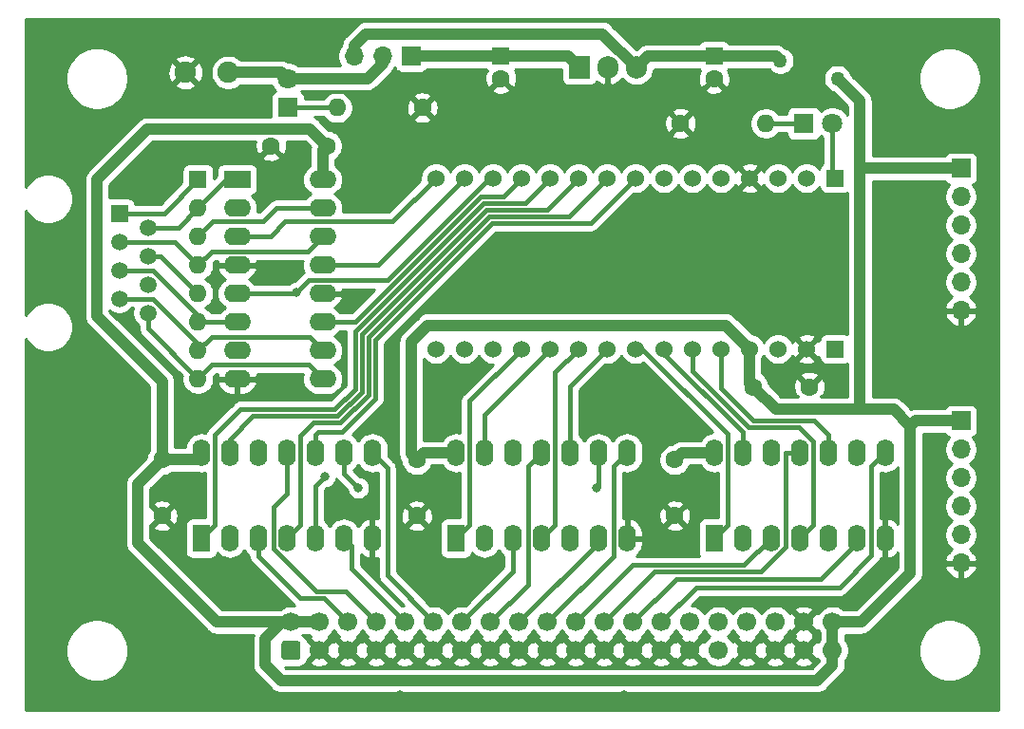
<source format=gbr>
%TF.GenerationSoftware,KiCad,Pcbnew,(5.1.9)-1*%
%TF.CreationDate,2021-01-05T14:12:52-05:00*%
%TF.ProjectId,Smart_Reciever_Max,536d6172-745f-4526-9563-69657665725f,v1*%
%TF.SameCoordinates,Original*%
%TF.FileFunction,Copper,L1,Top*%
%TF.FilePolarity,Positive*%
%FSLAX46Y46*%
G04 Gerber Fmt 4.6, Leading zero omitted, Abs format (unit mm)*
G04 Created by KiCad (PCBNEW (5.1.9)-1) date 2021-01-05 14:12:52*
%MOMM*%
%LPD*%
G01*
G04 APERTURE LIST*
%TA.AperFunction,ComponentPad*%
%ADD10O,1.700000X1.700000*%
%TD*%
%TA.AperFunction,ComponentPad*%
%ADD11R,1.700000X1.700000*%
%TD*%
%TA.AperFunction,ComponentPad*%
%ADD12C,1.700000*%
%TD*%
%TA.AperFunction,ComponentPad*%
%ADD13C,1.904000*%
%TD*%
%TA.AperFunction,ComponentPad*%
%ADD14R,1.530000X1.530000*%
%TD*%
%TA.AperFunction,ComponentPad*%
%ADD15C,1.530000*%
%TD*%
%TA.AperFunction,ComponentPad*%
%ADD16C,1.600000*%
%TD*%
%TA.AperFunction,ComponentPad*%
%ADD17O,1.600000X2.400000*%
%TD*%
%TA.AperFunction,ComponentPad*%
%ADD18R,1.600000X2.400000*%
%TD*%
%TA.AperFunction,ComponentPad*%
%ADD19O,2.400000X1.600000*%
%TD*%
%TA.AperFunction,ComponentPad*%
%ADD20R,2.400000X1.600000*%
%TD*%
%TA.AperFunction,ComponentPad*%
%ADD21O,1.600000X1.600000*%
%TD*%
%TA.AperFunction,ComponentPad*%
%ADD22R,1.600000X1.600000*%
%TD*%
%TA.AperFunction,ComponentPad*%
%ADD23C,1.270000*%
%TD*%
%TA.AperFunction,ComponentPad*%
%ADD24C,1.800000*%
%TD*%
%TA.AperFunction,ComponentPad*%
%ADD25R,1.800000X1.800000*%
%TD*%
%TA.AperFunction,ComponentPad*%
%ADD26O,1.905000X2.000000*%
%TD*%
%TA.AperFunction,ComponentPad*%
%ADD27R,1.905000X2.000000*%
%TD*%
%TA.AperFunction,ComponentPad*%
%ADD28C,1.500000*%
%TD*%
%TA.AperFunction,ComponentPad*%
%ADD29R,1.500000X1.500000*%
%TD*%
%TA.AperFunction,ViaPad*%
%ADD30C,0.800000*%
%TD*%
%TA.AperFunction,Conductor*%
%ADD31C,1.000000*%
%TD*%
%TA.AperFunction,Conductor*%
%ADD32C,0.400000*%
%TD*%
%TA.AperFunction,Conductor*%
%ADD33C,0.254000*%
%TD*%
%TA.AperFunction,Conductor*%
%ADD34C,0.100000*%
%TD*%
G04 APERTURE END LIST*
D10*
%TO.P,J4,6*%
%TO.N,GND*%
X200000000Y-108230000D03*
%TO.P,J4,5*%
%TO.N,OUT16*%
X200000000Y-105690000D03*
%TO.P,J4,4*%
%TO.N,OUT15*%
X200000000Y-103150000D03*
%TO.P,J4,3*%
%TO.N,OUT14*%
X200000000Y-100610000D03*
%TO.P,J4,2*%
%TO.N,OUT13*%
X200000000Y-98070000D03*
D11*
%TO.P,J4,1*%
%TO.N,+5V*%
X200000000Y-95530000D03*
%TD*%
D10*
%TO.P,J3,6*%
%TO.N,GND*%
X200000000Y-85700000D03*
%TO.P,J3,5*%
%TO.N,PB7*%
X200000000Y-83160000D03*
%TO.P,J3,4*%
%TO.N,PB0*%
X200000000Y-80620000D03*
%TO.P,J3,3*%
%TO.N,PA12*%
X200000000Y-78080000D03*
%TO.P,J3,2*%
%TO.N,PA10*%
X200000000Y-75540000D03*
D11*
%TO.P,J3,1*%
%TO.N,+5V*%
X200000000Y-73000000D03*
%TD*%
D12*
%TO.P,J2,40*%
%TO.N,+5V*%
X188560000Y-113460000D03*
%TO.P,J2,38*%
%TO.N,GND*%
X186020000Y-113460000D03*
%TO.P,J2,36*%
%TO.N,OUT16*%
X183480000Y-113460000D03*
%TO.P,J2,34*%
%TO.N,OUT15*%
X180940000Y-113460000D03*
%TO.P,J2,32*%
%TO.N,OUT14*%
X178400000Y-113460000D03*
%TO.P,J2,30*%
%TO.N,Net-(J2-Pad30)*%
X175860000Y-113460000D03*
%TO.P,J2,28*%
%TO.N,OUT12*%
X173320000Y-113460000D03*
%TO.P,J2,26*%
%TO.N,OUT11*%
X170780000Y-113460000D03*
%TO.P,J2,24*%
%TO.N,OUT10*%
X168240000Y-113460000D03*
%TO.P,J2,22*%
%TO.N,OUT9*%
X165700000Y-113460000D03*
%TO.P,J2,20*%
%TO.N,OUT8*%
X163160000Y-113460000D03*
%TO.P,J2,18*%
%TO.N,OUT7*%
X160620000Y-113460000D03*
%TO.P,J2,16*%
%TO.N,OUT6*%
X158080000Y-113460000D03*
%TO.P,J2,14*%
%TO.N,OUT5*%
X155540000Y-113460000D03*
%TO.P,J2,12*%
%TO.N,OUT4*%
X153000000Y-113460000D03*
%TO.P,J2,10*%
%TO.N,OUT3*%
X150460000Y-113460000D03*
%TO.P,J2,8*%
%TO.N,OUT2*%
X147920000Y-113460000D03*
%TO.P,J2,6*%
%TO.N,OUT1*%
X145380000Y-113460000D03*
%TO.P,J2,4*%
%TO.N,+5V*%
X142840000Y-113460000D03*
%TO.P,J2,2*%
X140300000Y-113460000D03*
%TO.P,J2,39*%
X188560000Y-116000000D03*
%TO.P,J2,37*%
%TO.N,GND*%
X186020000Y-116000000D03*
%TO.P,J2,35*%
X183480000Y-116000000D03*
%TO.P,J2,33*%
X180940000Y-116000000D03*
%TO.P,J2,31*%
%TO.N,OUT13*%
X178400000Y-116000000D03*
%TO.P,J2,29*%
%TO.N,GND*%
X175860000Y-116000000D03*
%TO.P,J2,27*%
X173320000Y-116000000D03*
%TO.P,J2,25*%
X170780000Y-116000000D03*
%TO.P,J2,23*%
X168240000Y-116000000D03*
%TO.P,J2,21*%
X165700000Y-116000000D03*
%TO.P,J2,19*%
X163160000Y-116000000D03*
%TO.P,J2,17*%
X160620000Y-116000000D03*
%TO.P,J2,15*%
X158080000Y-116000000D03*
%TO.P,J2,13*%
X155540000Y-116000000D03*
%TO.P,J2,11*%
X153000000Y-116000000D03*
%TO.P,J2,9*%
X150460000Y-116000000D03*
%TO.P,J2,7*%
X147920000Y-116000000D03*
%TO.P,J2,5*%
X145380000Y-116000000D03*
%TO.P,J2,3*%
X142840000Y-116000000D03*
%TO.P,J2,1*%
%TO.N,Net-(J2-Pad1)*%
%TA.AperFunction,ComponentPad*%
G36*
G01*
X140900000Y-116850000D02*
X139700000Y-116850000D01*
G75*
G02*
X139450000Y-116600000I0J250000D01*
G01*
X139450000Y-115400000D01*
G75*
G02*
X139700000Y-115150000I250000J0D01*
G01*
X140900000Y-115150000D01*
G75*
G02*
X141150000Y-115400000I0J-250000D01*
G01*
X141150000Y-116600000D01*
G75*
G02*
X140900000Y-116850000I-250000J0D01*
G01*
G37*
%TD.AperFunction*%
%TD*%
D13*
%TO.P,J1,2*%
%TO.N,GND*%
X130895560Y-64449541D03*
%TO.P,J1,1*%
%TO.N,VIN2*%
X134705560Y-64449541D03*
%TD*%
D14*
%TO.P,A1,3.1*%
%TO.N,Net-(A1-Pad3.1)*%
X188780000Y-73880000D03*
%TO.P,A1,4.1*%
%TO.N,Net-(A1-Pad4.1)*%
X188780000Y-89120000D03*
D15*
%TO.P,A1,3.2*%
%TO.N,PA10*%
X186240000Y-73880000D03*
%TO.P,A1,4.2*%
%TO.N,GND*%
X186240000Y-89120000D03*
%TO.P,A1,3.3*%
%TO.N,Net-(A1-Pad3.3)*%
X183700000Y-73880000D03*
%TO.P,A1,4.3*%
%TO.N,Net-(A1-Pad4.3)*%
X183700000Y-89120000D03*
%TO.P,A1,3.4*%
%TO.N,GND*%
X181160000Y-73880000D03*
%TO.P,A1,4.4*%
%TO.N,+5V*%
X181160000Y-89120000D03*
%TO.P,A1,3.5*%
%TO.N,PA12*%
X178620000Y-73880000D03*
%TO.P,A1,4.5*%
%TO.N,EN4C*%
X178620000Y-89120000D03*
%TO.P,A1,3.6*%
%TO.N,PB0*%
X176080000Y-73880000D03*
%TO.P,A1,4.6*%
%TO.N,EN3C*%
X176080000Y-89120000D03*
%TO.P,A1,3.7*%
%TO.N,PB7*%
X173540000Y-73880000D03*
%TO.P,A1,4.7*%
%TO.N,EN2C*%
X173540000Y-89120000D03*
%TO.P,A1,3.8*%
%TO.N,EN4A*%
X171000000Y-73880000D03*
%TO.P,A1,4.8*%
%TO.N,EN1C*%
X171000000Y-89120000D03*
%TO.P,A1,3.9*%
%TO.N,EN3A*%
X168460000Y-73880000D03*
%TO.P,A1,4.9*%
%TO.N,EN4B*%
X168460000Y-89120000D03*
%TO.P,A1,3.10*%
%TO.N,EN2A*%
X165920000Y-73880000D03*
%TO.P,A1,4.10*%
%TO.N,EN3B*%
X165920000Y-89120000D03*
%TO.P,A1,3.11*%
%TO.N,EN1A*%
X163380000Y-73880000D03*
%TO.P,A1,4.11*%
%TO.N,EN2B*%
X163380000Y-89120000D03*
%TO.P,A1,3.12*%
%TO.N,DATA4*%
X160840000Y-73880000D03*
%TO.P,A1,4.12*%
%TO.N,EN1B*%
X160840000Y-89120000D03*
%TO.P,A1,3.13*%
%TO.N,DATA3*%
X158300000Y-73880000D03*
%TO.P,A1,4.13*%
%TO.N,Net-(A1-Pad4.13)*%
X158300000Y-89120000D03*
%TO.P,A1,3.14*%
%TO.N,DATA2*%
X155760000Y-73880000D03*
%TO.P,A1,4.14*%
%TO.N,+3V3*%
X155760000Y-89120000D03*
%TO.P,A1,3.15*%
%TO.N,DATA1*%
X153220000Y-73880000D03*
%TO.P,A1,4.15*%
%TO.N,Net-(A1-Pad4.15)*%
X153220000Y-89120000D03*
%TD*%
D16*
%TO.P,C14,2*%
%TO.N,GND*%
X174500000Y-104000000D03*
%TO.P,C14,1*%
%TO.N,+5V*%
X174500000Y-99000000D03*
%TD*%
%TO.P,C3,2*%
%TO.N,GND*%
X186500000Y-92500000D03*
%TO.P,C3,1*%
%TO.N,+5V*%
X181500000Y-92500000D03*
%TD*%
D17*
%TO.P,U7,14*%
%TO.N,+5V*%
X178000000Y-98380000D03*
%TO.P,U7,7*%
%TO.N,GND*%
X193240000Y-106000000D03*
%TO.P,U7,13*%
%TO.N,EN2C*%
X180540000Y-98380000D03*
%TO.P,U7,6*%
%TO.N,OUT11*%
X190700000Y-106000000D03*
%TO.P,U7,12*%
%TO.N,DATA2*%
X183080000Y-98380000D03*
%TO.P,U7,5*%
%TO.N,DATA3*%
X188160000Y-106000000D03*
%TO.P,U7,11*%
%TO.N,OUT10*%
X185620000Y-98380000D03*
%TO.P,U7,4*%
%TO.N,EN3C*%
X185620000Y-106000000D03*
%TO.P,U7,10*%
%TO.N,EN4C*%
X188160000Y-98380000D03*
%TO.P,U7,3*%
%TO.N,OUT9*%
X183080000Y-106000000D03*
%TO.P,U7,9*%
%TO.N,DATA4*%
X190700000Y-98380000D03*
%TO.P,U7,2*%
%TO.N,DATA1*%
X180540000Y-106000000D03*
%TO.P,U7,8*%
%TO.N,OUT12*%
X193240000Y-98380000D03*
D18*
%TO.P,U7,1*%
%TO.N,EN1C*%
X178000000Y-106000000D03*
%TD*%
D17*
%TO.P,U6,14*%
%TO.N,+5V*%
X155000000Y-98380000D03*
%TO.P,U6,7*%
%TO.N,GND*%
X170240000Y-106000000D03*
%TO.P,U6,13*%
%TO.N,EN2B*%
X157540000Y-98380000D03*
%TO.P,U6,6*%
%TO.N,OUT7*%
X167700000Y-106000000D03*
%TO.P,U6,12*%
%TO.N,DATA2*%
X160080000Y-98380000D03*
%TO.P,U6,5*%
%TO.N,DATA3*%
X165160000Y-106000000D03*
%TO.P,U6,11*%
%TO.N,OUT6*%
X162620000Y-98380000D03*
%TO.P,U6,4*%
%TO.N,EN3B*%
X162620000Y-106000000D03*
%TO.P,U6,10*%
%TO.N,EN4B*%
X165160000Y-98380000D03*
%TO.P,U6,3*%
%TO.N,OUT5*%
X160080000Y-106000000D03*
%TO.P,U6,9*%
%TO.N,DATA4*%
X167700000Y-98380000D03*
%TO.P,U6,2*%
%TO.N,DATA1*%
X157540000Y-106000000D03*
%TO.P,U6,8*%
%TO.N,OUT8*%
X170240000Y-98380000D03*
D18*
%TO.P,U6,1*%
%TO.N,EN1B*%
X155000000Y-106000000D03*
%TD*%
D17*
%TO.P,U5,14*%
%TO.N,+5V*%
X132300000Y-98380000D03*
%TO.P,U5,7*%
%TO.N,GND*%
X147540000Y-106000000D03*
%TO.P,U5,13*%
%TO.N,EN2A*%
X134840000Y-98380000D03*
%TO.P,U5,6*%
%TO.N,OUT3*%
X145000000Y-106000000D03*
%TO.P,U5,12*%
%TO.N,DATA2*%
X137380000Y-98380000D03*
%TO.P,U5,5*%
%TO.N,DATA3*%
X142460000Y-106000000D03*
%TO.P,U5,11*%
%TO.N,OUT2*%
X139920000Y-98380000D03*
%TO.P,U5,4*%
%TO.N,EN3A*%
X139920000Y-106000000D03*
%TO.P,U5,10*%
%TO.N,EN4A*%
X142460000Y-98380000D03*
%TO.P,U5,3*%
%TO.N,OUT1*%
X137380000Y-106000000D03*
%TO.P,U5,9*%
%TO.N,DATA4*%
X145000000Y-98380000D03*
%TO.P,U5,2*%
%TO.N,DATA1*%
X134840000Y-106000000D03*
%TO.P,U5,8*%
%TO.N,OUT4*%
X147540000Y-98380000D03*
D18*
%TO.P,U5,1*%
%TO.N,EN1A*%
X132300000Y-106000000D03*
%TD*%
D19*
%TO.P,U3,16*%
%TO.N,+5V*%
X143120000Y-74000000D03*
%TO.P,U3,8*%
%TO.N,GND*%
X135500000Y-91780000D03*
%TO.P,U3,15*%
%TO.N,/Serial/Serial2_N*%
X143120000Y-76540000D03*
%TO.P,U3,7*%
%TO.N,/Serial/Serial3_N*%
X135500000Y-89240000D03*
%TO.P,U3,14*%
%TO.N,/Serial/Serial2_P*%
X143120000Y-79080000D03*
%TO.P,U3,6*%
%TO.N,/Serial/Serial3_P*%
X135500000Y-86700000D03*
%TO.P,U3,13*%
%TO.N,DATA2*%
X143120000Y-81620000D03*
%TO.P,U3,5*%
%TO.N,DATA3*%
X135500000Y-84160000D03*
%TO.P,U3,12*%
%TO.N,GND*%
X143120000Y-84160000D03*
%TO.P,U3,4*%
X135500000Y-81620000D03*
%TO.P,U3,11*%
%TO.N,DATA4*%
X143120000Y-86700000D03*
%TO.P,U3,3*%
%TO.N,DATA1*%
X135500000Y-79080000D03*
%TO.P,U3,10*%
%TO.N,/Serial/Serial4_P*%
X143120000Y-89240000D03*
%TO.P,U3,2*%
%TO.N,/Serial/Serial1_P*%
X135500000Y-76540000D03*
%TO.P,U3,9*%
%TO.N,/Serial/Serial4_N*%
X143120000Y-91780000D03*
D20*
%TO.P,U3,1*%
%TO.N,/Serial/Serial1_N*%
X135500000Y-74000000D03*
%TD*%
D21*
%TO.P,RN4,8*%
%TO.N,/Serial/Serial4_N*%
X132000000Y-91780000D03*
%TO.P,RN4,7*%
%TO.N,/Serial/Serial4_P*%
X132000000Y-89240000D03*
%TO.P,RN4,6*%
%TO.N,/Serial/Serial3_P*%
X132000000Y-86700000D03*
%TO.P,RN4,5*%
%TO.N,/Serial/Serial3_N*%
X132000000Y-84160000D03*
%TO.P,RN4,4*%
%TO.N,/Serial/Serial2_P*%
X132000000Y-81620000D03*
%TO.P,RN4,3*%
%TO.N,/Serial/Serial2_N*%
X132000000Y-79080000D03*
%TO.P,RN4,2*%
%TO.N,/Serial/Serial1_N*%
X132000000Y-76540000D03*
D22*
%TO.P,RN4,1*%
%TO.N,/Serial/Serial1_P*%
X132000000Y-74000000D03*
%TD*%
D21*
%TO.P,R5,2*%
%TO.N,Net-(D5-Pad1)*%
X182620000Y-69000000D03*
D16*
%TO.P,R5,1*%
%TO.N,GND*%
X175000000Y-69000000D03*
%TD*%
D21*
%TO.P,R3,2*%
%TO.N,Net-(D3-Pad1)*%
X144380000Y-67600000D03*
D16*
%TO.P,R3,1*%
%TO.N,GND*%
X152000000Y-67600000D03*
%TD*%
D23*
%TO.P,F13,1*%
%TO.N,+5V*%
X189000000Y-65000000D03*
%TO.P,F13,2*%
%TO.N,5IN*%
X183900000Y-63400000D03*
%TD*%
D24*
%TO.P,D5,2*%
%TO.N,Net-(A1-Pad3.1)*%
X188540000Y-69000000D03*
D25*
%TO.P,D5,1*%
%TO.N,Net-(D5-Pad1)*%
X186000000Y-69000000D03*
%TD*%
D24*
%TO.P,D3,2*%
%TO.N,VIN2*%
X140000000Y-65060000D03*
D25*
%TO.P,D3,1*%
%TO.N,Net-(D3-Pad1)*%
X140000000Y-67600000D03*
%TD*%
D16*
%TO.P,C13,2*%
%TO.N,GND*%
X151500000Y-104000000D03*
%TO.P,C13,1*%
%TO.N,+5V*%
X151500000Y-99000000D03*
%TD*%
%TO.P,C12,2*%
%TO.N,GND*%
X128800000Y-104000000D03*
%TO.P,C12,1*%
%TO.N,+5V*%
X128800000Y-99000000D03*
%TD*%
%TO.P,C4,2*%
%TO.N,GND*%
X138500000Y-71000000D03*
%TO.P,C4,1*%
%TO.N,+5V*%
X143500000Y-71000000D03*
%TD*%
%TO.P,C2,2*%
%TO.N,GND*%
X178000000Y-65000000D03*
D22*
%TO.P,C2,1*%
%TO.N,5IN*%
X178000000Y-63000000D03*
%TD*%
D16*
%TO.P,C1,2*%
%TO.N,GND*%
X159000000Y-65000000D03*
D22*
%TO.P,C1,1*%
%TO.N,/PWR*%
X159000000Y-63000000D03*
%TD*%
D26*
%TO.P,U2,3*%
%TO.N,5IN*%
X171080000Y-64000000D03*
%TO.P,U2,2*%
%TO.N,GND*%
X168540000Y-64000000D03*
D27*
%TO.P,U2,1*%
%TO.N,/PWR*%
X166000000Y-64000000D03*
%TD*%
D10*
%TO.P,J15,3*%
%TO.N,5IN*%
X145920000Y-63000000D03*
%TO.P,J15,2*%
%TO.N,VIN2*%
X148460000Y-63000000D03*
D11*
%TO.P,J15,1*%
%TO.N,/PWR*%
X151000000Y-63000000D03*
%TD*%
D28*
%TO.P,J16,8*%
%TO.N,/Serial/Serial4_N*%
X127540000Y-85890000D03*
%TO.P,J16,7*%
%TO.N,/Serial/Serial4_P*%
X125000000Y-84620000D03*
%TO.P,J16,6*%
%TO.N,/Serial/Serial2_N*%
X127540000Y-83350000D03*
%TO.P,J16,5*%
%TO.N,/Serial/Serial3_P*%
X125000000Y-82080000D03*
%TO.P,J16,4*%
%TO.N,/Serial/Serial3_N*%
X127540000Y-80810000D03*
%TO.P,J16,3*%
%TO.N,/Serial/Serial2_P*%
X125000000Y-79540000D03*
%TO.P,J16,2*%
%TO.N,/Serial/Serial1_N*%
X127540000Y-78270000D03*
D29*
%TO.P,J16,1*%
%TO.N,/Serial/Serial1_P*%
X125000000Y-77000000D03*
%TD*%
D30*
%TO.N,GND*%
X139000000Y-82000000D03*
X146500000Y-76000000D03*
X170500000Y-92000000D03*
X147500000Y-73000000D03*
X125500000Y-75000000D03*
X128500000Y-74500000D03*
X138500000Y-75000000D03*
X155000000Y-85000000D03*
X160000000Y-79500000D03*
X179000000Y-85000000D03*
X180000000Y-80000000D03*
X170000000Y-80000000D03*
X138500000Y-91700000D03*
X149200000Y-94900000D03*
X193000000Y-80000000D03*
X195000000Y-90000000D03*
X195000000Y-120000000D03*
X190000000Y-120000000D03*
X170000000Y-120000000D03*
X150000000Y-120000000D03*
X135000000Y-120000000D03*
X125000000Y-120000000D03*
X130000000Y-115000000D03*
X135000000Y-110000000D03*
X120000000Y-95000000D03*
X125000000Y-95000000D03*
X125000000Y-110000000D03*
X120000000Y-110000000D03*
X155000000Y-110000000D03*
X195000000Y-115000000D03*
X195000000Y-85000000D03*
X187500000Y-80000000D03*
X187500000Y-85000000D03*
X155000000Y-92500000D03*
X152500000Y-92500000D03*
X170000000Y-70000000D03*
X165000000Y-70000000D03*
X160000000Y-70000000D03*
X193000000Y-71000000D03*
X193000000Y-63000000D03*
X202000000Y-70000000D03*
X202000000Y-90000000D03*
X170000000Y-85000000D03*
X173000000Y-96000000D03*
X153000000Y-110000000D03*
X131000000Y-95000000D03*
X142000000Y-61000000D03*
X174000000Y-61000000D03*
X120000000Y-61000000D03*
X120000000Y-70000000D03*
X197500000Y-97500000D03*
X193000000Y-74500000D03*
%TO.N,DATA4*%
X167500000Y-101500000D03*
X146300008Y-101500000D03*
%TO.N,DATA3*%
X143300000Y-100500000D03*
X140800010Y-84065693D03*
%TD*%
D31*
%TO.N,/PWR*%
X165000000Y-63000000D02*
X159000000Y-63000000D01*
X166000000Y-64000000D02*
X165000000Y-63000000D01*
X159000000Y-63000000D02*
X151000000Y-63000000D01*
%TO.N,+5V*%
X143120000Y-71380000D02*
X143500000Y-71000000D01*
X143120000Y-74000000D02*
X143120000Y-71380000D01*
X175120000Y-98380000D02*
X174500000Y-99000000D01*
X178000000Y-98380000D02*
X175120000Y-98380000D01*
X152120000Y-98380000D02*
X151500000Y-99000000D01*
X155000000Y-98380000D02*
X152120000Y-98380000D01*
X143500000Y-71000000D02*
X141999999Y-69499999D01*
X131680000Y-99000000D02*
X132300000Y-98380000D01*
X128800000Y-99000000D02*
X131680000Y-99000000D01*
X181160000Y-92160000D02*
X181500000Y-92500000D01*
X181160000Y-89120000D02*
X181160000Y-92160000D01*
X141999999Y-69499999D02*
X127500001Y-69499999D01*
X127500001Y-69499999D02*
X123000000Y-74000000D01*
X183500000Y-94500000D02*
X181500000Y-92500000D01*
X187000000Y-94500000D02*
X183500000Y-94500000D01*
X151000000Y-98500000D02*
X151500000Y-99000000D01*
X151000000Y-88500000D02*
X151000000Y-98500000D01*
X152500000Y-87000000D02*
X151000000Y-88500000D01*
X179040000Y-87000000D02*
X152500000Y-87000000D01*
X181160000Y-89120000D02*
X179040000Y-87000000D01*
X188560000Y-113460000D02*
X188560000Y-116000000D01*
X128800000Y-92014002D02*
X128800000Y-99000000D01*
X123000000Y-86214002D02*
X128800000Y-92014002D01*
X123000000Y-74000000D02*
X123000000Y-86214002D01*
X133660000Y-113460000D02*
X140300000Y-113460000D01*
X126639999Y-106439999D02*
X133660000Y-113460000D01*
X126639999Y-101160001D02*
X126639999Y-106439999D01*
X128800000Y-99000000D02*
X126639999Y-101160001D01*
X191000000Y-94500000D02*
X187000000Y-94500000D01*
X189000000Y-65000000D02*
X191000000Y-67000000D01*
X191140000Y-113460000D02*
X188560000Y-113460000D01*
X195500000Y-109100000D02*
X191140000Y-113460000D01*
X195500000Y-96000000D02*
X195500000Y-109100000D01*
X194000000Y-94500000D02*
X195500000Y-96000000D01*
X187000000Y-94500000D02*
X194000000Y-94500000D01*
X188560000Y-117340000D02*
X188560000Y-116000000D01*
X187200000Y-118700000D02*
X188560000Y-117340000D01*
X139400000Y-118700000D02*
X187200000Y-118700000D01*
X138000000Y-117300000D02*
X139400000Y-118700000D01*
X138000000Y-115000000D02*
X138000000Y-117300000D01*
X139540000Y-113460000D02*
X138000000Y-115000000D01*
X142840000Y-113460000D02*
X139540000Y-113460000D01*
X200000000Y-73000000D02*
X191000000Y-73000000D01*
X191000000Y-73000000D02*
X191000000Y-94500000D01*
X191000000Y-67000000D02*
X191000000Y-73000000D01*
X195970000Y-95530000D02*
X195500000Y-96000000D01*
X200000000Y-95530000D02*
X195970000Y-95530000D01*
%TO.N,VIN2*%
X139400000Y-64460000D02*
X135216019Y-64460000D01*
X140000000Y-65060000D02*
X139400000Y-64460000D01*
X140060000Y-65000000D02*
X140000000Y-65060000D01*
X147107001Y-65000000D02*
X140060000Y-65000000D01*
X148460000Y-63647001D02*
X147107001Y-65000000D01*
X148460000Y-63000000D02*
X148460000Y-63647001D01*
D32*
%TO.N,Net-(D3-Pad1)*%
X144380000Y-67600000D02*
X140000000Y-67600000D01*
%TO.N,Net-(D5-Pad1)*%
X182620000Y-69000000D02*
X186000000Y-69000000D01*
%TO.N,OUT4*%
X148879999Y-99719999D02*
X147540000Y-98380000D01*
%TO.N,EN4B*%
X168460000Y-89080000D02*
X168460000Y-89120000D01*
X165160000Y-92420000D02*
X168460000Y-89120000D01*
X165160000Y-98380000D02*
X165160000Y-92420000D01*
%TO.N,EN3B*%
X165920000Y-89120000D02*
X165380000Y-89120000D01*
X163820010Y-91219990D02*
X165920000Y-89120000D01*
X163820010Y-104799990D02*
X163820010Y-91219990D01*
X162620000Y-106000000D02*
X163820010Y-104799990D01*
%TO.N,EN2B*%
X157540000Y-98380000D02*
X157540000Y-97980000D01*
X157540000Y-97460000D02*
X157540000Y-98380000D01*
X163380000Y-89120000D02*
X157540000Y-94960000D01*
X157540000Y-94960000D02*
X157540000Y-98380000D01*
%TO.N,EN1B*%
X156200010Y-93759990D02*
X160840000Y-89120000D01*
X156200010Y-104799990D02*
X156200010Y-93759990D01*
X155000000Y-106000000D02*
X156200010Y-104799990D01*
%TO.N,EN4A*%
X142460000Y-96780000D02*
X142460000Y-98380000D01*
X147800000Y-93548543D02*
X144848543Y-96500000D01*
X144848543Y-96500000D02*
X142740000Y-96500000D01*
X158199956Y-77900044D02*
X147800000Y-88300000D01*
X171000000Y-73880000D02*
X166979956Y-77900044D01*
X147800000Y-88300000D02*
X147800000Y-93548543D01*
X142740000Y-96500000D02*
X142460000Y-96780000D01*
X166979956Y-77900044D02*
X158199956Y-77900044D01*
%TO.N,EN3A*%
X147199989Y-88051468D02*
X147199989Y-93197097D01*
X141120000Y-104800000D02*
X139920000Y-106000000D01*
X141120000Y-96877086D02*
X141120000Y-104800000D01*
X157951424Y-77300033D02*
X147199989Y-88051468D01*
X147199989Y-93197097D02*
X144697064Y-95700022D01*
X144697064Y-95700022D02*
X142297064Y-95700022D01*
X165039967Y-77300033D02*
X157951424Y-77300033D01*
X168460000Y-73880000D02*
X165039967Y-77300033D01*
X142297064Y-95700022D02*
X141120000Y-96877086D01*
%TO.N,EN2A*%
X136899989Y-95100011D02*
X134840000Y-97160000D01*
X144448532Y-95100011D02*
X136899989Y-95100011D01*
X146599978Y-92948565D02*
X144448532Y-95100011D01*
X146599978Y-87802936D02*
X146599978Y-92948565D01*
X134840000Y-97160000D02*
X134840000Y-98380000D01*
X157702892Y-76700022D02*
X146599978Y-87802936D01*
X163099978Y-76700022D02*
X157702892Y-76700022D01*
X165920000Y-73880000D02*
X163099978Y-76700022D01*
%TO.N,EN1A*%
X145999967Y-87554404D02*
X145999967Y-92700033D01*
X133500010Y-104799990D02*
X132300000Y-106000000D01*
X161159989Y-76100011D02*
X157454360Y-76100011D01*
X163380000Y-73880000D02*
X161159989Y-76100011D01*
X145999967Y-92700033D02*
X144200000Y-94500000D01*
X135800000Y-94500000D02*
X133500010Y-96799990D01*
X133500010Y-96799990D02*
X133500010Y-104799990D01*
X144200000Y-94500000D02*
X135800000Y-94500000D01*
X157454360Y-76100011D02*
X145999967Y-87554404D01*
%TO.N,EN4C*%
X178620000Y-92620000D02*
X178620000Y-89120000D01*
X181500000Y-95500000D02*
X178620000Y-92620000D01*
X186880000Y-95500000D02*
X181500000Y-95500000D01*
X188160000Y-96780000D02*
X186880000Y-95500000D01*
X188160000Y-98380000D02*
X188160000Y-96780000D01*
%TO.N,EN3C*%
X186820010Y-104799990D02*
X185620000Y-106000000D01*
X186820010Y-97320010D02*
X186820010Y-104799990D01*
X185600011Y-96100011D02*
X186820010Y-97320010D01*
X181100011Y-96100011D02*
X185600011Y-96100011D01*
X176080000Y-91080000D02*
X181100011Y-96100011D01*
X176080000Y-89120000D02*
X176080000Y-91080000D01*
%TO.N,EN2C*%
X180540000Y-96540000D02*
X180540000Y-98380000D01*
X173540000Y-89540000D02*
X180540000Y-96540000D01*
X173540000Y-89120000D02*
X173540000Y-89540000D01*
%TO.N,EN1C*%
X171000000Y-89500000D02*
X171000000Y-89120000D01*
X171620000Y-89120000D02*
X171000000Y-89120000D01*
X179200010Y-96700010D02*
X171620000Y-89120000D01*
X179200010Y-104799990D02*
X179200010Y-96700010D01*
X178000000Y-106000000D02*
X179200010Y-104799990D01*
%TO.N,DATA4*%
X167700000Y-101300000D02*
X167500000Y-101500000D01*
X167700000Y-98380000D02*
X167700000Y-101300000D01*
X145000000Y-98380000D02*
X145000000Y-100199992D01*
X145000000Y-100199992D02*
X146300008Y-101500000D01*
X157205828Y-75500000D02*
X159220000Y-75500000D01*
X143120000Y-86700000D02*
X146005828Y-86700000D01*
X146005828Y-86700000D02*
X157205828Y-75500000D01*
X159220000Y-75500000D02*
X160840000Y-73880000D01*
%TO.N,DATA3*%
X142460000Y-101340000D02*
X143300000Y-100500000D01*
X142460000Y-106000000D02*
X142460000Y-101340000D01*
X135500000Y-84160000D02*
X140705703Y-84160000D01*
X140705703Y-84160000D02*
X140800010Y-84065693D01*
X148897296Y-82959990D02*
X141905713Y-82959990D01*
X141905713Y-82959990D02*
X140800010Y-84065693D01*
X158300000Y-73880000D02*
X157977286Y-73880000D01*
X157977286Y-73880000D02*
X148897296Y-82959990D01*
%TO.N,DATA2*%
X148020000Y-81620000D02*
X155760000Y-73880000D01*
X143120000Y-81620000D02*
X148020000Y-81620000D01*
%TO.N,DATA1*%
X152620000Y-73880000D02*
X153220000Y-73880000D01*
X149359990Y-77740010D02*
X153220000Y-73880000D01*
X139799990Y-77740010D02*
X149359990Y-77740010D01*
X138460000Y-79080000D02*
X139799990Y-77740010D01*
X135500000Y-79080000D02*
X138460000Y-79080000D01*
%TO.N,Net-(A1-Pad3.1)*%
X188900000Y-74000000D02*
X188780000Y-73880000D01*
X188540000Y-73640000D02*
X188780000Y-73880000D01*
X188540000Y-69000000D02*
X188540000Y-73640000D01*
%TO.N,/Serial/Serial4_N*%
X127540000Y-87320000D02*
X127540000Y-85890000D01*
X132000000Y-91780000D02*
X127540000Y-87320000D01*
X141840000Y-90500000D02*
X143120000Y-91780000D01*
X132000000Y-91780000D02*
X133280000Y-90500000D01*
X133280000Y-90500000D02*
X141840000Y-90500000D01*
%TO.N,/Serial/Serial4_P*%
X127972002Y-84620000D02*
X125000000Y-84620000D01*
X132000000Y-88647998D02*
X127972002Y-84620000D01*
X132000000Y-89240000D02*
X132000000Y-88647998D01*
X133200010Y-88039990D02*
X132000000Y-89240000D01*
X141919990Y-88039990D02*
X133200010Y-88039990D01*
X143120000Y-89240000D02*
X141919990Y-88039990D01*
%TO.N,/Serial/Serial2_N*%
X133339990Y-77740010D02*
X132000000Y-79080000D01*
X137828525Y-77740010D02*
X133339990Y-77740010D01*
X139028535Y-76540000D02*
X137828525Y-77740010D01*
X143120000Y-76540000D02*
X139028535Y-76540000D01*
%TO.N,/Serial/Serial3_P*%
X127972002Y-82080000D02*
X125000000Y-82080000D01*
X132000000Y-86107998D02*
X127972002Y-82080000D01*
X132000000Y-86700000D02*
X132000000Y-86107998D01*
X132000000Y-86700000D02*
X135500000Y-86700000D01*
%TO.N,/Serial/Serial3_N*%
X128650000Y-80810000D02*
X132000000Y-84160000D01*
X127540000Y-80810000D02*
X128650000Y-80810000D01*
%TO.N,/Serial/Serial2_P*%
X129920000Y-79540000D02*
X132000000Y-81620000D01*
X125000000Y-79540000D02*
X129920000Y-79540000D01*
X141780010Y-80419990D02*
X143120000Y-79080000D01*
X132000000Y-81620000D02*
X133200010Y-80419990D01*
X141780010Y-80419990D02*
X133200010Y-80419990D01*
%TO.N,/Serial/Serial1_N*%
X130270000Y-78270000D02*
X132000000Y-76540000D01*
X127540000Y-78270000D02*
X130270000Y-78270000D01*
X134540000Y-74000000D02*
X132000000Y-76540000D01*
%TO.N,/Serial/Serial1_P*%
X129000000Y-77000000D02*
X132000000Y-74000000D01*
X125000000Y-77000000D02*
X129000000Y-77000000D01*
D31*
%TO.N,5IN*%
X145920000Y-62040000D02*
X145920000Y-63000000D01*
X168080000Y-61000000D02*
X146960000Y-61000000D01*
X146960000Y-61000000D02*
X145920000Y-62040000D01*
X171080000Y-64000000D02*
X168080000Y-61000000D01*
X172080000Y-63000000D02*
X178000000Y-63000000D01*
X171080000Y-64000000D02*
X172080000Y-63000000D01*
X183500000Y-63000000D02*
X183900000Y-63400000D01*
X178000000Y-63000000D02*
X183500000Y-63000000D01*
D32*
%TO.N,OUT12*%
X192039990Y-99580010D02*
X193240000Y-98380000D01*
X192039990Y-107560010D02*
X192039990Y-99580010D01*
X189200000Y-110400000D02*
X192039990Y-107560010D01*
X176380000Y-110400000D02*
X189200000Y-110400000D01*
X173320000Y-113460000D02*
X176380000Y-110400000D01*
%TO.N,OUT11*%
X174640000Y-109600000D02*
X170780000Y-113460000D01*
X187500000Y-109600000D02*
X174640000Y-109600000D01*
X190700000Y-106400000D02*
X187500000Y-109600000D01*
X190700000Y-106000000D02*
X190700000Y-106400000D01*
%TO.N,OUT10*%
X184419990Y-98380010D02*
X184419990Y-106757080D01*
X172700011Y-108999989D02*
X168240000Y-113460000D01*
X182177081Y-108999989D02*
X172700011Y-108999989D01*
X184420000Y-98380000D02*
X184419990Y-98380010D01*
X184419990Y-106757080D02*
X182177081Y-108999989D01*
X185620000Y-98380000D02*
X184420000Y-98380000D01*
%TO.N,OUT9*%
X180680022Y-108399978D02*
X170760022Y-108399978D01*
X183080000Y-106000000D02*
X180680022Y-108399978D01*
X170760022Y-108399978D02*
X165700000Y-113460000D01*
%TO.N,OUT8*%
X169039990Y-107580010D02*
X163160000Y-113460000D01*
X169039990Y-99580010D02*
X169039990Y-107580010D01*
X170240000Y-98380000D02*
X169039990Y-99580010D01*
%TO.N,OUT7*%
X167700000Y-106380000D02*
X160620000Y-113460000D01*
X167700000Y-106000000D02*
X167700000Y-106380000D01*
%TO.N,OUT6*%
X161419990Y-99580010D02*
X162620000Y-98380000D01*
X158080000Y-113460000D02*
X161400000Y-110140000D01*
X161400000Y-99600000D02*
X161419990Y-99580010D01*
X161400000Y-110140000D02*
X161400000Y-99600000D01*
%TO.N,OUT5*%
X160080000Y-106000000D02*
X160080000Y-106460000D01*
X160080000Y-108920000D02*
X155540000Y-113460000D01*
X160080000Y-106000000D02*
X160080000Y-108920000D01*
%TO.N,OUT4*%
X148879999Y-109339999D02*
X153000000Y-113460000D01*
X148879999Y-99719999D02*
X148879999Y-109339999D01*
%TO.N,OUT3*%
X150460000Y-113460000D02*
X145700000Y-108700000D01*
X145700000Y-106700000D02*
X145000000Y-106000000D01*
X145700000Y-108700000D02*
X145700000Y-106700000D01*
%TO.N,OUT2*%
X145160000Y-110700000D02*
X147920000Y-113460000D01*
X142522930Y-110700000D02*
X145160000Y-110700000D01*
X138719990Y-106897060D02*
X142522930Y-110700000D01*
X138719990Y-103180010D02*
X138719990Y-106897060D01*
X139920000Y-101980000D02*
X138719990Y-103180010D01*
X139920000Y-98380000D02*
X139920000Y-101980000D01*
%TO.N,OUT1*%
X143220011Y-111300011D02*
X145380000Y-113460000D01*
X137380000Y-106000000D02*
X137380000Y-107600000D01*
X137380000Y-107600000D02*
X141080011Y-111300011D01*
X141080011Y-111300011D02*
X143220011Y-111300011D01*
%TD*%
D33*
%TO.N,GND*%
X203340000Y-121340000D02*
X116660000Y-121340000D01*
X116660000Y-115725701D01*
X120215000Y-115725701D01*
X120215000Y-116274299D01*
X120322026Y-116812354D01*
X120531965Y-117319192D01*
X120836750Y-117775334D01*
X121224666Y-118163250D01*
X121680808Y-118468035D01*
X122187646Y-118677974D01*
X122725701Y-118785000D01*
X123274299Y-118785000D01*
X123812354Y-118677974D01*
X124319192Y-118468035D01*
X124775334Y-118163250D01*
X125163250Y-117775334D01*
X125468035Y-117319192D01*
X125677974Y-116812354D01*
X125785000Y-116274299D01*
X125785000Y-115725701D01*
X125677974Y-115187646D01*
X125468035Y-114680808D01*
X125163250Y-114224666D01*
X124775334Y-113836750D01*
X124319192Y-113531965D01*
X123812354Y-113322026D01*
X123274299Y-113215000D01*
X122725701Y-113215000D01*
X122187646Y-113322026D01*
X121680808Y-113531965D01*
X121224666Y-113836750D01*
X120836750Y-114224666D01*
X120531965Y-114680808D01*
X120322026Y-115187646D01*
X120215000Y-115725701D01*
X116660000Y-115725701D01*
X116660000Y-88196050D01*
X116669369Y-88218669D01*
X116913962Y-88584729D01*
X117225271Y-88896038D01*
X117591331Y-89140631D01*
X117998075Y-89309110D01*
X118429872Y-89395000D01*
X118870128Y-89395000D01*
X119301925Y-89309110D01*
X119708669Y-89140631D01*
X120074729Y-88896038D01*
X120386038Y-88584729D01*
X120630631Y-88218669D01*
X120799110Y-87811925D01*
X120885000Y-87380128D01*
X120885000Y-86939872D01*
X120799110Y-86508075D01*
X120630631Y-86101331D01*
X120386038Y-85735271D01*
X120074729Y-85423962D01*
X119708669Y-85179369D01*
X119301925Y-85010890D01*
X118870128Y-84925000D01*
X118429872Y-84925000D01*
X117998075Y-85010890D01*
X117591331Y-85179369D01*
X117225271Y-85423962D01*
X116913962Y-85735271D01*
X116669369Y-86101331D01*
X116660000Y-86123950D01*
X116660000Y-76766050D01*
X116669369Y-76788669D01*
X116913962Y-77154729D01*
X117225271Y-77466038D01*
X117591331Y-77710631D01*
X117998075Y-77879110D01*
X118429872Y-77965000D01*
X118870128Y-77965000D01*
X119301925Y-77879110D01*
X119708669Y-77710631D01*
X120074729Y-77466038D01*
X120386038Y-77154729D01*
X120630631Y-76788669D01*
X120799110Y-76381925D01*
X120885000Y-75950128D01*
X120885000Y-75509872D01*
X120799110Y-75078075D01*
X120630631Y-74671331D01*
X120386038Y-74305271D01*
X120080767Y-74000000D01*
X121859509Y-74000000D01*
X121865000Y-74055751D01*
X121865001Y-86158241D01*
X121859509Y-86214002D01*
X121881423Y-86436500D01*
X121946324Y-86650448D01*
X121987087Y-86726710D01*
X122051717Y-86847625D01*
X122193552Y-87020451D01*
X122236860Y-87055993D01*
X127665000Y-92484135D01*
X127665001Y-98115715D01*
X127528320Y-98320273D01*
X127420147Y-98581426D01*
X127372151Y-98822717D01*
X125876863Y-100318005D01*
X125833550Y-100353552D01*
X125691715Y-100526378D01*
X125601018Y-100696063D01*
X125586323Y-100723555D01*
X125521422Y-100937503D01*
X125499508Y-101160001D01*
X125504999Y-101215753D01*
X125505000Y-106384238D01*
X125499508Y-106439999D01*
X125521422Y-106662497D01*
X125586323Y-106876445D01*
X125631289Y-106960571D01*
X125691716Y-107073622D01*
X125833551Y-107246448D01*
X125876859Y-107281990D01*
X132818011Y-114223144D01*
X132853551Y-114266449D01*
X132896854Y-114301987D01*
X132896856Y-114301989D01*
X133026377Y-114408284D01*
X133223553Y-114513676D01*
X133437501Y-114578577D01*
X133660000Y-114600491D01*
X133715752Y-114595000D01*
X136936785Y-114595000D01*
X136881423Y-114777502D01*
X136859509Y-115000000D01*
X136865000Y-115055752D01*
X136865001Y-117244239D01*
X136859509Y-117300000D01*
X136881423Y-117522498D01*
X136946324Y-117736446D01*
X136967705Y-117776447D01*
X137051717Y-117933623D01*
X137193552Y-118106449D01*
X137236860Y-118141991D01*
X138558008Y-119463140D01*
X138593551Y-119506449D01*
X138766377Y-119648284D01*
X138963553Y-119753676D01*
X139177501Y-119818577D01*
X139400000Y-119840491D01*
X139455751Y-119835000D01*
X187144249Y-119835000D01*
X187200000Y-119840491D01*
X187255751Y-119835000D01*
X187255752Y-119835000D01*
X187422499Y-119818577D01*
X187636447Y-119753676D01*
X187833623Y-119648284D01*
X188006449Y-119506449D01*
X188041996Y-119463135D01*
X189323140Y-118181992D01*
X189366449Y-118146449D01*
X189508284Y-117973623D01*
X189613676Y-117776447D01*
X189678577Y-117562499D01*
X189695000Y-117395752D01*
X189695000Y-117395743D01*
X189700490Y-117340001D01*
X189695000Y-117284259D01*
X189695000Y-116965107D01*
X189713475Y-116946632D01*
X189875990Y-116703411D01*
X189987932Y-116433158D01*
X190045000Y-116146260D01*
X190045000Y-115853740D01*
X190019532Y-115725701D01*
X196215000Y-115725701D01*
X196215000Y-116274299D01*
X196322026Y-116812354D01*
X196531965Y-117319192D01*
X196836750Y-117775334D01*
X197224666Y-118163250D01*
X197680808Y-118468035D01*
X198187646Y-118677974D01*
X198725701Y-118785000D01*
X199274299Y-118785000D01*
X199812354Y-118677974D01*
X200319192Y-118468035D01*
X200775334Y-118163250D01*
X201163250Y-117775334D01*
X201468035Y-117319192D01*
X201677974Y-116812354D01*
X201785000Y-116274299D01*
X201785000Y-115725701D01*
X201677974Y-115187646D01*
X201468035Y-114680808D01*
X201163250Y-114224666D01*
X200775334Y-113836750D01*
X200319192Y-113531965D01*
X199812354Y-113322026D01*
X199274299Y-113215000D01*
X198725701Y-113215000D01*
X198187646Y-113322026D01*
X197680808Y-113531965D01*
X197224666Y-113836750D01*
X196836750Y-114224666D01*
X196531965Y-114680808D01*
X196322026Y-115187646D01*
X196215000Y-115725701D01*
X190019532Y-115725701D01*
X189987932Y-115566842D01*
X189875990Y-115296589D01*
X189713475Y-115053368D01*
X189695000Y-115034893D01*
X189695000Y-114595000D01*
X191084249Y-114595000D01*
X191140000Y-114600491D01*
X191195751Y-114595000D01*
X191195752Y-114595000D01*
X191362499Y-114578577D01*
X191576447Y-114513676D01*
X191773623Y-114408284D01*
X191946449Y-114266449D01*
X191981996Y-114223135D01*
X196263141Y-109941991D01*
X196306449Y-109906449D01*
X196448284Y-109733623D01*
X196553676Y-109536447D01*
X196605737Y-109364828D01*
X196618577Y-109322500D01*
X196640491Y-109100001D01*
X196635000Y-109044249D01*
X196635000Y-108586890D01*
X198558524Y-108586890D01*
X198603175Y-108734099D01*
X198728359Y-108996920D01*
X198902412Y-109230269D01*
X199118645Y-109425178D01*
X199368748Y-109574157D01*
X199643109Y-109671481D01*
X199873000Y-109550814D01*
X199873000Y-108357000D01*
X200127000Y-108357000D01*
X200127000Y-109550814D01*
X200356891Y-109671481D01*
X200631252Y-109574157D01*
X200881355Y-109425178D01*
X201097588Y-109230269D01*
X201271641Y-108996920D01*
X201396825Y-108734099D01*
X201441476Y-108586890D01*
X201320155Y-108357000D01*
X200127000Y-108357000D01*
X199873000Y-108357000D01*
X198679845Y-108357000D01*
X198558524Y-108586890D01*
X196635000Y-108586890D01*
X196635000Y-96665000D01*
X198582317Y-96665000D01*
X198619463Y-96734494D01*
X198698815Y-96831185D01*
X198795506Y-96910537D01*
X198905820Y-96969502D01*
X198978380Y-96991513D01*
X198846525Y-97123368D01*
X198684010Y-97366589D01*
X198572068Y-97636842D01*
X198515000Y-97923740D01*
X198515000Y-98216260D01*
X198572068Y-98503158D01*
X198684010Y-98773411D01*
X198846525Y-99016632D01*
X199053368Y-99223475D01*
X199227760Y-99340000D01*
X199053368Y-99456525D01*
X198846525Y-99663368D01*
X198684010Y-99906589D01*
X198572068Y-100176842D01*
X198515000Y-100463740D01*
X198515000Y-100756260D01*
X198572068Y-101043158D01*
X198684010Y-101313411D01*
X198846525Y-101556632D01*
X199053368Y-101763475D01*
X199227760Y-101880000D01*
X199053368Y-101996525D01*
X198846525Y-102203368D01*
X198684010Y-102446589D01*
X198572068Y-102716842D01*
X198515000Y-103003740D01*
X198515000Y-103296260D01*
X198572068Y-103583158D01*
X198684010Y-103853411D01*
X198846525Y-104096632D01*
X199053368Y-104303475D01*
X199227760Y-104420000D01*
X199053368Y-104536525D01*
X198846525Y-104743368D01*
X198684010Y-104986589D01*
X198572068Y-105256842D01*
X198515000Y-105543740D01*
X198515000Y-105836260D01*
X198572068Y-106123158D01*
X198684010Y-106393411D01*
X198846525Y-106636632D01*
X199053368Y-106843475D01*
X199235534Y-106965195D01*
X199118645Y-107034822D01*
X198902412Y-107229731D01*
X198728359Y-107463080D01*
X198603175Y-107725901D01*
X198558524Y-107873110D01*
X198679845Y-108103000D01*
X199873000Y-108103000D01*
X199873000Y-108083000D01*
X200127000Y-108083000D01*
X200127000Y-108103000D01*
X201320155Y-108103000D01*
X201441476Y-107873110D01*
X201396825Y-107725901D01*
X201271641Y-107463080D01*
X201097588Y-107229731D01*
X200881355Y-107034822D01*
X200764466Y-106965195D01*
X200946632Y-106843475D01*
X201153475Y-106636632D01*
X201315990Y-106393411D01*
X201427932Y-106123158D01*
X201485000Y-105836260D01*
X201485000Y-105543740D01*
X201427932Y-105256842D01*
X201315990Y-104986589D01*
X201153475Y-104743368D01*
X200946632Y-104536525D01*
X200772240Y-104420000D01*
X200946632Y-104303475D01*
X201153475Y-104096632D01*
X201315990Y-103853411D01*
X201427932Y-103583158D01*
X201485000Y-103296260D01*
X201485000Y-103003740D01*
X201427932Y-102716842D01*
X201315990Y-102446589D01*
X201153475Y-102203368D01*
X200946632Y-101996525D01*
X200772240Y-101880000D01*
X200946632Y-101763475D01*
X201153475Y-101556632D01*
X201315990Y-101313411D01*
X201427932Y-101043158D01*
X201485000Y-100756260D01*
X201485000Y-100463740D01*
X201427932Y-100176842D01*
X201315990Y-99906589D01*
X201153475Y-99663368D01*
X200946632Y-99456525D01*
X200772240Y-99340000D01*
X200946632Y-99223475D01*
X201153475Y-99016632D01*
X201315990Y-98773411D01*
X201427932Y-98503158D01*
X201485000Y-98216260D01*
X201485000Y-97923740D01*
X201427932Y-97636842D01*
X201315990Y-97366589D01*
X201153475Y-97123368D01*
X201021620Y-96991513D01*
X201094180Y-96969502D01*
X201204494Y-96910537D01*
X201301185Y-96831185D01*
X201380537Y-96734494D01*
X201439502Y-96624180D01*
X201475812Y-96504482D01*
X201488072Y-96380000D01*
X201488072Y-94680000D01*
X201475812Y-94555518D01*
X201439502Y-94435820D01*
X201380537Y-94325506D01*
X201301185Y-94228815D01*
X201204494Y-94149463D01*
X201094180Y-94090498D01*
X200974482Y-94054188D01*
X200850000Y-94041928D01*
X199150000Y-94041928D01*
X199025518Y-94054188D01*
X198905820Y-94090498D01*
X198795506Y-94149463D01*
X198698815Y-94228815D01*
X198619463Y-94325506D01*
X198582317Y-94395000D01*
X196025741Y-94395000D01*
X195969999Y-94389510D01*
X195914257Y-94395000D01*
X195914248Y-94395000D01*
X195747501Y-94411423D01*
X195570306Y-94465175D01*
X194841996Y-93736865D01*
X194806449Y-93693551D01*
X194633623Y-93551716D01*
X194436447Y-93446324D01*
X194222499Y-93381423D01*
X194055752Y-93365000D01*
X194055751Y-93365000D01*
X194000000Y-93359509D01*
X193944249Y-93365000D01*
X192135000Y-93365000D01*
X192135000Y-86056890D01*
X198558524Y-86056890D01*
X198603175Y-86204099D01*
X198728359Y-86466920D01*
X198902412Y-86700269D01*
X199118645Y-86895178D01*
X199368748Y-87044157D01*
X199643109Y-87141481D01*
X199873000Y-87020814D01*
X199873000Y-85827000D01*
X200127000Y-85827000D01*
X200127000Y-87020814D01*
X200356891Y-87141481D01*
X200631252Y-87044157D01*
X200881355Y-86895178D01*
X201097588Y-86700269D01*
X201271641Y-86466920D01*
X201396825Y-86204099D01*
X201441476Y-86056890D01*
X201320155Y-85827000D01*
X200127000Y-85827000D01*
X199873000Y-85827000D01*
X198679845Y-85827000D01*
X198558524Y-86056890D01*
X192135000Y-86056890D01*
X192135000Y-74135000D01*
X198582317Y-74135000D01*
X198619463Y-74204494D01*
X198698815Y-74301185D01*
X198795506Y-74380537D01*
X198905820Y-74439502D01*
X198978380Y-74461513D01*
X198846525Y-74593368D01*
X198684010Y-74836589D01*
X198572068Y-75106842D01*
X198515000Y-75393740D01*
X198515000Y-75686260D01*
X198572068Y-75973158D01*
X198684010Y-76243411D01*
X198846525Y-76486632D01*
X199053368Y-76693475D01*
X199227760Y-76810000D01*
X199053368Y-76926525D01*
X198846525Y-77133368D01*
X198684010Y-77376589D01*
X198572068Y-77646842D01*
X198515000Y-77933740D01*
X198515000Y-78226260D01*
X198572068Y-78513158D01*
X198684010Y-78783411D01*
X198846525Y-79026632D01*
X199053368Y-79233475D01*
X199227760Y-79350000D01*
X199053368Y-79466525D01*
X198846525Y-79673368D01*
X198684010Y-79916589D01*
X198572068Y-80186842D01*
X198515000Y-80473740D01*
X198515000Y-80766260D01*
X198572068Y-81053158D01*
X198684010Y-81323411D01*
X198846525Y-81566632D01*
X199053368Y-81773475D01*
X199227760Y-81890000D01*
X199053368Y-82006525D01*
X198846525Y-82213368D01*
X198684010Y-82456589D01*
X198572068Y-82726842D01*
X198515000Y-83013740D01*
X198515000Y-83306260D01*
X198572068Y-83593158D01*
X198684010Y-83863411D01*
X198846525Y-84106632D01*
X199053368Y-84313475D01*
X199235534Y-84435195D01*
X199118645Y-84504822D01*
X198902412Y-84699731D01*
X198728359Y-84933080D01*
X198603175Y-85195901D01*
X198558524Y-85343110D01*
X198679845Y-85573000D01*
X199873000Y-85573000D01*
X199873000Y-85553000D01*
X200127000Y-85553000D01*
X200127000Y-85573000D01*
X201320155Y-85573000D01*
X201441476Y-85343110D01*
X201396825Y-85195901D01*
X201271641Y-84933080D01*
X201097588Y-84699731D01*
X200881355Y-84504822D01*
X200764466Y-84435195D01*
X200946632Y-84313475D01*
X201153475Y-84106632D01*
X201315990Y-83863411D01*
X201427932Y-83593158D01*
X201485000Y-83306260D01*
X201485000Y-83013740D01*
X201427932Y-82726842D01*
X201315990Y-82456589D01*
X201153475Y-82213368D01*
X200946632Y-82006525D01*
X200772240Y-81890000D01*
X200946632Y-81773475D01*
X201153475Y-81566632D01*
X201315990Y-81323411D01*
X201427932Y-81053158D01*
X201485000Y-80766260D01*
X201485000Y-80473740D01*
X201427932Y-80186842D01*
X201315990Y-79916589D01*
X201153475Y-79673368D01*
X200946632Y-79466525D01*
X200772240Y-79350000D01*
X200946632Y-79233475D01*
X201153475Y-79026632D01*
X201315990Y-78783411D01*
X201427932Y-78513158D01*
X201485000Y-78226260D01*
X201485000Y-77933740D01*
X201427932Y-77646842D01*
X201315990Y-77376589D01*
X201153475Y-77133368D01*
X200946632Y-76926525D01*
X200772240Y-76810000D01*
X200946632Y-76693475D01*
X201153475Y-76486632D01*
X201315990Y-76243411D01*
X201427932Y-75973158D01*
X201485000Y-75686260D01*
X201485000Y-75393740D01*
X201427932Y-75106842D01*
X201315990Y-74836589D01*
X201153475Y-74593368D01*
X201021620Y-74461513D01*
X201094180Y-74439502D01*
X201204494Y-74380537D01*
X201301185Y-74301185D01*
X201380537Y-74204494D01*
X201439502Y-74094180D01*
X201475812Y-73974482D01*
X201488072Y-73850000D01*
X201488072Y-72150000D01*
X201475812Y-72025518D01*
X201439502Y-71905820D01*
X201380537Y-71795506D01*
X201301185Y-71698815D01*
X201204494Y-71619463D01*
X201094180Y-71560498D01*
X200974482Y-71524188D01*
X200850000Y-71511928D01*
X199150000Y-71511928D01*
X199025518Y-71524188D01*
X198905820Y-71560498D01*
X198795506Y-71619463D01*
X198698815Y-71698815D01*
X198619463Y-71795506D01*
X198582317Y-71865000D01*
X192135000Y-71865000D01*
X192135000Y-67055751D01*
X192140491Y-66999999D01*
X192118577Y-66777500D01*
X192090590Y-66685241D01*
X192053676Y-66563553D01*
X191948284Y-66366377D01*
X191806449Y-66193551D01*
X191763141Y-66158009D01*
X190330833Y-64725701D01*
X196215000Y-64725701D01*
X196215000Y-65274299D01*
X196322026Y-65812354D01*
X196531965Y-66319192D01*
X196836750Y-66775334D01*
X197224666Y-67163250D01*
X197680808Y-67468035D01*
X198187646Y-67677974D01*
X198725701Y-67785000D01*
X199274299Y-67785000D01*
X199812354Y-67677974D01*
X200319192Y-67468035D01*
X200775334Y-67163250D01*
X201163250Y-66775334D01*
X201468035Y-66319192D01*
X201677974Y-65812354D01*
X201785000Y-65274299D01*
X201785000Y-64725701D01*
X201677974Y-64187646D01*
X201468035Y-63680808D01*
X201163250Y-63224666D01*
X200775334Y-62836750D01*
X200319192Y-62531965D01*
X199812354Y-62322026D01*
X199274299Y-62215000D01*
X198725701Y-62215000D01*
X198187646Y-62322026D01*
X197680808Y-62531965D01*
X197224666Y-62836750D01*
X196836750Y-63224666D01*
X196531965Y-63680808D01*
X196322026Y-64187646D01*
X196215000Y-64725701D01*
X190330833Y-64725701D01*
X190211655Y-64606524D01*
X190125459Y-64398429D01*
X189986473Y-64190422D01*
X189809578Y-64013527D01*
X189601571Y-63874541D01*
X189370445Y-63778805D01*
X189125084Y-63730000D01*
X188874916Y-63730000D01*
X188629555Y-63778805D01*
X188398429Y-63874541D01*
X188190422Y-64013527D01*
X188013527Y-64190422D01*
X187874541Y-64398429D01*
X187778805Y-64629555D01*
X187730000Y-64874916D01*
X187730000Y-65125084D01*
X187778805Y-65370445D01*
X187874541Y-65601571D01*
X188013527Y-65809578D01*
X188190422Y-65986473D01*
X188398429Y-66125459D01*
X188606524Y-66211655D01*
X189865000Y-67470132D01*
X189865000Y-68220077D01*
X189732312Y-68021495D01*
X189518505Y-67807688D01*
X189267095Y-67639701D01*
X188987743Y-67523989D01*
X188691184Y-67465000D01*
X188388816Y-67465000D01*
X188092257Y-67523989D01*
X187812905Y-67639701D01*
X187561495Y-67807688D01*
X187495056Y-67874127D01*
X187489502Y-67855820D01*
X187430537Y-67745506D01*
X187351185Y-67648815D01*
X187254494Y-67569463D01*
X187144180Y-67510498D01*
X187024482Y-67474188D01*
X186900000Y-67461928D01*
X185100000Y-67461928D01*
X184975518Y-67474188D01*
X184855820Y-67510498D01*
X184745506Y-67569463D01*
X184648815Y-67648815D01*
X184569463Y-67745506D01*
X184510498Y-67855820D01*
X184474188Y-67975518D01*
X184461928Y-68100000D01*
X184461928Y-68165000D01*
X183787930Y-68165000D01*
X183734637Y-68085241D01*
X183534759Y-67885363D01*
X183299727Y-67728320D01*
X183038574Y-67620147D01*
X182761335Y-67565000D01*
X182478665Y-67565000D01*
X182201426Y-67620147D01*
X181940273Y-67728320D01*
X181705241Y-67885363D01*
X181505363Y-68085241D01*
X181348320Y-68320273D01*
X181240147Y-68581426D01*
X181185000Y-68858665D01*
X181185000Y-69141335D01*
X181240147Y-69418574D01*
X181348320Y-69679727D01*
X181505363Y-69914759D01*
X181705241Y-70114637D01*
X181940273Y-70271680D01*
X182201426Y-70379853D01*
X182478665Y-70435000D01*
X182761335Y-70435000D01*
X183038574Y-70379853D01*
X183299727Y-70271680D01*
X183534759Y-70114637D01*
X183734637Y-69914759D01*
X183787930Y-69835000D01*
X184461928Y-69835000D01*
X184461928Y-69900000D01*
X184474188Y-70024482D01*
X184510498Y-70144180D01*
X184569463Y-70254494D01*
X184648815Y-70351185D01*
X184745506Y-70430537D01*
X184855820Y-70489502D01*
X184975518Y-70525812D01*
X185100000Y-70538072D01*
X186900000Y-70538072D01*
X187024482Y-70525812D01*
X187144180Y-70489502D01*
X187254494Y-70430537D01*
X187351185Y-70351185D01*
X187430537Y-70254494D01*
X187489502Y-70144180D01*
X187495056Y-70125873D01*
X187561495Y-70192312D01*
X187705000Y-70288199D01*
X187705001Y-72560680D01*
X187660506Y-72584463D01*
X187563815Y-72663815D01*
X187484463Y-72760506D01*
X187425498Y-72870820D01*
X187389188Y-72990518D01*
X187381512Y-73068459D01*
X187327451Y-72987552D01*
X187132448Y-72792549D01*
X186903149Y-72639336D01*
X186648365Y-72533801D01*
X186377888Y-72480000D01*
X186102112Y-72480000D01*
X185831635Y-72533801D01*
X185576851Y-72639336D01*
X185347552Y-72792549D01*
X185152549Y-72987552D01*
X184999336Y-73216851D01*
X184970000Y-73287674D01*
X184940664Y-73216851D01*
X184787451Y-72987552D01*
X184592448Y-72792549D01*
X184363149Y-72639336D01*
X184108365Y-72533801D01*
X183837888Y-72480000D01*
X183562112Y-72480000D01*
X183291635Y-72533801D01*
X183036851Y-72639336D01*
X182807552Y-72792549D01*
X182612549Y-72987552D01*
X182459336Y-73216851D01*
X182432518Y-73281594D01*
X182430478Y-73275928D01*
X182368106Y-73159240D01*
X182127707Y-73091898D01*
X181339605Y-73880000D01*
X182127707Y-74668102D01*
X182368106Y-74600760D01*
X182429312Y-74470664D01*
X182459336Y-74543149D01*
X182612549Y-74772448D01*
X182807552Y-74967451D01*
X183036851Y-75120664D01*
X183291635Y-75226199D01*
X183562112Y-75280000D01*
X183837888Y-75280000D01*
X184108365Y-75226199D01*
X184363149Y-75120664D01*
X184592448Y-74967451D01*
X184787451Y-74772448D01*
X184940664Y-74543149D01*
X184970000Y-74472326D01*
X184999336Y-74543149D01*
X185152549Y-74772448D01*
X185347552Y-74967451D01*
X185576851Y-75120664D01*
X185831635Y-75226199D01*
X186102112Y-75280000D01*
X186377888Y-75280000D01*
X186648365Y-75226199D01*
X186903149Y-75120664D01*
X187132448Y-74967451D01*
X187327451Y-74772448D01*
X187381512Y-74691541D01*
X187389188Y-74769482D01*
X187425498Y-74889180D01*
X187484463Y-74999494D01*
X187563815Y-75096185D01*
X187660506Y-75175537D01*
X187770820Y-75234502D01*
X187890518Y-75270812D01*
X188015000Y-75283072D01*
X189545000Y-75283072D01*
X189669482Y-75270812D01*
X189789180Y-75234502D01*
X189865000Y-75193975D01*
X189865001Y-87806026D01*
X189789180Y-87765498D01*
X189669482Y-87729188D01*
X189545000Y-87716928D01*
X188015000Y-87716928D01*
X187890518Y-87729188D01*
X187770820Y-87765498D01*
X187660506Y-87824463D01*
X187563815Y-87903815D01*
X187484463Y-88000506D01*
X187425498Y-88110820D01*
X187389188Y-88230518D01*
X187376928Y-88355000D01*
X187376928Y-88379301D01*
X187207707Y-88331898D01*
X186419605Y-89120000D01*
X187207707Y-89908102D01*
X187376928Y-89860699D01*
X187376928Y-89885000D01*
X187389188Y-90009482D01*
X187425498Y-90129180D01*
X187484463Y-90239494D01*
X187563815Y-90336185D01*
X187660506Y-90415537D01*
X187770820Y-90474502D01*
X187890518Y-90510812D01*
X188015000Y-90523072D01*
X189545000Y-90523072D01*
X189669482Y-90510812D01*
X189789180Y-90474502D01*
X189865001Y-90433974D01*
X189865001Y-93365000D01*
X187544607Y-93365000D01*
X187492704Y-93313097D01*
X187736671Y-93241514D01*
X187857571Y-92986004D01*
X187926300Y-92711816D01*
X187940217Y-92429488D01*
X187898787Y-92149870D01*
X187803603Y-91883708D01*
X187736671Y-91758486D01*
X187492702Y-91686903D01*
X186679605Y-92500000D01*
X186693748Y-92514143D01*
X186514143Y-92693748D01*
X186500000Y-92679605D01*
X186485858Y-92693748D01*
X186306253Y-92514143D01*
X186320395Y-92500000D01*
X185507298Y-91686903D01*
X185263329Y-91758486D01*
X185142429Y-92013996D01*
X185073700Y-92288184D01*
X185059783Y-92570512D01*
X185101213Y-92850130D01*
X185196397Y-93116292D01*
X185263329Y-93241514D01*
X185507296Y-93313097D01*
X185455393Y-93365000D01*
X183970132Y-93365000D01*
X182927850Y-92322718D01*
X182879853Y-92081426D01*
X182771680Y-91820273D01*
X182614637Y-91585241D01*
X182536694Y-91507298D01*
X185686903Y-91507298D01*
X186500000Y-92320395D01*
X187313097Y-91507298D01*
X187241514Y-91263329D01*
X186986004Y-91142429D01*
X186711816Y-91073700D01*
X186429488Y-91059783D01*
X186149870Y-91101213D01*
X185883708Y-91196397D01*
X185758486Y-91263329D01*
X185686903Y-91507298D01*
X182536694Y-91507298D01*
X182414759Y-91385363D01*
X182295000Y-91305343D01*
X182295000Y-89941286D01*
X182400664Y-89783149D01*
X182430000Y-89712326D01*
X182459336Y-89783149D01*
X182612549Y-90012448D01*
X182807552Y-90207451D01*
X183036851Y-90360664D01*
X183291635Y-90466199D01*
X183562112Y-90520000D01*
X183837888Y-90520000D01*
X184108365Y-90466199D01*
X184363149Y-90360664D01*
X184592448Y-90207451D01*
X184712192Y-90087707D01*
X185451898Y-90087707D01*
X185519240Y-90328106D01*
X185768780Y-90445506D01*
X186036427Y-90511967D01*
X186311899Y-90524936D01*
X186584607Y-90483914D01*
X186844072Y-90390478D01*
X186960760Y-90328106D01*
X187028102Y-90087707D01*
X186240000Y-89299605D01*
X185451898Y-90087707D01*
X184712192Y-90087707D01*
X184787451Y-90012448D01*
X184940664Y-89783149D01*
X184967482Y-89718406D01*
X184969522Y-89724072D01*
X185031894Y-89840760D01*
X185272293Y-89908102D01*
X186060395Y-89120000D01*
X185272293Y-88331898D01*
X185031894Y-88399240D01*
X184970688Y-88529336D01*
X184940664Y-88456851D01*
X184787451Y-88227552D01*
X184712192Y-88152293D01*
X185451898Y-88152293D01*
X186240000Y-88940395D01*
X187028102Y-88152293D01*
X186960760Y-87911894D01*
X186711220Y-87794494D01*
X186443573Y-87728033D01*
X186168101Y-87715064D01*
X185895393Y-87756086D01*
X185635928Y-87849522D01*
X185519240Y-87911894D01*
X185451898Y-88152293D01*
X184712192Y-88152293D01*
X184592448Y-88032549D01*
X184363149Y-87879336D01*
X184108365Y-87773801D01*
X183837888Y-87720000D01*
X183562112Y-87720000D01*
X183291635Y-87773801D01*
X183036851Y-87879336D01*
X182807552Y-88032549D01*
X182612549Y-88227552D01*
X182459336Y-88456851D01*
X182430000Y-88527674D01*
X182400664Y-88456851D01*
X182247451Y-88227552D01*
X182052448Y-88032549D01*
X181823149Y-87879336D01*
X181568365Y-87773801D01*
X181381828Y-87736697D01*
X179881996Y-86236865D01*
X179846449Y-86193551D01*
X179673623Y-86051716D01*
X179476447Y-85946324D01*
X179262499Y-85881423D01*
X179095752Y-85865000D01*
X179095751Y-85865000D01*
X179040000Y-85859509D01*
X178984249Y-85865000D01*
X152555741Y-85865000D01*
X152499999Y-85859510D01*
X152444257Y-85865000D01*
X152444248Y-85865000D01*
X152277501Y-85881423D01*
X152063553Y-85946324D01*
X151866377Y-86051716D01*
X151693551Y-86193551D01*
X151658008Y-86236860D01*
X150236865Y-87658004D01*
X150193551Y-87693551D01*
X150051716Y-87866377D01*
X149958919Y-88039990D01*
X149946324Y-88063554D01*
X149881423Y-88277502D01*
X149859509Y-88500000D01*
X149865000Y-88555752D01*
X149865001Y-98444239D01*
X149859509Y-98500000D01*
X149881423Y-98722498D01*
X149946324Y-98936446D01*
X149987576Y-99013623D01*
X150051717Y-99133623D01*
X150067225Y-99152519D01*
X150120147Y-99418574D01*
X150228320Y-99679727D01*
X150385363Y-99914759D01*
X150585241Y-100114637D01*
X150820273Y-100271680D01*
X151081426Y-100379853D01*
X151358665Y-100435000D01*
X151641335Y-100435000D01*
X151918574Y-100379853D01*
X152179727Y-100271680D01*
X152414759Y-100114637D01*
X152614637Y-99914759D01*
X152771680Y-99679727D01*
X152839912Y-99515000D01*
X153765736Y-99515000D01*
X153801068Y-99581101D01*
X153980393Y-99799608D01*
X154198900Y-99978932D01*
X154448193Y-100112182D01*
X154718692Y-100194236D01*
X155000000Y-100221943D01*
X155281309Y-100194236D01*
X155365010Y-100168846D01*
X155365010Y-104161928D01*
X154200000Y-104161928D01*
X154075518Y-104174188D01*
X153955820Y-104210498D01*
X153845506Y-104269463D01*
X153748815Y-104348815D01*
X153669463Y-104445506D01*
X153610498Y-104555820D01*
X153574188Y-104675518D01*
X153561928Y-104800000D01*
X153561928Y-107200000D01*
X153574188Y-107324482D01*
X153610498Y-107444180D01*
X153669463Y-107554494D01*
X153748815Y-107651185D01*
X153845506Y-107730537D01*
X153955820Y-107789502D01*
X154075518Y-107825812D01*
X154200000Y-107838072D01*
X155800000Y-107838072D01*
X155924482Y-107825812D01*
X156044180Y-107789502D01*
X156154494Y-107730537D01*
X156251185Y-107651185D01*
X156330537Y-107554494D01*
X156389502Y-107444180D01*
X156425812Y-107324482D01*
X156427581Y-107306517D01*
X156520393Y-107419608D01*
X156738900Y-107598932D01*
X156988193Y-107732182D01*
X157258692Y-107814236D01*
X157540000Y-107841943D01*
X157821309Y-107814236D01*
X158091808Y-107732182D01*
X158341101Y-107598932D01*
X158559608Y-107419608D01*
X158738932Y-107201101D01*
X158810000Y-107068142D01*
X158881068Y-107201101D01*
X159060393Y-107419608D01*
X159245001Y-107571111D01*
X159245001Y-108574130D01*
X155817940Y-112001193D01*
X155686260Y-111975000D01*
X155393740Y-111975000D01*
X155106842Y-112032068D01*
X154836589Y-112144010D01*
X154593368Y-112306525D01*
X154386525Y-112513368D01*
X154270000Y-112687760D01*
X154153475Y-112513368D01*
X153946632Y-112306525D01*
X153703411Y-112144010D01*
X153433158Y-112032068D01*
X153146260Y-111975000D01*
X152853740Y-111975000D01*
X152722061Y-112001193D01*
X149714999Y-108994132D01*
X149714999Y-104992702D01*
X150686903Y-104992702D01*
X150758486Y-105236671D01*
X151013996Y-105357571D01*
X151288184Y-105426300D01*
X151570512Y-105440217D01*
X151850130Y-105398787D01*
X152116292Y-105303603D01*
X152241514Y-105236671D01*
X152313097Y-104992702D01*
X151500000Y-104179605D01*
X150686903Y-104992702D01*
X149714999Y-104992702D01*
X149714999Y-104070512D01*
X150059783Y-104070512D01*
X150101213Y-104350130D01*
X150196397Y-104616292D01*
X150263329Y-104741514D01*
X150507298Y-104813097D01*
X151320395Y-104000000D01*
X151679605Y-104000000D01*
X152492702Y-104813097D01*
X152736671Y-104741514D01*
X152857571Y-104486004D01*
X152926300Y-104211816D01*
X152940217Y-103929488D01*
X152898787Y-103649870D01*
X152803603Y-103383708D01*
X152736671Y-103258486D01*
X152492702Y-103186903D01*
X151679605Y-104000000D01*
X151320395Y-104000000D01*
X150507298Y-103186903D01*
X150263329Y-103258486D01*
X150142429Y-103513996D01*
X150073700Y-103788184D01*
X150059783Y-104070512D01*
X149714999Y-104070512D01*
X149714999Y-103007298D01*
X150686903Y-103007298D01*
X151500000Y-103820395D01*
X152313097Y-103007298D01*
X152241514Y-102763329D01*
X151986004Y-102642429D01*
X151711816Y-102573700D01*
X151429488Y-102559783D01*
X151149870Y-102601213D01*
X150883708Y-102696397D01*
X150758486Y-102763329D01*
X150686903Y-103007298D01*
X149714999Y-103007298D01*
X149714999Y-99761017D01*
X149719039Y-99719999D01*
X149707220Y-99600000D01*
X149702917Y-99556310D01*
X149655171Y-99398912D01*
X149577635Y-99253853D01*
X149499438Y-99158569D01*
X149499436Y-99158567D01*
X149473290Y-99126708D01*
X149441432Y-99100563D01*
X148975000Y-98634132D01*
X148975000Y-97909508D01*
X148954236Y-97698691D01*
X148872182Y-97428192D01*
X148738932Y-97178899D01*
X148559607Y-96960392D01*
X148341100Y-96781068D01*
X148091807Y-96647818D01*
X147821308Y-96565764D01*
X147540000Y-96538057D01*
X147258691Y-96565764D01*
X146988192Y-96647818D01*
X146738899Y-96781068D01*
X146520392Y-96960393D01*
X146341068Y-97178900D01*
X146270000Y-97311858D01*
X146198932Y-97178899D01*
X146019607Y-96960392D01*
X145801100Y-96781068D01*
X145766719Y-96762691D01*
X148361432Y-94167980D01*
X148393291Y-94141834D01*
X148497636Y-94014689D01*
X148575172Y-93869630D01*
X148622918Y-93712232D01*
X148635000Y-93589562D01*
X148635000Y-93589561D01*
X148639040Y-93548543D01*
X148635000Y-93507525D01*
X148635000Y-88645867D01*
X158545825Y-78735044D01*
X166938938Y-78735044D01*
X166979956Y-78739084D01*
X167020974Y-78735044D01*
X167020975Y-78735044D01*
X167143645Y-78722962D01*
X167301043Y-78675216D01*
X167446102Y-78597680D01*
X167573247Y-78493335D01*
X167599402Y-78461465D01*
X170794348Y-75266521D01*
X170862112Y-75280000D01*
X171137888Y-75280000D01*
X171408365Y-75226199D01*
X171663149Y-75120664D01*
X171892448Y-74967451D01*
X172087451Y-74772448D01*
X172240664Y-74543149D01*
X172270000Y-74472326D01*
X172299336Y-74543149D01*
X172452549Y-74772448D01*
X172647552Y-74967451D01*
X172876851Y-75120664D01*
X173131635Y-75226199D01*
X173402112Y-75280000D01*
X173677888Y-75280000D01*
X173948365Y-75226199D01*
X174203149Y-75120664D01*
X174432448Y-74967451D01*
X174627451Y-74772448D01*
X174780664Y-74543149D01*
X174810000Y-74472326D01*
X174839336Y-74543149D01*
X174992549Y-74772448D01*
X175187552Y-74967451D01*
X175416851Y-75120664D01*
X175671635Y-75226199D01*
X175942112Y-75280000D01*
X176217888Y-75280000D01*
X176488365Y-75226199D01*
X176743149Y-75120664D01*
X176972448Y-74967451D01*
X177167451Y-74772448D01*
X177320664Y-74543149D01*
X177350000Y-74472326D01*
X177379336Y-74543149D01*
X177532549Y-74772448D01*
X177727552Y-74967451D01*
X177956851Y-75120664D01*
X178211635Y-75226199D01*
X178482112Y-75280000D01*
X178757888Y-75280000D01*
X179028365Y-75226199D01*
X179283149Y-75120664D01*
X179512448Y-74967451D01*
X179632192Y-74847707D01*
X180371898Y-74847707D01*
X180439240Y-75088106D01*
X180688780Y-75205506D01*
X180956427Y-75271967D01*
X181231899Y-75284936D01*
X181504607Y-75243914D01*
X181764072Y-75150478D01*
X181880760Y-75088106D01*
X181948102Y-74847707D01*
X181160000Y-74059605D01*
X180371898Y-74847707D01*
X179632192Y-74847707D01*
X179707451Y-74772448D01*
X179860664Y-74543149D01*
X179887482Y-74478406D01*
X179889522Y-74484072D01*
X179951894Y-74600760D01*
X180192293Y-74668102D01*
X180980395Y-73880000D01*
X180192293Y-73091898D01*
X179951894Y-73159240D01*
X179890688Y-73289336D01*
X179860664Y-73216851D01*
X179707451Y-72987552D01*
X179632192Y-72912293D01*
X180371898Y-72912293D01*
X181160000Y-73700395D01*
X181948102Y-72912293D01*
X181880760Y-72671894D01*
X181631220Y-72554494D01*
X181363573Y-72488033D01*
X181088101Y-72475064D01*
X180815393Y-72516086D01*
X180555928Y-72609522D01*
X180439240Y-72671894D01*
X180371898Y-72912293D01*
X179632192Y-72912293D01*
X179512448Y-72792549D01*
X179283149Y-72639336D01*
X179028365Y-72533801D01*
X178757888Y-72480000D01*
X178482112Y-72480000D01*
X178211635Y-72533801D01*
X177956851Y-72639336D01*
X177727552Y-72792549D01*
X177532549Y-72987552D01*
X177379336Y-73216851D01*
X177350000Y-73287674D01*
X177320664Y-73216851D01*
X177167451Y-72987552D01*
X176972448Y-72792549D01*
X176743149Y-72639336D01*
X176488365Y-72533801D01*
X176217888Y-72480000D01*
X175942112Y-72480000D01*
X175671635Y-72533801D01*
X175416851Y-72639336D01*
X175187552Y-72792549D01*
X174992549Y-72987552D01*
X174839336Y-73216851D01*
X174810000Y-73287674D01*
X174780664Y-73216851D01*
X174627451Y-72987552D01*
X174432448Y-72792549D01*
X174203149Y-72639336D01*
X173948365Y-72533801D01*
X173677888Y-72480000D01*
X173402112Y-72480000D01*
X173131635Y-72533801D01*
X172876851Y-72639336D01*
X172647552Y-72792549D01*
X172452549Y-72987552D01*
X172299336Y-73216851D01*
X172270000Y-73287674D01*
X172240664Y-73216851D01*
X172087451Y-72987552D01*
X171892448Y-72792549D01*
X171663149Y-72639336D01*
X171408365Y-72533801D01*
X171137888Y-72480000D01*
X170862112Y-72480000D01*
X170591635Y-72533801D01*
X170336851Y-72639336D01*
X170107552Y-72792549D01*
X169912549Y-72987552D01*
X169759336Y-73216851D01*
X169730000Y-73287674D01*
X169700664Y-73216851D01*
X169547451Y-72987552D01*
X169352448Y-72792549D01*
X169123149Y-72639336D01*
X168868365Y-72533801D01*
X168597888Y-72480000D01*
X168322112Y-72480000D01*
X168051635Y-72533801D01*
X167796851Y-72639336D01*
X167567552Y-72792549D01*
X167372549Y-72987552D01*
X167219336Y-73216851D01*
X167190000Y-73287674D01*
X167160664Y-73216851D01*
X167007451Y-72987552D01*
X166812448Y-72792549D01*
X166583149Y-72639336D01*
X166328365Y-72533801D01*
X166057888Y-72480000D01*
X165782112Y-72480000D01*
X165511635Y-72533801D01*
X165256851Y-72639336D01*
X165027552Y-72792549D01*
X164832549Y-72987552D01*
X164679336Y-73216851D01*
X164650000Y-73287674D01*
X164620664Y-73216851D01*
X164467451Y-72987552D01*
X164272448Y-72792549D01*
X164043149Y-72639336D01*
X163788365Y-72533801D01*
X163517888Y-72480000D01*
X163242112Y-72480000D01*
X162971635Y-72533801D01*
X162716851Y-72639336D01*
X162487552Y-72792549D01*
X162292549Y-72987552D01*
X162139336Y-73216851D01*
X162110000Y-73287674D01*
X162080664Y-73216851D01*
X161927451Y-72987552D01*
X161732448Y-72792549D01*
X161503149Y-72639336D01*
X161248365Y-72533801D01*
X160977888Y-72480000D01*
X160702112Y-72480000D01*
X160431635Y-72533801D01*
X160176851Y-72639336D01*
X159947552Y-72792549D01*
X159752549Y-72987552D01*
X159599336Y-73216851D01*
X159570000Y-73287674D01*
X159540664Y-73216851D01*
X159387451Y-72987552D01*
X159192448Y-72792549D01*
X158963149Y-72639336D01*
X158708365Y-72533801D01*
X158437888Y-72480000D01*
X158162112Y-72480000D01*
X157891635Y-72533801D01*
X157636851Y-72639336D01*
X157407552Y-72792549D01*
X157212549Y-72987552D01*
X157059336Y-73216851D01*
X157030000Y-73287674D01*
X157000664Y-73216851D01*
X156847451Y-72987552D01*
X156652448Y-72792549D01*
X156423149Y-72639336D01*
X156168365Y-72533801D01*
X155897888Y-72480000D01*
X155622112Y-72480000D01*
X155351635Y-72533801D01*
X155096851Y-72639336D01*
X154867552Y-72792549D01*
X154672549Y-72987552D01*
X154519336Y-73216851D01*
X154490000Y-73287674D01*
X154460664Y-73216851D01*
X154307451Y-72987552D01*
X154112448Y-72792549D01*
X153883149Y-72639336D01*
X153628365Y-72533801D01*
X153357888Y-72480000D01*
X153082112Y-72480000D01*
X152811635Y-72533801D01*
X152556851Y-72639336D01*
X152327552Y-72792549D01*
X152132549Y-72987552D01*
X151979336Y-73216851D01*
X151873801Y-73471635D01*
X151863323Y-73524311D01*
X151844828Y-73558913D01*
X151797082Y-73716311D01*
X151780960Y-73880000D01*
X151797082Y-74043689D01*
X151815320Y-74103812D01*
X149014123Y-76905010D01*
X144908846Y-76905010D01*
X144934236Y-76821309D01*
X144961943Y-76540000D01*
X144934236Y-76258691D01*
X144852182Y-75988192D01*
X144718932Y-75738899D01*
X144539608Y-75520392D01*
X144321101Y-75341068D01*
X144188142Y-75270000D01*
X144321101Y-75198932D01*
X144539608Y-75019608D01*
X144718932Y-74801101D01*
X144852182Y-74551808D01*
X144934236Y-74281309D01*
X144961943Y-74000000D01*
X144934236Y-73718691D01*
X144852182Y-73448192D01*
X144718932Y-73198899D01*
X144539608Y-72980392D01*
X144321101Y-72801068D01*
X144255000Y-72765736D01*
X144255000Y-72221384D01*
X144414759Y-72114637D01*
X144614637Y-71914759D01*
X144771680Y-71679727D01*
X144879853Y-71418574D01*
X144935000Y-71141335D01*
X144935000Y-70858665D01*
X144879853Y-70581426D01*
X144771680Y-70320273D01*
X144614637Y-70085241D01*
X144522098Y-69992702D01*
X174186903Y-69992702D01*
X174258486Y-70236671D01*
X174513996Y-70357571D01*
X174788184Y-70426300D01*
X175070512Y-70440217D01*
X175350130Y-70398787D01*
X175616292Y-70303603D01*
X175741514Y-70236671D01*
X175813097Y-69992702D01*
X175000000Y-69179605D01*
X174186903Y-69992702D01*
X144522098Y-69992702D01*
X144414759Y-69885363D01*
X144179727Y-69728320D01*
X143918574Y-69620147D01*
X143677282Y-69572150D01*
X143175644Y-69070512D01*
X173559783Y-69070512D01*
X173601213Y-69350130D01*
X173696397Y-69616292D01*
X173763329Y-69741514D01*
X174007298Y-69813097D01*
X174820395Y-69000000D01*
X175179605Y-69000000D01*
X175992702Y-69813097D01*
X176236671Y-69741514D01*
X176357571Y-69486004D01*
X176426300Y-69211816D01*
X176440217Y-68929488D01*
X176398787Y-68649870D01*
X176303603Y-68383708D01*
X176236671Y-68258486D01*
X175992702Y-68186903D01*
X175179605Y-69000000D01*
X174820395Y-69000000D01*
X174007298Y-68186903D01*
X173763329Y-68258486D01*
X173642429Y-68513996D01*
X173573700Y-68788184D01*
X173559783Y-69070512D01*
X143175644Y-69070512D01*
X142841995Y-68736864D01*
X142806448Y-68693550D01*
X142633622Y-68551715D01*
X142436446Y-68446323D01*
X142399119Y-68435000D01*
X143212070Y-68435000D01*
X143265363Y-68514759D01*
X143465241Y-68714637D01*
X143700273Y-68871680D01*
X143961426Y-68979853D01*
X144238665Y-69035000D01*
X144521335Y-69035000D01*
X144798574Y-68979853D01*
X145059727Y-68871680D01*
X145294759Y-68714637D01*
X145416694Y-68592702D01*
X151186903Y-68592702D01*
X151258486Y-68836671D01*
X151513996Y-68957571D01*
X151788184Y-69026300D01*
X152070512Y-69040217D01*
X152350130Y-68998787D01*
X152616292Y-68903603D01*
X152741514Y-68836671D01*
X152813097Y-68592702D01*
X152000000Y-67779605D01*
X151186903Y-68592702D01*
X145416694Y-68592702D01*
X145494637Y-68514759D01*
X145651680Y-68279727D01*
X145759853Y-68018574D01*
X145815000Y-67741335D01*
X145815000Y-67670512D01*
X150559783Y-67670512D01*
X150601213Y-67950130D01*
X150696397Y-68216292D01*
X150763329Y-68341514D01*
X151007298Y-68413097D01*
X151820395Y-67600000D01*
X152179605Y-67600000D01*
X152992702Y-68413097D01*
X153236671Y-68341514D01*
X153357571Y-68086004D01*
X153377299Y-68007298D01*
X174186903Y-68007298D01*
X175000000Y-68820395D01*
X175813097Y-68007298D01*
X175741514Y-67763329D01*
X175486004Y-67642429D01*
X175211816Y-67573700D01*
X174929488Y-67559783D01*
X174649870Y-67601213D01*
X174383708Y-67696397D01*
X174258486Y-67763329D01*
X174186903Y-68007298D01*
X153377299Y-68007298D01*
X153426300Y-67811816D01*
X153440217Y-67529488D01*
X153398787Y-67249870D01*
X153303603Y-66983708D01*
X153236671Y-66858486D01*
X152992702Y-66786903D01*
X152179605Y-67600000D01*
X151820395Y-67600000D01*
X151007298Y-66786903D01*
X150763329Y-66858486D01*
X150642429Y-67113996D01*
X150573700Y-67388184D01*
X150559783Y-67670512D01*
X145815000Y-67670512D01*
X145815000Y-67458665D01*
X145759853Y-67181426D01*
X145651680Y-66920273D01*
X145494637Y-66685241D01*
X145416694Y-66607298D01*
X151186903Y-66607298D01*
X152000000Y-67420395D01*
X152813097Y-66607298D01*
X152741514Y-66363329D01*
X152486004Y-66242429D01*
X152211816Y-66173700D01*
X151929488Y-66159783D01*
X151649870Y-66201213D01*
X151383708Y-66296397D01*
X151258486Y-66363329D01*
X151186903Y-66607298D01*
X145416694Y-66607298D01*
X145294759Y-66485363D01*
X145059727Y-66328320D01*
X144798574Y-66220147D01*
X144521335Y-66165000D01*
X144238665Y-66165000D01*
X143961426Y-66220147D01*
X143700273Y-66328320D01*
X143465241Y-66485363D01*
X143265363Y-66685241D01*
X143212070Y-66765000D01*
X141538072Y-66765000D01*
X141538072Y-66700000D01*
X141525812Y-66575518D01*
X141489502Y-66455820D01*
X141430537Y-66345506D01*
X141351185Y-66248815D01*
X141254494Y-66169463D01*
X141190019Y-66135000D01*
X147051250Y-66135000D01*
X147107001Y-66140491D01*
X147162752Y-66135000D01*
X147162753Y-66135000D01*
X147329500Y-66118577D01*
X147543448Y-66053676D01*
X147657523Y-65992702D01*
X158186903Y-65992702D01*
X158258486Y-66236671D01*
X158513996Y-66357571D01*
X158788184Y-66426300D01*
X159070512Y-66440217D01*
X159350130Y-66398787D01*
X159616292Y-66303603D01*
X159741514Y-66236671D01*
X159813097Y-65992702D01*
X177186903Y-65992702D01*
X177258486Y-66236671D01*
X177513996Y-66357571D01*
X177788184Y-66426300D01*
X178070512Y-66440217D01*
X178350130Y-66398787D01*
X178616292Y-66303603D01*
X178741514Y-66236671D01*
X178813097Y-65992702D01*
X178000000Y-65179605D01*
X177186903Y-65992702D01*
X159813097Y-65992702D01*
X159000000Y-65179605D01*
X158186903Y-65992702D01*
X147657523Y-65992702D01*
X147740624Y-65948284D01*
X147913450Y-65806449D01*
X147948996Y-65763136D01*
X149223146Y-64488988D01*
X149266449Y-64453450D01*
X149326288Y-64380537D01*
X149408284Y-64280624D01*
X149513676Y-64083448D01*
X149529795Y-64030312D01*
X149538487Y-64021620D01*
X149560498Y-64094180D01*
X149619463Y-64204494D01*
X149698815Y-64301185D01*
X149795506Y-64380537D01*
X149905820Y-64439502D01*
X150025518Y-64475812D01*
X150150000Y-64488072D01*
X151850000Y-64488072D01*
X151974482Y-64475812D01*
X152094180Y-64439502D01*
X152204494Y-64380537D01*
X152301185Y-64301185D01*
X152380537Y-64204494D01*
X152417683Y-64135000D01*
X157659043Y-64135000D01*
X157669463Y-64154494D01*
X157748815Y-64251185D01*
X157761758Y-64261807D01*
X157642429Y-64513996D01*
X157573700Y-64788184D01*
X157559783Y-65070512D01*
X157601213Y-65350130D01*
X157696397Y-65616292D01*
X157763329Y-65741514D01*
X158007298Y-65813097D01*
X158820395Y-65000000D01*
X158806253Y-64985858D01*
X158985858Y-64806253D01*
X159000000Y-64820395D01*
X159014143Y-64806253D01*
X159193748Y-64985858D01*
X159179605Y-65000000D01*
X159992702Y-65813097D01*
X160236671Y-65741514D01*
X160357571Y-65486004D01*
X160426300Y-65211816D01*
X160440217Y-64929488D01*
X160398787Y-64649870D01*
X160303603Y-64383708D01*
X160238384Y-64261691D01*
X160251185Y-64251185D01*
X160330537Y-64154494D01*
X160340957Y-64135000D01*
X164409428Y-64135000D01*
X164409428Y-65000000D01*
X164421688Y-65124482D01*
X164457998Y-65244180D01*
X164516963Y-65354494D01*
X164596315Y-65451185D01*
X164693006Y-65530537D01*
X164803320Y-65589502D01*
X164923018Y-65625812D01*
X165047500Y-65638072D01*
X166952500Y-65638072D01*
X167076982Y-65625812D01*
X167196680Y-65589502D01*
X167306994Y-65530537D01*
X167403685Y-65451185D01*
X167483037Y-65354494D01*
X167532059Y-65262781D01*
X167673077Y-65375969D01*
X167948906Y-65519571D01*
X168167020Y-65590563D01*
X168413000Y-65470594D01*
X168413000Y-64127000D01*
X168393000Y-64127000D01*
X168393000Y-63873000D01*
X168413000Y-63873000D01*
X168413000Y-63853000D01*
X168667000Y-63853000D01*
X168667000Y-63873000D01*
X168687000Y-63873000D01*
X168687000Y-64127000D01*
X168667000Y-64127000D01*
X168667000Y-65470594D01*
X168912980Y-65590563D01*
X169131094Y-65519571D01*
X169406923Y-65375969D01*
X169649437Y-65181315D01*
X169804837Y-64996101D01*
X169952037Y-65175463D01*
X170193766Y-65373845D01*
X170469552Y-65521255D01*
X170768797Y-65612030D01*
X171080000Y-65642681D01*
X171391204Y-65612030D01*
X171690449Y-65521255D01*
X171966235Y-65373845D01*
X172207963Y-65175463D01*
X172406345Y-64933734D01*
X172553755Y-64657948D01*
X172644530Y-64358703D01*
X172666563Y-64135000D01*
X176659043Y-64135000D01*
X176669463Y-64154494D01*
X176748815Y-64251185D01*
X176761758Y-64261807D01*
X176642429Y-64513996D01*
X176573700Y-64788184D01*
X176559783Y-65070512D01*
X176601213Y-65350130D01*
X176696397Y-65616292D01*
X176763329Y-65741514D01*
X177007298Y-65813097D01*
X177820395Y-65000000D01*
X177806253Y-64985858D01*
X177985858Y-64806253D01*
X178000000Y-64820395D01*
X178014143Y-64806253D01*
X178193748Y-64985858D01*
X178179605Y-65000000D01*
X178992702Y-65813097D01*
X179236671Y-65741514D01*
X179357571Y-65486004D01*
X179426300Y-65211816D01*
X179440217Y-64929488D01*
X179398787Y-64649870D01*
X179303603Y-64383708D01*
X179238384Y-64261691D01*
X179251185Y-64251185D01*
X179330537Y-64154494D01*
X179340957Y-64135000D01*
X182863696Y-64135000D01*
X182913527Y-64209578D01*
X183090422Y-64386473D01*
X183298429Y-64525459D01*
X183529555Y-64621195D01*
X183774916Y-64670000D01*
X184025084Y-64670000D01*
X184270445Y-64621195D01*
X184501571Y-64525459D01*
X184709578Y-64386473D01*
X184886473Y-64209578D01*
X185025459Y-64001571D01*
X185121195Y-63770445D01*
X185170000Y-63525084D01*
X185170000Y-63274916D01*
X185121195Y-63029555D01*
X185025459Y-62798429D01*
X184886473Y-62590422D01*
X184709578Y-62413527D01*
X184501571Y-62274541D01*
X184306657Y-62193805D01*
X184306449Y-62193551D01*
X184133623Y-62051716D01*
X183936447Y-61946324D01*
X183722499Y-61881423D01*
X183555752Y-61865000D01*
X183555751Y-61865000D01*
X183500000Y-61859509D01*
X183444249Y-61865000D01*
X179340957Y-61865000D01*
X179330537Y-61845506D01*
X179251185Y-61748815D01*
X179154494Y-61669463D01*
X179044180Y-61610498D01*
X178924482Y-61574188D01*
X178800000Y-61561928D01*
X177200000Y-61561928D01*
X177075518Y-61574188D01*
X176955820Y-61610498D01*
X176845506Y-61669463D01*
X176748815Y-61748815D01*
X176669463Y-61845506D01*
X176659043Y-61865000D01*
X172135752Y-61865000D01*
X172080000Y-61859509D01*
X171857501Y-61881423D01*
X171643553Y-61946324D01*
X171446377Y-62051716D01*
X171316856Y-62158011D01*
X171316855Y-62158012D01*
X171273551Y-62193551D01*
X171238013Y-62236855D01*
X171114182Y-62360686D01*
X171080000Y-62357319D01*
X171045818Y-62360686D01*
X168921996Y-60236865D01*
X168886449Y-60193551D01*
X168713623Y-60051716D01*
X168516447Y-59946324D01*
X168302499Y-59881423D01*
X168135752Y-59865000D01*
X168135751Y-59865000D01*
X168080000Y-59859509D01*
X168024249Y-59865000D01*
X147015751Y-59865000D01*
X146959999Y-59859509D01*
X146737500Y-59881423D01*
X146523553Y-59946324D01*
X146326377Y-60051716D01*
X146153551Y-60193551D01*
X146118008Y-60236860D01*
X145156864Y-61198004D01*
X145113551Y-61233551D01*
X144971716Y-61406377D01*
X144882020Y-61574188D01*
X144866324Y-61603554D01*
X144801423Y-61817502D01*
X144779509Y-62040000D01*
X144779543Y-62040350D01*
X144766525Y-62053368D01*
X144604010Y-62296589D01*
X144492068Y-62566842D01*
X144435000Y-62853740D01*
X144435000Y-63146260D01*
X144492068Y-63433158D01*
X144604010Y-63703411D01*
X144711980Y-63865000D01*
X140974482Y-63865000D01*
X140727095Y-63699701D01*
X140447743Y-63583989D01*
X140151184Y-63525000D01*
X140049810Y-63525000D01*
X140033623Y-63511716D01*
X139836447Y-63406324D01*
X139622499Y-63341423D01*
X139455752Y-63325000D01*
X139455751Y-63325000D01*
X139400000Y-63319509D01*
X139344249Y-63325000D01*
X135825377Y-63325000D01*
X135717214Y-63216837D01*
X135457286Y-63043160D01*
X135168471Y-62923528D01*
X134861866Y-62862541D01*
X134549254Y-62862541D01*
X134242649Y-62923528D01*
X133953834Y-63043160D01*
X133693906Y-63216837D01*
X133472856Y-63437887D01*
X133299179Y-63697815D01*
X133179547Y-63986630D01*
X133118560Y-64293235D01*
X133118560Y-64605847D01*
X133179547Y-64912452D01*
X133299179Y-65201267D01*
X133472856Y-65461195D01*
X133693906Y-65682245D01*
X133953834Y-65855922D01*
X134242649Y-65975554D01*
X134549254Y-66036541D01*
X134861866Y-66036541D01*
X135168471Y-65975554D01*
X135457286Y-65855922D01*
X135717214Y-65682245D01*
X135804459Y-65595000D01*
X138560132Y-65595000D01*
X138639701Y-65787095D01*
X138807688Y-66038505D01*
X138874127Y-66104944D01*
X138855820Y-66110498D01*
X138745506Y-66169463D01*
X138648815Y-66248815D01*
X138569463Y-66345506D01*
X138510498Y-66455820D01*
X138474188Y-66575518D01*
X138461928Y-66700000D01*
X138461928Y-68364999D01*
X127555742Y-68364999D01*
X127500000Y-68359509D01*
X127444258Y-68364999D01*
X127444249Y-68364999D01*
X127277502Y-68381422D01*
X127063554Y-68446323D01*
X126866378Y-68551715D01*
X126693552Y-68693550D01*
X126658010Y-68736858D01*
X122236865Y-73158004D01*
X122193551Y-73193551D01*
X122051716Y-73366377D01*
X121962198Y-73533855D01*
X121946324Y-73563554D01*
X121881423Y-73777502D01*
X121859509Y-74000000D01*
X120080767Y-74000000D01*
X120074729Y-73993962D01*
X119708669Y-73749369D01*
X119301925Y-73580890D01*
X118870128Y-73495000D01*
X118429872Y-73495000D01*
X117998075Y-73580890D01*
X117591331Y-73749369D01*
X117225271Y-73993962D01*
X116913962Y-74305271D01*
X116669369Y-74671331D01*
X116660000Y-74693950D01*
X116660000Y-64725701D01*
X120215000Y-64725701D01*
X120215000Y-65274299D01*
X120322026Y-65812354D01*
X120531965Y-66319192D01*
X120836750Y-66775334D01*
X121224666Y-67163250D01*
X121680808Y-67468035D01*
X122187646Y-67677974D01*
X122725701Y-67785000D01*
X123274299Y-67785000D01*
X123812354Y-67677974D01*
X124319192Y-67468035D01*
X124775334Y-67163250D01*
X125163250Y-66775334D01*
X125468035Y-66319192D01*
X125677974Y-65812354D01*
X125730016Y-65550720D01*
X129973986Y-65550720D01*
X130063954Y-65810215D01*
X130345387Y-65946308D01*
X130647963Y-66024881D01*
X130960055Y-66042915D01*
X131269667Y-65999716D01*
X131564902Y-65896945D01*
X131727166Y-65810215D01*
X131817134Y-65550720D01*
X130895560Y-64629146D01*
X129973986Y-65550720D01*
X125730016Y-65550720D01*
X125785000Y-65274299D01*
X125785000Y-64725701D01*
X125742898Y-64514036D01*
X129302186Y-64514036D01*
X129345385Y-64823648D01*
X129448156Y-65118883D01*
X129534886Y-65281147D01*
X129794381Y-65371115D01*
X130715955Y-64449541D01*
X131075165Y-64449541D01*
X131996739Y-65371115D01*
X132256234Y-65281147D01*
X132392327Y-64999714D01*
X132470900Y-64697138D01*
X132488934Y-64385046D01*
X132445735Y-64075434D01*
X132342964Y-63780199D01*
X132256234Y-63617935D01*
X131996739Y-63527967D01*
X131075165Y-64449541D01*
X130715955Y-64449541D01*
X129794381Y-63527967D01*
X129534886Y-63617935D01*
X129398793Y-63899368D01*
X129320220Y-64201944D01*
X129302186Y-64514036D01*
X125742898Y-64514036D01*
X125677974Y-64187646D01*
X125468035Y-63680808D01*
X125245902Y-63348362D01*
X129973986Y-63348362D01*
X130895560Y-64269936D01*
X131817134Y-63348362D01*
X131727166Y-63088867D01*
X131445733Y-62952774D01*
X131143157Y-62874201D01*
X130831065Y-62856167D01*
X130521453Y-62899366D01*
X130226218Y-63002137D01*
X130063954Y-63088867D01*
X129973986Y-63348362D01*
X125245902Y-63348362D01*
X125163250Y-63224666D01*
X124775334Y-62836750D01*
X124319192Y-62531965D01*
X123812354Y-62322026D01*
X123274299Y-62215000D01*
X122725701Y-62215000D01*
X122187646Y-62322026D01*
X121680808Y-62531965D01*
X121224666Y-62836750D01*
X120836750Y-63224666D01*
X120531965Y-63680808D01*
X120322026Y-64187646D01*
X120215000Y-64725701D01*
X116660000Y-64725701D01*
X116660000Y-59660000D01*
X203340001Y-59660000D01*
X203340000Y-121340000D01*
%TA.AperFunction,Conductor*%
D34*
G36*
X203340000Y-121340000D02*
G01*
X116660000Y-121340000D01*
X116660000Y-115725701D01*
X120215000Y-115725701D01*
X120215000Y-116274299D01*
X120322026Y-116812354D01*
X120531965Y-117319192D01*
X120836750Y-117775334D01*
X121224666Y-118163250D01*
X121680808Y-118468035D01*
X122187646Y-118677974D01*
X122725701Y-118785000D01*
X123274299Y-118785000D01*
X123812354Y-118677974D01*
X124319192Y-118468035D01*
X124775334Y-118163250D01*
X125163250Y-117775334D01*
X125468035Y-117319192D01*
X125677974Y-116812354D01*
X125785000Y-116274299D01*
X125785000Y-115725701D01*
X125677974Y-115187646D01*
X125468035Y-114680808D01*
X125163250Y-114224666D01*
X124775334Y-113836750D01*
X124319192Y-113531965D01*
X123812354Y-113322026D01*
X123274299Y-113215000D01*
X122725701Y-113215000D01*
X122187646Y-113322026D01*
X121680808Y-113531965D01*
X121224666Y-113836750D01*
X120836750Y-114224666D01*
X120531965Y-114680808D01*
X120322026Y-115187646D01*
X120215000Y-115725701D01*
X116660000Y-115725701D01*
X116660000Y-88196050D01*
X116669369Y-88218669D01*
X116913962Y-88584729D01*
X117225271Y-88896038D01*
X117591331Y-89140631D01*
X117998075Y-89309110D01*
X118429872Y-89395000D01*
X118870128Y-89395000D01*
X119301925Y-89309110D01*
X119708669Y-89140631D01*
X120074729Y-88896038D01*
X120386038Y-88584729D01*
X120630631Y-88218669D01*
X120799110Y-87811925D01*
X120885000Y-87380128D01*
X120885000Y-86939872D01*
X120799110Y-86508075D01*
X120630631Y-86101331D01*
X120386038Y-85735271D01*
X120074729Y-85423962D01*
X119708669Y-85179369D01*
X119301925Y-85010890D01*
X118870128Y-84925000D01*
X118429872Y-84925000D01*
X117998075Y-85010890D01*
X117591331Y-85179369D01*
X117225271Y-85423962D01*
X116913962Y-85735271D01*
X116669369Y-86101331D01*
X116660000Y-86123950D01*
X116660000Y-76766050D01*
X116669369Y-76788669D01*
X116913962Y-77154729D01*
X117225271Y-77466038D01*
X117591331Y-77710631D01*
X117998075Y-77879110D01*
X118429872Y-77965000D01*
X118870128Y-77965000D01*
X119301925Y-77879110D01*
X119708669Y-77710631D01*
X120074729Y-77466038D01*
X120386038Y-77154729D01*
X120630631Y-76788669D01*
X120799110Y-76381925D01*
X120885000Y-75950128D01*
X120885000Y-75509872D01*
X120799110Y-75078075D01*
X120630631Y-74671331D01*
X120386038Y-74305271D01*
X120080767Y-74000000D01*
X121859509Y-74000000D01*
X121865000Y-74055751D01*
X121865001Y-86158241D01*
X121859509Y-86214002D01*
X121881423Y-86436500D01*
X121946324Y-86650448D01*
X121987087Y-86726710D01*
X122051717Y-86847625D01*
X122193552Y-87020451D01*
X122236860Y-87055993D01*
X127665000Y-92484135D01*
X127665001Y-98115715D01*
X127528320Y-98320273D01*
X127420147Y-98581426D01*
X127372151Y-98822717D01*
X125876863Y-100318005D01*
X125833550Y-100353552D01*
X125691715Y-100526378D01*
X125601018Y-100696063D01*
X125586323Y-100723555D01*
X125521422Y-100937503D01*
X125499508Y-101160001D01*
X125504999Y-101215753D01*
X125505000Y-106384238D01*
X125499508Y-106439999D01*
X125521422Y-106662497D01*
X125586323Y-106876445D01*
X125631289Y-106960571D01*
X125691716Y-107073622D01*
X125833551Y-107246448D01*
X125876859Y-107281990D01*
X132818011Y-114223144D01*
X132853551Y-114266449D01*
X132896854Y-114301987D01*
X132896856Y-114301989D01*
X133026377Y-114408284D01*
X133223553Y-114513676D01*
X133437501Y-114578577D01*
X133660000Y-114600491D01*
X133715752Y-114595000D01*
X136936785Y-114595000D01*
X136881423Y-114777502D01*
X136859509Y-115000000D01*
X136865000Y-115055752D01*
X136865001Y-117244239D01*
X136859509Y-117300000D01*
X136881423Y-117522498D01*
X136946324Y-117736446D01*
X136967705Y-117776447D01*
X137051717Y-117933623D01*
X137193552Y-118106449D01*
X137236860Y-118141991D01*
X138558008Y-119463140D01*
X138593551Y-119506449D01*
X138766377Y-119648284D01*
X138963553Y-119753676D01*
X139177501Y-119818577D01*
X139400000Y-119840491D01*
X139455751Y-119835000D01*
X187144249Y-119835000D01*
X187200000Y-119840491D01*
X187255751Y-119835000D01*
X187255752Y-119835000D01*
X187422499Y-119818577D01*
X187636447Y-119753676D01*
X187833623Y-119648284D01*
X188006449Y-119506449D01*
X188041996Y-119463135D01*
X189323140Y-118181992D01*
X189366449Y-118146449D01*
X189508284Y-117973623D01*
X189613676Y-117776447D01*
X189678577Y-117562499D01*
X189695000Y-117395752D01*
X189695000Y-117395743D01*
X189700490Y-117340001D01*
X189695000Y-117284259D01*
X189695000Y-116965107D01*
X189713475Y-116946632D01*
X189875990Y-116703411D01*
X189987932Y-116433158D01*
X190045000Y-116146260D01*
X190045000Y-115853740D01*
X190019532Y-115725701D01*
X196215000Y-115725701D01*
X196215000Y-116274299D01*
X196322026Y-116812354D01*
X196531965Y-117319192D01*
X196836750Y-117775334D01*
X197224666Y-118163250D01*
X197680808Y-118468035D01*
X198187646Y-118677974D01*
X198725701Y-118785000D01*
X199274299Y-118785000D01*
X199812354Y-118677974D01*
X200319192Y-118468035D01*
X200775334Y-118163250D01*
X201163250Y-117775334D01*
X201468035Y-117319192D01*
X201677974Y-116812354D01*
X201785000Y-116274299D01*
X201785000Y-115725701D01*
X201677974Y-115187646D01*
X201468035Y-114680808D01*
X201163250Y-114224666D01*
X200775334Y-113836750D01*
X200319192Y-113531965D01*
X199812354Y-113322026D01*
X199274299Y-113215000D01*
X198725701Y-113215000D01*
X198187646Y-113322026D01*
X197680808Y-113531965D01*
X197224666Y-113836750D01*
X196836750Y-114224666D01*
X196531965Y-114680808D01*
X196322026Y-115187646D01*
X196215000Y-115725701D01*
X190019532Y-115725701D01*
X189987932Y-115566842D01*
X189875990Y-115296589D01*
X189713475Y-115053368D01*
X189695000Y-115034893D01*
X189695000Y-114595000D01*
X191084249Y-114595000D01*
X191140000Y-114600491D01*
X191195751Y-114595000D01*
X191195752Y-114595000D01*
X191362499Y-114578577D01*
X191576447Y-114513676D01*
X191773623Y-114408284D01*
X191946449Y-114266449D01*
X191981996Y-114223135D01*
X196263141Y-109941991D01*
X196306449Y-109906449D01*
X196448284Y-109733623D01*
X196553676Y-109536447D01*
X196605737Y-109364828D01*
X196618577Y-109322500D01*
X196640491Y-109100001D01*
X196635000Y-109044249D01*
X196635000Y-108586890D01*
X198558524Y-108586890D01*
X198603175Y-108734099D01*
X198728359Y-108996920D01*
X198902412Y-109230269D01*
X199118645Y-109425178D01*
X199368748Y-109574157D01*
X199643109Y-109671481D01*
X199873000Y-109550814D01*
X199873000Y-108357000D01*
X200127000Y-108357000D01*
X200127000Y-109550814D01*
X200356891Y-109671481D01*
X200631252Y-109574157D01*
X200881355Y-109425178D01*
X201097588Y-109230269D01*
X201271641Y-108996920D01*
X201396825Y-108734099D01*
X201441476Y-108586890D01*
X201320155Y-108357000D01*
X200127000Y-108357000D01*
X199873000Y-108357000D01*
X198679845Y-108357000D01*
X198558524Y-108586890D01*
X196635000Y-108586890D01*
X196635000Y-96665000D01*
X198582317Y-96665000D01*
X198619463Y-96734494D01*
X198698815Y-96831185D01*
X198795506Y-96910537D01*
X198905820Y-96969502D01*
X198978380Y-96991513D01*
X198846525Y-97123368D01*
X198684010Y-97366589D01*
X198572068Y-97636842D01*
X198515000Y-97923740D01*
X198515000Y-98216260D01*
X198572068Y-98503158D01*
X198684010Y-98773411D01*
X198846525Y-99016632D01*
X199053368Y-99223475D01*
X199227760Y-99340000D01*
X199053368Y-99456525D01*
X198846525Y-99663368D01*
X198684010Y-99906589D01*
X198572068Y-100176842D01*
X198515000Y-100463740D01*
X198515000Y-100756260D01*
X198572068Y-101043158D01*
X198684010Y-101313411D01*
X198846525Y-101556632D01*
X199053368Y-101763475D01*
X199227760Y-101880000D01*
X199053368Y-101996525D01*
X198846525Y-102203368D01*
X198684010Y-102446589D01*
X198572068Y-102716842D01*
X198515000Y-103003740D01*
X198515000Y-103296260D01*
X198572068Y-103583158D01*
X198684010Y-103853411D01*
X198846525Y-104096632D01*
X199053368Y-104303475D01*
X199227760Y-104420000D01*
X199053368Y-104536525D01*
X198846525Y-104743368D01*
X198684010Y-104986589D01*
X198572068Y-105256842D01*
X198515000Y-105543740D01*
X198515000Y-105836260D01*
X198572068Y-106123158D01*
X198684010Y-106393411D01*
X198846525Y-106636632D01*
X199053368Y-106843475D01*
X199235534Y-106965195D01*
X199118645Y-107034822D01*
X198902412Y-107229731D01*
X198728359Y-107463080D01*
X198603175Y-107725901D01*
X198558524Y-107873110D01*
X198679845Y-108103000D01*
X199873000Y-108103000D01*
X199873000Y-108083000D01*
X200127000Y-108083000D01*
X200127000Y-108103000D01*
X201320155Y-108103000D01*
X201441476Y-107873110D01*
X201396825Y-107725901D01*
X201271641Y-107463080D01*
X201097588Y-107229731D01*
X200881355Y-107034822D01*
X200764466Y-106965195D01*
X200946632Y-106843475D01*
X201153475Y-106636632D01*
X201315990Y-106393411D01*
X201427932Y-106123158D01*
X201485000Y-105836260D01*
X201485000Y-105543740D01*
X201427932Y-105256842D01*
X201315990Y-104986589D01*
X201153475Y-104743368D01*
X200946632Y-104536525D01*
X200772240Y-104420000D01*
X200946632Y-104303475D01*
X201153475Y-104096632D01*
X201315990Y-103853411D01*
X201427932Y-103583158D01*
X201485000Y-103296260D01*
X201485000Y-103003740D01*
X201427932Y-102716842D01*
X201315990Y-102446589D01*
X201153475Y-102203368D01*
X200946632Y-101996525D01*
X200772240Y-101880000D01*
X200946632Y-101763475D01*
X201153475Y-101556632D01*
X201315990Y-101313411D01*
X201427932Y-101043158D01*
X201485000Y-100756260D01*
X201485000Y-100463740D01*
X201427932Y-100176842D01*
X201315990Y-99906589D01*
X201153475Y-99663368D01*
X200946632Y-99456525D01*
X200772240Y-99340000D01*
X200946632Y-99223475D01*
X201153475Y-99016632D01*
X201315990Y-98773411D01*
X201427932Y-98503158D01*
X201485000Y-98216260D01*
X201485000Y-97923740D01*
X201427932Y-97636842D01*
X201315990Y-97366589D01*
X201153475Y-97123368D01*
X201021620Y-96991513D01*
X201094180Y-96969502D01*
X201204494Y-96910537D01*
X201301185Y-96831185D01*
X201380537Y-96734494D01*
X201439502Y-96624180D01*
X201475812Y-96504482D01*
X201488072Y-96380000D01*
X201488072Y-94680000D01*
X201475812Y-94555518D01*
X201439502Y-94435820D01*
X201380537Y-94325506D01*
X201301185Y-94228815D01*
X201204494Y-94149463D01*
X201094180Y-94090498D01*
X200974482Y-94054188D01*
X200850000Y-94041928D01*
X199150000Y-94041928D01*
X199025518Y-94054188D01*
X198905820Y-94090498D01*
X198795506Y-94149463D01*
X198698815Y-94228815D01*
X198619463Y-94325506D01*
X198582317Y-94395000D01*
X196025741Y-94395000D01*
X195969999Y-94389510D01*
X195914257Y-94395000D01*
X195914248Y-94395000D01*
X195747501Y-94411423D01*
X195570306Y-94465175D01*
X194841996Y-93736865D01*
X194806449Y-93693551D01*
X194633623Y-93551716D01*
X194436447Y-93446324D01*
X194222499Y-93381423D01*
X194055752Y-93365000D01*
X194055751Y-93365000D01*
X194000000Y-93359509D01*
X193944249Y-93365000D01*
X192135000Y-93365000D01*
X192135000Y-86056890D01*
X198558524Y-86056890D01*
X198603175Y-86204099D01*
X198728359Y-86466920D01*
X198902412Y-86700269D01*
X199118645Y-86895178D01*
X199368748Y-87044157D01*
X199643109Y-87141481D01*
X199873000Y-87020814D01*
X199873000Y-85827000D01*
X200127000Y-85827000D01*
X200127000Y-87020814D01*
X200356891Y-87141481D01*
X200631252Y-87044157D01*
X200881355Y-86895178D01*
X201097588Y-86700269D01*
X201271641Y-86466920D01*
X201396825Y-86204099D01*
X201441476Y-86056890D01*
X201320155Y-85827000D01*
X200127000Y-85827000D01*
X199873000Y-85827000D01*
X198679845Y-85827000D01*
X198558524Y-86056890D01*
X192135000Y-86056890D01*
X192135000Y-74135000D01*
X198582317Y-74135000D01*
X198619463Y-74204494D01*
X198698815Y-74301185D01*
X198795506Y-74380537D01*
X198905820Y-74439502D01*
X198978380Y-74461513D01*
X198846525Y-74593368D01*
X198684010Y-74836589D01*
X198572068Y-75106842D01*
X198515000Y-75393740D01*
X198515000Y-75686260D01*
X198572068Y-75973158D01*
X198684010Y-76243411D01*
X198846525Y-76486632D01*
X199053368Y-76693475D01*
X199227760Y-76810000D01*
X199053368Y-76926525D01*
X198846525Y-77133368D01*
X198684010Y-77376589D01*
X198572068Y-77646842D01*
X198515000Y-77933740D01*
X198515000Y-78226260D01*
X198572068Y-78513158D01*
X198684010Y-78783411D01*
X198846525Y-79026632D01*
X199053368Y-79233475D01*
X199227760Y-79350000D01*
X199053368Y-79466525D01*
X198846525Y-79673368D01*
X198684010Y-79916589D01*
X198572068Y-80186842D01*
X198515000Y-80473740D01*
X198515000Y-80766260D01*
X198572068Y-81053158D01*
X198684010Y-81323411D01*
X198846525Y-81566632D01*
X199053368Y-81773475D01*
X199227760Y-81890000D01*
X199053368Y-82006525D01*
X198846525Y-82213368D01*
X198684010Y-82456589D01*
X198572068Y-82726842D01*
X198515000Y-83013740D01*
X198515000Y-83306260D01*
X198572068Y-83593158D01*
X198684010Y-83863411D01*
X198846525Y-84106632D01*
X199053368Y-84313475D01*
X199235534Y-84435195D01*
X199118645Y-84504822D01*
X198902412Y-84699731D01*
X198728359Y-84933080D01*
X198603175Y-85195901D01*
X198558524Y-85343110D01*
X198679845Y-85573000D01*
X199873000Y-85573000D01*
X199873000Y-85553000D01*
X200127000Y-85553000D01*
X200127000Y-85573000D01*
X201320155Y-85573000D01*
X201441476Y-85343110D01*
X201396825Y-85195901D01*
X201271641Y-84933080D01*
X201097588Y-84699731D01*
X200881355Y-84504822D01*
X200764466Y-84435195D01*
X200946632Y-84313475D01*
X201153475Y-84106632D01*
X201315990Y-83863411D01*
X201427932Y-83593158D01*
X201485000Y-83306260D01*
X201485000Y-83013740D01*
X201427932Y-82726842D01*
X201315990Y-82456589D01*
X201153475Y-82213368D01*
X200946632Y-82006525D01*
X200772240Y-81890000D01*
X200946632Y-81773475D01*
X201153475Y-81566632D01*
X201315990Y-81323411D01*
X201427932Y-81053158D01*
X201485000Y-80766260D01*
X201485000Y-80473740D01*
X201427932Y-80186842D01*
X201315990Y-79916589D01*
X201153475Y-79673368D01*
X200946632Y-79466525D01*
X200772240Y-79350000D01*
X200946632Y-79233475D01*
X201153475Y-79026632D01*
X201315990Y-78783411D01*
X201427932Y-78513158D01*
X201485000Y-78226260D01*
X201485000Y-77933740D01*
X201427932Y-77646842D01*
X201315990Y-77376589D01*
X201153475Y-77133368D01*
X200946632Y-76926525D01*
X200772240Y-76810000D01*
X200946632Y-76693475D01*
X201153475Y-76486632D01*
X201315990Y-76243411D01*
X201427932Y-75973158D01*
X201485000Y-75686260D01*
X201485000Y-75393740D01*
X201427932Y-75106842D01*
X201315990Y-74836589D01*
X201153475Y-74593368D01*
X201021620Y-74461513D01*
X201094180Y-74439502D01*
X201204494Y-74380537D01*
X201301185Y-74301185D01*
X201380537Y-74204494D01*
X201439502Y-74094180D01*
X201475812Y-73974482D01*
X201488072Y-73850000D01*
X201488072Y-72150000D01*
X201475812Y-72025518D01*
X201439502Y-71905820D01*
X201380537Y-71795506D01*
X201301185Y-71698815D01*
X201204494Y-71619463D01*
X201094180Y-71560498D01*
X200974482Y-71524188D01*
X200850000Y-71511928D01*
X199150000Y-71511928D01*
X199025518Y-71524188D01*
X198905820Y-71560498D01*
X198795506Y-71619463D01*
X198698815Y-71698815D01*
X198619463Y-71795506D01*
X198582317Y-71865000D01*
X192135000Y-71865000D01*
X192135000Y-67055751D01*
X192140491Y-66999999D01*
X192118577Y-66777500D01*
X192090590Y-66685241D01*
X192053676Y-66563553D01*
X191948284Y-66366377D01*
X191806449Y-66193551D01*
X191763141Y-66158009D01*
X190330833Y-64725701D01*
X196215000Y-64725701D01*
X196215000Y-65274299D01*
X196322026Y-65812354D01*
X196531965Y-66319192D01*
X196836750Y-66775334D01*
X197224666Y-67163250D01*
X197680808Y-67468035D01*
X198187646Y-67677974D01*
X198725701Y-67785000D01*
X199274299Y-67785000D01*
X199812354Y-67677974D01*
X200319192Y-67468035D01*
X200775334Y-67163250D01*
X201163250Y-66775334D01*
X201468035Y-66319192D01*
X201677974Y-65812354D01*
X201785000Y-65274299D01*
X201785000Y-64725701D01*
X201677974Y-64187646D01*
X201468035Y-63680808D01*
X201163250Y-63224666D01*
X200775334Y-62836750D01*
X200319192Y-62531965D01*
X199812354Y-62322026D01*
X199274299Y-62215000D01*
X198725701Y-62215000D01*
X198187646Y-62322026D01*
X197680808Y-62531965D01*
X197224666Y-62836750D01*
X196836750Y-63224666D01*
X196531965Y-63680808D01*
X196322026Y-64187646D01*
X196215000Y-64725701D01*
X190330833Y-64725701D01*
X190211655Y-64606524D01*
X190125459Y-64398429D01*
X189986473Y-64190422D01*
X189809578Y-64013527D01*
X189601571Y-63874541D01*
X189370445Y-63778805D01*
X189125084Y-63730000D01*
X188874916Y-63730000D01*
X188629555Y-63778805D01*
X188398429Y-63874541D01*
X188190422Y-64013527D01*
X188013527Y-64190422D01*
X187874541Y-64398429D01*
X187778805Y-64629555D01*
X187730000Y-64874916D01*
X187730000Y-65125084D01*
X187778805Y-65370445D01*
X187874541Y-65601571D01*
X188013527Y-65809578D01*
X188190422Y-65986473D01*
X188398429Y-66125459D01*
X188606524Y-66211655D01*
X189865000Y-67470132D01*
X189865000Y-68220077D01*
X189732312Y-68021495D01*
X189518505Y-67807688D01*
X189267095Y-67639701D01*
X188987743Y-67523989D01*
X188691184Y-67465000D01*
X188388816Y-67465000D01*
X188092257Y-67523989D01*
X187812905Y-67639701D01*
X187561495Y-67807688D01*
X187495056Y-67874127D01*
X187489502Y-67855820D01*
X187430537Y-67745506D01*
X187351185Y-67648815D01*
X187254494Y-67569463D01*
X187144180Y-67510498D01*
X187024482Y-67474188D01*
X186900000Y-67461928D01*
X185100000Y-67461928D01*
X184975518Y-67474188D01*
X184855820Y-67510498D01*
X184745506Y-67569463D01*
X184648815Y-67648815D01*
X184569463Y-67745506D01*
X184510498Y-67855820D01*
X184474188Y-67975518D01*
X184461928Y-68100000D01*
X184461928Y-68165000D01*
X183787930Y-68165000D01*
X183734637Y-68085241D01*
X183534759Y-67885363D01*
X183299727Y-67728320D01*
X183038574Y-67620147D01*
X182761335Y-67565000D01*
X182478665Y-67565000D01*
X182201426Y-67620147D01*
X181940273Y-67728320D01*
X181705241Y-67885363D01*
X181505363Y-68085241D01*
X181348320Y-68320273D01*
X181240147Y-68581426D01*
X181185000Y-68858665D01*
X181185000Y-69141335D01*
X181240147Y-69418574D01*
X181348320Y-69679727D01*
X181505363Y-69914759D01*
X181705241Y-70114637D01*
X181940273Y-70271680D01*
X182201426Y-70379853D01*
X182478665Y-70435000D01*
X182761335Y-70435000D01*
X183038574Y-70379853D01*
X183299727Y-70271680D01*
X183534759Y-70114637D01*
X183734637Y-69914759D01*
X183787930Y-69835000D01*
X184461928Y-69835000D01*
X184461928Y-69900000D01*
X184474188Y-70024482D01*
X184510498Y-70144180D01*
X184569463Y-70254494D01*
X184648815Y-70351185D01*
X184745506Y-70430537D01*
X184855820Y-70489502D01*
X184975518Y-70525812D01*
X185100000Y-70538072D01*
X186900000Y-70538072D01*
X187024482Y-70525812D01*
X187144180Y-70489502D01*
X187254494Y-70430537D01*
X187351185Y-70351185D01*
X187430537Y-70254494D01*
X187489502Y-70144180D01*
X187495056Y-70125873D01*
X187561495Y-70192312D01*
X187705000Y-70288199D01*
X187705001Y-72560680D01*
X187660506Y-72584463D01*
X187563815Y-72663815D01*
X187484463Y-72760506D01*
X187425498Y-72870820D01*
X187389188Y-72990518D01*
X187381512Y-73068459D01*
X187327451Y-72987552D01*
X187132448Y-72792549D01*
X186903149Y-72639336D01*
X186648365Y-72533801D01*
X186377888Y-72480000D01*
X186102112Y-72480000D01*
X185831635Y-72533801D01*
X185576851Y-72639336D01*
X185347552Y-72792549D01*
X185152549Y-72987552D01*
X184999336Y-73216851D01*
X184970000Y-73287674D01*
X184940664Y-73216851D01*
X184787451Y-72987552D01*
X184592448Y-72792549D01*
X184363149Y-72639336D01*
X184108365Y-72533801D01*
X183837888Y-72480000D01*
X183562112Y-72480000D01*
X183291635Y-72533801D01*
X183036851Y-72639336D01*
X182807552Y-72792549D01*
X182612549Y-72987552D01*
X182459336Y-73216851D01*
X182432518Y-73281594D01*
X182430478Y-73275928D01*
X182368106Y-73159240D01*
X182127707Y-73091898D01*
X181339605Y-73880000D01*
X182127707Y-74668102D01*
X182368106Y-74600760D01*
X182429312Y-74470664D01*
X182459336Y-74543149D01*
X182612549Y-74772448D01*
X182807552Y-74967451D01*
X183036851Y-75120664D01*
X183291635Y-75226199D01*
X183562112Y-75280000D01*
X183837888Y-75280000D01*
X184108365Y-75226199D01*
X184363149Y-75120664D01*
X184592448Y-74967451D01*
X184787451Y-74772448D01*
X184940664Y-74543149D01*
X184970000Y-74472326D01*
X184999336Y-74543149D01*
X185152549Y-74772448D01*
X185347552Y-74967451D01*
X185576851Y-75120664D01*
X185831635Y-75226199D01*
X186102112Y-75280000D01*
X186377888Y-75280000D01*
X186648365Y-75226199D01*
X186903149Y-75120664D01*
X187132448Y-74967451D01*
X187327451Y-74772448D01*
X187381512Y-74691541D01*
X187389188Y-74769482D01*
X187425498Y-74889180D01*
X187484463Y-74999494D01*
X187563815Y-75096185D01*
X187660506Y-75175537D01*
X187770820Y-75234502D01*
X187890518Y-75270812D01*
X188015000Y-75283072D01*
X189545000Y-75283072D01*
X189669482Y-75270812D01*
X189789180Y-75234502D01*
X189865000Y-75193975D01*
X189865001Y-87806026D01*
X189789180Y-87765498D01*
X189669482Y-87729188D01*
X189545000Y-87716928D01*
X188015000Y-87716928D01*
X187890518Y-87729188D01*
X187770820Y-87765498D01*
X187660506Y-87824463D01*
X187563815Y-87903815D01*
X187484463Y-88000506D01*
X187425498Y-88110820D01*
X187389188Y-88230518D01*
X187376928Y-88355000D01*
X187376928Y-88379301D01*
X187207707Y-88331898D01*
X186419605Y-89120000D01*
X187207707Y-89908102D01*
X187376928Y-89860699D01*
X187376928Y-89885000D01*
X187389188Y-90009482D01*
X187425498Y-90129180D01*
X187484463Y-90239494D01*
X187563815Y-90336185D01*
X187660506Y-90415537D01*
X187770820Y-90474502D01*
X187890518Y-90510812D01*
X188015000Y-90523072D01*
X189545000Y-90523072D01*
X189669482Y-90510812D01*
X189789180Y-90474502D01*
X189865001Y-90433974D01*
X189865001Y-93365000D01*
X187544607Y-93365000D01*
X187492704Y-93313097D01*
X187736671Y-93241514D01*
X187857571Y-92986004D01*
X187926300Y-92711816D01*
X187940217Y-92429488D01*
X187898787Y-92149870D01*
X187803603Y-91883708D01*
X187736671Y-91758486D01*
X187492702Y-91686903D01*
X186679605Y-92500000D01*
X186693748Y-92514143D01*
X186514143Y-92693748D01*
X186500000Y-92679605D01*
X186485858Y-92693748D01*
X186306253Y-92514143D01*
X186320395Y-92500000D01*
X185507298Y-91686903D01*
X185263329Y-91758486D01*
X185142429Y-92013996D01*
X185073700Y-92288184D01*
X185059783Y-92570512D01*
X185101213Y-92850130D01*
X185196397Y-93116292D01*
X185263329Y-93241514D01*
X185507296Y-93313097D01*
X185455393Y-93365000D01*
X183970132Y-93365000D01*
X182927850Y-92322718D01*
X182879853Y-92081426D01*
X182771680Y-91820273D01*
X182614637Y-91585241D01*
X182536694Y-91507298D01*
X185686903Y-91507298D01*
X186500000Y-92320395D01*
X187313097Y-91507298D01*
X187241514Y-91263329D01*
X186986004Y-91142429D01*
X186711816Y-91073700D01*
X186429488Y-91059783D01*
X186149870Y-91101213D01*
X185883708Y-91196397D01*
X185758486Y-91263329D01*
X185686903Y-91507298D01*
X182536694Y-91507298D01*
X182414759Y-91385363D01*
X182295000Y-91305343D01*
X182295000Y-89941286D01*
X182400664Y-89783149D01*
X182430000Y-89712326D01*
X182459336Y-89783149D01*
X182612549Y-90012448D01*
X182807552Y-90207451D01*
X183036851Y-90360664D01*
X183291635Y-90466199D01*
X183562112Y-90520000D01*
X183837888Y-90520000D01*
X184108365Y-90466199D01*
X184363149Y-90360664D01*
X184592448Y-90207451D01*
X184712192Y-90087707D01*
X185451898Y-90087707D01*
X185519240Y-90328106D01*
X185768780Y-90445506D01*
X186036427Y-90511967D01*
X186311899Y-90524936D01*
X186584607Y-90483914D01*
X186844072Y-90390478D01*
X186960760Y-90328106D01*
X187028102Y-90087707D01*
X186240000Y-89299605D01*
X185451898Y-90087707D01*
X184712192Y-90087707D01*
X184787451Y-90012448D01*
X184940664Y-89783149D01*
X184967482Y-89718406D01*
X184969522Y-89724072D01*
X185031894Y-89840760D01*
X185272293Y-89908102D01*
X186060395Y-89120000D01*
X185272293Y-88331898D01*
X185031894Y-88399240D01*
X184970688Y-88529336D01*
X184940664Y-88456851D01*
X184787451Y-88227552D01*
X184712192Y-88152293D01*
X185451898Y-88152293D01*
X186240000Y-88940395D01*
X187028102Y-88152293D01*
X186960760Y-87911894D01*
X186711220Y-87794494D01*
X186443573Y-87728033D01*
X186168101Y-87715064D01*
X185895393Y-87756086D01*
X185635928Y-87849522D01*
X185519240Y-87911894D01*
X185451898Y-88152293D01*
X184712192Y-88152293D01*
X184592448Y-88032549D01*
X184363149Y-87879336D01*
X184108365Y-87773801D01*
X183837888Y-87720000D01*
X183562112Y-87720000D01*
X183291635Y-87773801D01*
X183036851Y-87879336D01*
X182807552Y-88032549D01*
X182612549Y-88227552D01*
X182459336Y-88456851D01*
X182430000Y-88527674D01*
X182400664Y-88456851D01*
X182247451Y-88227552D01*
X182052448Y-88032549D01*
X181823149Y-87879336D01*
X181568365Y-87773801D01*
X181381828Y-87736697D01*
X179881996Y-86236865D01*
X179846449Y-86193551D01*
X179673623Y-86051716D01*
X179476447Y-85946324D01*
X179262499Y-85881423D01*
X179095752Y-85865000D01*
X179095751Y-85865000D01*
X179040000Y-85859509D01*
X178984249Y-85865000D01*
X152555741Y-85865000D01*
X152499999Y-85859510D01*
X152444257Y-85865000D01*
X152444248Y-85865000D01*
X152277501Y-85881423D01*
X152063553Y-85946324D01*
X151866377Y-86051716D01*
X151693551Y-86193551D01*
X151658008Y-86236860D01*
X150236865Y-87658004D01*
X150193551Y-87693551D01*
X150051716Y-87866377D01*
X149958919Y-88039990D01*
X149946324Y-88063554D01*
X149881423Y-88277502D01*
X149859509Y-88500000D01*
X149865000Y-88555752D01*
X149865001Y-98444239D01*
X149859509Y-98500000D01*
X149881423Y-98722498D01*
X149946324Y-98936446D01*
X149987576Y-99013623D01*
X150051717Y-99133623D01*
X150067225Y-99152519D01*
X150120147Y-99418574D01*
X150228320Y-99679727D01*
X150385363Y-99914759D01*
X150585241Y-100114637D01*
X150820273Y-100271680D01*
X151081426Y-100379853D01*
X151358665Y-100435000D01*
X151641335Y-100435000D01*
X151918574Y-100379853D01*
X152179727Y-100271680D01*
X152414759Y-100114637D01*
X152614637Y-99914759D01*
X152771680Y-99679727D01*
X152839912Y-99515000D01*
X153765736Y-99515000D01*
X153801068Y-99581101D01*
X153980393Y-99799608D01*
X154198900Y-99978932D01*
X154448193Y-100112182D01*
X154718692Y-100194236D01*
X155000000Y-100221943D01*
X155281309Y-100194236D01*
X155365010Y-100168846D01*
X155365010Y-104161928D01*
X154200000Y-104161928D01*
X154075518Y-104174188D01*
X153955820Y-104210498D01*
X153845506Y-104269463D01*
X153748815Y-104348815D01*
X153669463Y-104445506D01*
X153610498Y-104555820D01*
X153574188Y-104675518D01*
X153561928Y-104800000D01*
X153561928Y-107200000D01*
X153574188Y-107324482D01*
X153610498Y-107444180D01*
X153669463Y-107554494D01*
X153748815Y-107651185D01*
X153845506Y-107730537D01*
X153955820Y-107789502D01*
X154075518Y-107825812D01*
X154200000Y-107838072D01*
X155800000Y-107838072D01*
X155924482Y-107825812D01*
X156044180Y-107789502D01*
X156154494Y-107730537D01*
X156251185Y-107651185D01*
X156330537Y-107554494D01*
X156389502Y-107444180D01*
X156425812Y-107324482D01*
X156427581Y-107306517D01*
X156520393Y-107419608D01*
X156738900Y-107598932D01*
X156988193Y-107732182D01*
X157258692Y-107814236D01*
X157540000Y-107841943D01*
X157821309Y-107814236D01*
X158091808Y-107732182D01*
X158341101Y-107598932D01*
X158559608Y-107419608D01*
X158738932Y-107201101D01*
X158810000Y-107068142D01*
X158881068Y-107201101D01*
X159060393Y-107419608D01*
X159245001Y-107571111D01*
X159245001Y-108574130D01*
X155817940Y-112001193D01*
X155686260Y-111975000D01*
X155393740Y-111975000D01*
X155106842Y-112032068D01*
X154836589Y-112144010D01*
X154593368Y-112306525D01*
X154386525Y-112513368D01*
X154270000Y-112687760D01*
X154153475Y-112513368D01*
X153946632Y-112306525D01*
X153703411Y-112144010D01*
X153433158Y-112032068D01*
X153146260Y-111975000D01*
X152853740Y-111975000D01*
X152722061Y-112001193D01*
X149714999Y-108994132D01*
X149714999Y-104992702D01*
X150686903Y-104992702D01*
X150758486Y-105236671D01*
X151013996Y-105357571D01*
X151288184Y-105426300D01*
X151570512Y-105440217D01*
X151850130Y-105398787D01*
X152116292Y-105303603D01*
X152241514Y-105236671D01*
X152313097Y-104992702D01*
X151500000Y-104179605D01*
X150686903Y-104992702D01*
X149714999Y-104992702D01*
X149714999Y-104070512D01*
X150059783Y-104070512D01*
X150101213Y-104350130D01*
X150196397Y-104616292D01*
X150263329Y-104741514D01*
X150507298Y-104813097D01*
X151320395Y-104000000D01*
X151679605Y-104000000D01*
X152492702Y-104813097D01*
X152736671Y-104741514D01*
X152857571Y-104486004D01*
X152926300Y-104211816D01*
X152940217Y-103929488D01*
X152898787Y-103649870D01*
X152803603Y-103383708D01*
X152736671Y-103258486D01*
X152492702Y-103186903D01*
X151679605Y-104000000D01*
X151320395Y-104000000D01*
X150507298Y-103186903D01*
X150263329Y-103258486D01*
X150142429Y-103513996D01*
X150073700Y-103788184D01*
X150059783Y-104070512D01*
X149714999Y-104070512D01*
X149714999Y-103007298D01*
X150686903Y-103007298D01*
X151500000Y-103820395D01*
X152313097Y-103007298D01*
X152241514Y-102763329D01*
X151986004Y-102642429D01*
X151711816Y-102573700D01*
X151429488Y-102559783D01*
X151149870Y-102601213D01*
X150883708Y-102696397D01*
X150758486Y-102763329D01*
X150686903Y-103007298D01*
X149714999Y-103007298D01*
X149714999Y-99761017D01*
X149719039Y-99719999D01*
X149707220Y-99600000D01*
X149702917Y-99556310D01*
X149655171Y-99398912D01*
X149577635Y-99253853D01*
X149499438Y-99158569D01*
X149499436Y-99158567D01*
X149473290Y-99126708D01*
X149441432Y-99100563D01*
X148975000Y-98634132D01*
X148975000Y-97909508D01*
X148954236Y-97698691D01*
X148872182Y-97428192D01*
X148738932Y-97178899D01*
X148559607Y-96960392D01*
X148341100Y-96781068D01*
X148091807Y-96647818D01*
X147821308Y-96565764D01*
X147540000Y-96538057D01*
X147258691Y-96565764D01*
X146988192Y-96647818D01*
X146738899Y-96781068D01*
X146520392Y-96960393D01*
X146341068Y-97178900D01*
X146270000Y-97311858D01*
X146198932Y-97178899D01*
X146019607Y-96960392D01*
X145801100Y-96781068D01*
X145766719Y-96762691D01*
X148361432Y-94167980D01*
X148393291Y-94141834D01*
X148497636Y-94014689D01*
X148575172Y-93869630D01*
X148622918Y-93712232D01*
X148635000Y-93589562D01*
X148635000Y-93589561D01*
X148639040Y-93548543D01*
X148635000Y-93507525D01*
X148635000Y-88645867D01*
X158545825Y-78735044D01*
X166938938Y-78735044D01*
X166979956Y-78739084D01*
X167020974Y-78735044D01*
X167020975Y-78735044D01*
X167143645Y-78722962D01*
X167301043Y-78675216D01*
X167446102Y-78597680D01*
X167573247Y-78493335D01*
X167599402Y-78461465D01*
X170794348Y-75266521D01*
X170862112Y-75280000D01*
X171137888Y-75280000D01*
X171408365Y-75226199D01*
X171663149Y-75120664D01*
X171892448Y-74967451D01*
X172087451Y-74772448D01*
X172240664Y-74543149D01*
X172270000Y-74472326D01*
X172299336Y-74543149D01*
X172452549Y-74772448D01*
X172647552Y-74967451D01*
X172876851Y-75120664D01*
X173131635Y-75226199D01*
X173402112Y-75280000D01*
X173677888Y-75280000D01*
X173948365Y-75226199D01*
X174203149Y-75120664D01*
X174432448Y-74967451D01*
X174627451Y-74772448D01*
X174780664Y-74543149D01*
X174810000Y-74472326D01*
X174839336Y-74543149D01*
X174992549Y-74772448D01*
X175187552Y-74967451D01*
X175416851Y-75120664D01*
X175671635Y-75226199D01*
X175942112Y-75280000D01*
X176217888Y-75280000D01*
X176488365Y-75226199D01*
X176743149Y-75120664D01*
X176972448Y-74967451D01*
X177167451Y-74772448D01*
X177320664Y-74543149D01*
X177350000Y-74472326D01*
X177379336Y-74543149D01*
X177532549Y-74772448D01*
X177727552Y-74967451D01*
X177956851Y-75120664D01*
X178211635Y-75226199D01*
X178482112Y-75280000D01*
X178757888Y-75280000D01*
X179028365Y-75226199D01*
X179283149Y-75120664D01*
X179512448Y-74967451D01*
X179632192Y-74847707D01*
X180371898Y-74847707D01*
X180439240Y-75088106D01*
X180688780Y-75205506D01*
X180956427Y-75271967D01*
X181231899Y-75284936D01*
X181504607Y-75243914D01*
X181764072Y-75150478D01*
X181880760Y-75088106D01*
X181948102Y-74847707D01*
X181160000Y-74059605D01*
X180371898Y-74847707D01*
X179632192Y-74847707D01*
X179707451Y-74772448D01*
X179860664Y-74543149D01*
X179887482Y-74478406D01*
X179889522Y-74484072D01*
X179951894Y-74600760D01*
X180192293Y-74668102D01*
X180980395Y-73880000D01*
X180192293Y-73091898D01*
X179951894Y-73159240D01*
X179890688Y-73289336D01*
X179860664Y-73216851D01*
X179707451Y-72987552D01*
X179632192Y-72912293D01*
X180371898Y-72912293D01*
X181160000Y-73700395D01*
X181948102Y-72912293D01*
X181880760Y-72671894D01*
X181631220Y-72554494D01*
X181363573Y-72488033D01*
X181088101Y-72475064D01*
X180815393Y-72516086D01*
X180555928Y-72609522D01*
X180439240Y-72671894D01*
X180371898Y-72912293D01*
X179632192Y-72912293D01*
X179512448Y-72792549D01*
X179283149Y-72639336D01*
X179028365Y-72533801D01*
X178757888Y-72480000D01*
X178482112Y-72480000D01*
X178211635Y-72533801D01*
X177956851Y-72639336D01*
X177727552Y-72792549D01*
X177532549Y-72987552D01*
X177379336Y-73216851D01*
X177350000Y-73287674D01*
X177320664Y-73216851D01*
X177167451Y-72987552D01*
X176972448Y-72792549D01*
X176743149Y-72639336D01*
X176488365Y-72533801D01*
X176217888Y-72480000D01*
X175942112Y-72480000D01*
X175671635Y-72533801D01*
X175416851Y-72639336D01*
X175187552Y-72792549D01*
X174992549Y-72987552D01*
X174839336Y-73216851D01*
X174810000Y-73287674D01*
X174780664Y-73216851D01*
X174627451Y-72987552D01*
X174432448Y-72792549D01*
X174203149Y-72639336D01*
X173948365Y-72533801D01*
X173677888Y-72480000D01*
X173402112Y-72480000D01*
X173131635Y-72533801D01*
X172876851Y-72639336D01*
X172647552Y-72792549D01*
X172452549Y-72987552D01*
X172299336Y-73216851D01*
X172270000Y-73287674D01*
X172240664Y-73216851D01*
X172087451Y-72987552D01*
X171892448Y-72792549D01*
X171663149Y-72639336D01*
X171408365Y-72533801D01*
X171137888Y-72480000D01*
X170862112Y-72480000D01*
X170591635Y-72533801D01*
X170336851Y-72639336D01*
X170107552Y-72792549D01*
X169912549Y-72987552D01*
X169759336Y-73216851D01*
X169730000Y-73287674D01*
X169700664Y-73216851D01*
X169547451Y-72987552D01*
X169352448Y-72792549D01*
X169123149Y-72639336D01*
X168868365Y-72533801D01*
X168597888Y-72480000D01*
X168322112Y-72480000D01*
X168051635Y-72533801D01*
X167796851Y-72639336D01*
X167567552Y-72792549D01*
X167372549Y-72987552D01*
X167219336Y-73216851D01*
X167190000Y-73287674D01*
X167160664Y-73216851D01*
X167007451Y-72987552D01*
X166812448Y-72792549D01*
X166583149Y-72639336D01*
X166328365Y-72533801D01*
X166057888Y-72480000D01*
X165782112Y-72480000D01*
X165511635Y-72533801D01*
X165256851Y-72639336D01*
X165027552Y-72792549D01*
X164832549Y-72987552D01*
X164679336Y-73216851D01*
X164650000Y-73287674D01*
X164620664Y-73216851D01*
X164467451Y-72987552D01*
X164272448Y-72792549D01*
X164043149Y-72639336D01*
X163788365Y-72533801D01*
X163517888Y-72480000D01*
X163242112Y-72480000D01*
X162971635Y-72533801D01*
X162716851Y-72639336D01*
X162487552Y-72792549D01*
X162292549Y-72987552D01*
X162139336Y-73216851D01*
X162110000Y-73287674D01*
X162080664Y-73216851D01*
X161927451Y-72987552D01*
X161732448Y-72792549D01*
X161503149Y-72639336D01*
X161248365Y-72533801D01*
X160977888Y-72480000D01*
X160702112Y-72480000D01*
X160431635Y-72533801D01*
X160176851Y-72639336D01*
X159947552Y-72792549D01*
X159752549Y-72987552D01*
X159599336Y-73216851D01*
X159570000Y-73287674D01*
X159540664Y-73216851D01*
X159387451Y-72987552D01*
X159192448Y-72792549D01*
X158963149Y-72639336D01*
X158708365Y-72533801D01*
X158437888Y-72480000D01*
X158162112Y-72480000D01*
X157891635Y-72533801D01*
X157636851Y-72639336D01*
X157407552Y-72792549D01*
X157212549Y-72987552D01*
X157059336Y-73216851D01*
X157030000Y-73287674D01*
X157000664Y-73216851D01*
X156847451Y-72987552D01*
X156652448Y-72792549D01*
X156423149Y-72639336D01*
X156168365Y-72533801D01*
X155897888Y-72480000D01*
X155622112Y-72480000D01*
X155351635Y-72533801D01*
X155096851Y-72639336D01*
X154867552Y-72792549D01*
X154672549Y-72987552D01*
X154519336Y-73216851D01*
X154490000Y-73287674D01*
X154460664Y-73216851D01*
X154307451Y-72987552D01*
X154112448Y-72792549D01*
X153883149Y-72639336D01*
X153628365Y-72533801D01*
X153357888Y-72480000D01*
X153082112Y-72480000D01*
X152811635Y-72533801D01*
X152556851Y-72639336D01*
X152327552Y-72792549D01*
X152132549Y-72987552D01*
X151979336Y-73216851D01*
X151873801Y-73471635D01*
X151863323Y-73524311D01*
X151844828Y-73558913D01*
X151797082Y-73716311D01*
X151780960Y-73880000D01*
X151797082Y-74043689D01*
X151815320Y-74103812D01*
X149014123Y-76905010D01*
X144908846Y-76905010D01*
X144934236Y-76821309D01*
X144961943Y-76540000D01*
X144934236Y-76258691D01*
X144852182Y-75988192D01*
X144718932Y-75738899D01*
X144539608Y-75520392D01*
X144321101Y-75341068D01*
X144188142Y-75270000D01*
X144321101Y-75198932D01*
X144539608Y-75019608D01*
X144718932Y-74801101D01*
X144852182Y-74551808D01*
X144934236Y-74281309D01*
X144961943Y-74000000D01*
X144934236Y-73718691D01*
X144852182Y-73448192D01*
X144718932Y-73198899D01*
X144539608Y-72980392D01*
X144321101Y-72801068D01*
X144255000Y-72765736D01*
X144255000Y-72221384D01*
X144414759Y-72114637D01*
X144614637Y-71914759D01*
X144771680Y-71679727D01*
X144879853Y-71418574D01*
X144935000Y-71141335D01*
X144935000Y-70858665D01*
X144879853Y-70581426D01*
X144771680Y-70320273D01*
X144614637Y-70085241D01*
X144522098Y-69992702D01*
X174186903Y-69992702D01*
X174258486Y-70236671D01*
X174513996Y-70357571D01*
X174788184Y-70426300D01*
X175070512Y-70440217D01*
X175350130Y-70398787D01*
X175616292Y-70303603D01*
X175741514Y-70236671D01*
X175813097Y-69992702D01*
X175000000Y-69179605D01*
X174186903Y-69992702D01*
X144522098Y-69992702D01*
X144414759Y-69885363D01*
X144179727Y-69728320D01*
X143918574Y-69620147D01*
X143677282Y-69572150D01*
X143175644Y-69070512D01*
X173559783Y-69070512D01*
X173601213Y-69350130D01*
X173696397Y-69616292D01*
X173763329Y-69741514D01*
X174007298Y-69813097D01*
X174820395Y-69000000D01*
X175179605Y-69000000D01*
X175992702Y-69813097D01*
X176236671Y-69741514D01*
X176357571Y-69486004D01*
X176426300Y-69211816D01*
X176440217Y-68929488D01*
X176398787Y-68649870D01*
X176303603Y-68383708D01*
X176236671Y-68258486D01*
X175992702Y-68186903D01*
X175179605Y-69000000D01*
X174820395Y-69000000D01*
X174007298Y-68186903D01*
X173763329Y-68258486D01*
X173642429Y-68513996D01*
X173573700Y-68788184D01*
X173559783Y-69070512D01*
X143175644Y-69070512D01*
X142841995Y-68736864D01*
X142806448Y-68693550D01*
X142633622Y-68551715D01*
X142436446Y-68446323D01*
X142399119Y-68435000D01*
X143212070Y-68435000D01*
X143265363Y-68514759D01*
X143465241Y-68714637D01*
X143700273Y-68871680D01*
X143961426Y-68979853D01*
X144238665Y-69035000D01*
X144521335Y-69035000D01*
X144798574Y-68979853D01*
X145059727Y-68871680D01*
X145294759Y-68714637D01*
X145416694Y-68592702D01*
X151186903Y-68592702D01*
X151258486Y-68836671D01*
X151513996Y-68957571D01*
X151788184Y-69026300D01*
X152070512Y-69040217D01*
X152350130Y-68998787D01*
X152616292Y-68903603D01*
X152741514Y-68836671D01*
X152813097Y-68592702D01*
X152000000Y-67779605D01*
X151186903Y-68592702D01*
X145416694Y-68592702D01*
X145494637Y-68514759D01*
X145651680Y-68279727D01*
X145759853Y-68018574D01*
X145815000Y-67741335D01*
X145815000Y-67670512D01*
X150559783Y-67670512D01*
X150601213Y-67950130D01*
X150696397Y-68216292D01*
X150763329Y-68341514D01*
X151007298Y-68413097D01*
X151820395Y-67600000D01*
X152179605Y-67600000D01*
X152992702Y-68413097D01*
X153236671Y-68341514D01*
X153357571Y-68086004D01*
X153377299Y-68007298D01*
X174186903Y-68007298D01*
X175000000Y-68820395D01*
X175813097Y-68007298D01*
X175741514Y-67763329D01*
X175486004Y-67642429D01*
X175211816Y-67573700D01*
X174929488Y-67559783D01*
X174649870Y-67601213D01*
X174383708Y-67696397D01*
X174258486Y-67763329D01*
X174186903Y-68007298D01*
X153377299Y-68007298D01*
X153426300Y-67811816D01*
X153440217Y-67529488D01*
X153398787Y-67249870D01*
X153303603Y-66983708D01*
X153236671Y-66858486D01*
X152992702Y-66786903D01*
X152179605Y-67600000D01*
X151820395Y-67600000D01*
X151007298Y-66786903D01*
X150763329Y-66858486D01*
X150642429Y-67113996D01*
X150573700Y-67388184D01*
X150559783Y-67670512D01*
X145815000Y-67670512D01*
X145815000Y-67458665D01*
X145759853Y-67181426D01*
X145651680Y-66920273D01*
X145494637Y-66685241D01*
X145416694Y-66607298D01*
X151186903Y-66607298D01*
X152000000Y-67420395D01*
X152813097Y-66607298D01*
X152741514Y-66363329D01*
X152486004Y-66242429D01*
X152211816Y-66173700D01*
X151929488Y-66159783D01*
X151649870Y-66201213D01*
X151383708Y-66296397D01*
X151258486Y-66363329D01*
X151186903Y-66607298D01*
X145416694Y-66607298D01*
X145294759Y-66485363D01*
X145059727Y-66328320D01*
X144798574Y-66220147D01*
X144521335Y-66165000D01*
X144238665Y-66165000D01*
X143961426Y-66220147D01*
X143700273Y-66328320D01*
X143465241Y-66485363D01*
X143265363Y-66685241D01*
X143212070Y-66765000D01*
X141538072Y-66765000D01*
X141538072Y-66700000D01*
X141525812Y-66575518D01*
X141489502Y-66455820D01*
X141430537Y-66345506D01*
X141351185Y-66248815D01*
X141254494Y-66169463D01*
X141190019Y-66135000D01*
X147051250Y-66135000D01*
X147107001Y-66140491D01*
X147162752Y-66135000D01*
X147162753Y-66135000D01*
X147329500Y-66118577D01*
X147543448Y-66053676D01*
X147657523Y-65992702D01*
X158186903Y-65992702D01*
X158258486Y-66236671D01*
X158513996Y-66357571D01*
X158788184Y-66426300D01*
X159070512Y-66440217D01*
X159350130Y-66398787D01*
X159616292Y-66303603D01*
X159741514Y-66236671D01*
X159813097Y-65992702D01*
X177186903Y-65992702D01*
X177258486Y-66236671D01*
X177513996Y-66357571D01*
X177788184Y-66426300D01*
X178070512Y-66440217D01*
X178350130Y-66398787D01*
X178616292Y-66303603D01*
X178741514Y-66236671D01*
X178813097Y-65992702D01*
X178000000Y-65179605D01*
X177186903Y-65992702D01*
X159813097Y-65992702D01*
X159000000Y-65179605D01*
X158186903Y-65992702D01*
X147657523Y-65992702D01*
X147740624Y-65948284D01*
X147913450Y-65806449D01*
X147948996Y-65763136D01*
X149223146Y-64488988D01*
X149266449Y-64453450D01*
X149326288Y-64380537D01*
X149408284Y-64280624D01*
X149513676Y-64083448D01*
X149529795Y-64030312D01*
X149538487Y-64021620D01*
X149560498Y-64094180D01*
X149619463Y-64204494D01*
X149698815Y-64301185D01*
X149795506Y-64380537D01*
X149905820Y-64439502D01*
X150025518Y-64475812D01*
X150150000Y-64488072D01*
X151850000Y-64488072D01*
X151974482Y-64475812D01*
X152094180Y-64439502D01*
X152204494Y-64380537D01*
X152301185Y-64301185D01*
X152380537Y-64204494D01*
X152417683Y-64135000D01*
X157659043Y-64135000D01*
X157669463Y-64154494D01*
X157748815Y-64251185D01*
X157761758Y-64261807D01*
X157642429Y-64513996D01*
X157573700Y-64788184D01*
X157559783Y-65070512D01*
X157601213Y-65350130D01*
X157696397Y-65616292D01*
X157763329Y-65741514D01*
X158007298Y-65813097D01*
X158820395Y-65000000D01*
X158806253Y-64985858D01*
X158985858Y-64806253D01*
X159000000Y-64820395D01*
X159014143Y-64806253D01*
X159193748Y-64985858D01*
X159179605Y-65000000D01*
X159992702Y-65813097D01*
X160236671Y-65741514D01*
X160357571Y-65486004D01*
X160426300Y-65211816D01*
X160440217Y-64929488D01*
X160398787Y-64649870D01*
X160303603Y-64383708D01*
X160238384Y-64261691D01*
X160251185Y-64251185D01*
X160330537Y-64154494D01*
X160340957Y-64135000D01*
X164409428Y-64135000D01*
X164409428Y-65000000D01*
X164421688Y-65124482D01*
X164457998Y-65244180D01*
X164516963Y-65354494D01*
X164596315Y-65451185D01*
X164693006Y-65530537D01*
X164803320Y-65589502D01*
X164923018Y-65625812D01*
X165047500Y-65638072D01*
X166952500Y-65638072D01*
X167076982Y-65625812D01*
X167196680Y-65589502D01*
X167306994Y-65530537D01*
X167403685Y-65451185D01*
X167483037Y-65354494D01*
X167532059Y-65262781D01*
X167673077Y-65375969D01*
X167948906Y-65519571D01*
X168167020Y-65590563D01*
X168413000Y-65470594D01*
X168413000Y-64127000D01*
X168393000Y-64127000D01*
X168393000Y-63873000D01*
X168413000Y-63873000D01*
X168413000Y-63853000D01*
X168667000Y-63853000D01*
X168667000Y-63873000D01*
X168687000Y-63873000D01*
X168687000Y-64127000D01*
X168667000Y-64127000D01*
X168667000Y-65470594D01*
X168912980Y-65590563D01*
X169131094Y-65519571D01*
X169406923Y-65375969D01*
X169649437Y-65181315D01*
X169804837Y-64996101D01*
X169952037Y-65175463D01*
X170193766Y-65373845D01*
X170469552Y-65521255D01*
X170768797Y-65612030D01*
X171080000Y-65642681D01*
X171391204Y-65612030D01*
X171690449Y-65521255D01*
X171966235Y-65373845D01*
X172207963Y-65175463D01*
X172406345Y-64933734D01*
X172553755Y-64657948D01*
X172644530Y-64358703D01*
X172666563Y-64135000D01*
X176659043Y-64135000D01*
X176669463Y-64154494D01*
X176748815Y-64251185D01*
X176761758Y-64261807D01*
X176642429Y-64513996D01*
X176573700Y-64788184D01*
X176559783Y-65070512D01*
X176601213Y-65350130D01*
X176696397Y-65616292D01*
X176763329Y-65741514D01*
X177007298Y-65813097D01*
X177820395Y-65000000D01*
X177806253Y-64985858D01*
X177985858Y-64806253D01*
X178000000Y-64820395D01*
X178014143Y-64806253D01*
X178193748Y-64985858D01*
X178179605Y-65000000D01*
X178992702Y-65813097D01*
X179236671Y-65741514D01*
X179357571Y-65486004D01*
X179426300Y-65211816D01*
X179440217Y-64929488D01*
X179398787Y-64649870D01*
X179303603Y-64383708D01*
X179238384Y-64261691D01*
X179251185Y-64251185D01*
X179330537Y-64154494D01*
X179340957Y-64135000D01*
X182863696Y-64135000D01*
X182913527Y-64209578D01*
X183090422Y-64386473D01*
X183298429Y-64525459D01*
X183529555Y-64621195D01*
X183774916Y-64670000D01*
X184025084Y-64670000D01*
X184270445Y-64621195D01*
X184501571Y-64525459D01*
X184709578Y-64386473D01*
X184886473Y-64209578D01*
X185025459Y-64001571D01*
X185121195Y-63770445D01*
X185170000Y-63525084D01*
X185170000Y-63274916D01*
X185121195Y-63029555D01*
X185025459Y-62798429D01*
X184886473Y-62590422D01*
X184709578Y-62413527D01*
X184501571Y-62274541D01*
X184306657Y-62193805D01*
X184306449Y-62193551D01*
X184133623Y-62051716D01*
X183936447Y-61946324D01*
X183722499Y-61881423D01*
X183555752Y-61865000D01*
X183555751Y-61865000D01*
X183500000Y-61859509D01*
X183444249Y-61865000D01*
X179340957Y-61865000D01*
X179330537Y-61845506D01*
X179251185Y-61748815D01*
X179154494Y-61669463D01*
X179044180Y-61610498D01*
X178924482Y-61574188D01*
X178800000Y-61561928D01*
X177200000Y-61561928D01*
X177075518Y-61574188D01*
X176955820Y-61610498D01*
X176845506Y-61669463D01*
X176748815Y-61748815D01*
X176669463Y-61845506D01*
X176659043Y-61865000D01*
X172135752Y-61865000D01*
X172080000Y-61859509D01*
X171857501Y-61881423D01*
X171643553Y-61946324D01*
X171446377Y-62051716D01*
X171316856Y-62158011D01*
X171316855Y-62158012D01*
X171273551Y-62193551D01*
X171238013Y-62236855D01*
X171114182Y-62360686D01*
X171080000Y-62357319D01*
X171045818Y-62360686D01*
X168921996Y-60236865D01*
X168886449Y-60193551D01*
X168713623Y-60051716D01*
X168516447Y-59946324D01*
X168302499Y-59881423D01*
X168135752Y-59865000D01*
X168135751Y-59865000D01*
X168080000Y-59859509D01*
X168024249Y-59865000D01*
X147015751Y-59865000D01*
X146959999Y-59859509D01*
X146737500Y-59881423D01*
X146523553Y-59946324D01*
X146326377Y-60051716D01*
X146153551Y-60193551D01*
X146118008Y-60236860D01*
X145156864Y-61198004D01*
X145113551Y-61233551D01*
X144971716Y-61406377D01*
X144882020Y-61574188D01*
X144866324Y-61603554D01*
X144801423Y-61817502D01*
X144779509Y-62040000D01*
X144779543Y-62040350D01*
X144766525Y-62053368D01*
X144604010Y-62296589D01*
X144492068Y-62566842D01*
X144435000Y-62853740D01*
X144435000Y-63146260D01*
X144492068Y-63433158D01*
X144604010Y-63703411D01*
X144711980Y-63865000D01*
X140974482Y-63865000D01*
X140727095Y-63699701D01*
X140447743Y-63583989D01*
X140151184Y-63525000D01*
X140049810Y-63525000D01*
X140033623Y-63511716D01*
X139836447Y-63406324D01*
X139622499Y-63341423D01*
X139455752Y-63325000D01*
X139455751Y-63325000D01*
X139400000Y-63319509D01*
X139344249Y-63325000D01*
X135825377Y-63325000D01*
X135717214Y-63216837D01*
X135457286Y-63043160D01*
X135168471Y-62923528D01*
X134861866Y-62862541D01*
X134549254Y-62862541D01*
X134242649Y-62923528D01*
X133953834Y-63043160D01*
X133693906Y-63216837D01*
X133472856Y-63437887D01*
X133299179Y-63697815D01*
X133179547Y-63986630D01*
X133118560Y-64293235D01*
X133118560Y-64605847D01*
X133179547Y-64912452D01*
X133299179Y-65201267D01*
X133472856Y-65461195D01*
X133693906Y-65682245D01*
X133953834Y-65855922D01*
X134242649Y-65975554D01*
X134549254Y-66036541D01*
X134861866Y-66036541D01*
X135168471Y-65975554D01*
X135457286Y-65855922D01*
X135717214Y-65682245D01*
X135804459Y-65595000D01*
X138560132Y-65595000D01*
X138639701Y-65787095D01*
X138807688Y-66038505D01*
X138874127Y-66104944D01*
X138855820Y-66110498D01*
X138745506Y-66169463D01*
X138648815Y-66248815D01*
X138569463Y-66345506D01*
X138510498Y-66455820D01*
X138474188Y-66575518D01*
X138461928Y-66700000D01*
X138461928Y-68364999D01*
X127555742Y-68364999D01*
X127500000Y-68359509D01*
X127444258Y-68364999D01*
X127444249Y-68364999D01*
X127277502Y-68381422D01*
X127063554Y-68446323D01*
X126866378Y-68551715D01*
X126693552Y-68693550D01*
X126658010Y-68736858D01*
X122236865Y-73158004D01*
X122193551Y-73193551D01*
X122051716Y-73366377D01*
X121962198Y-73533855D01*
X121946324Y-73563554D01*
X121881423Y-73777502D01*
X121859509Y-74000000D01*
X120080767Y-74000000D01*
X120074729Y-73993962D01*
X119708669Y-73749369D01*
X119301925Y-73580890D01*
X118870128Y-73495000D01*
X118429872Y-73495000D01*
X117998075Y-73580890D01*
X117591331Y-73749369D01*
X117225271Y-73993962D01*
X116913962Y-74305271D01*
X116669369Y-74671331D01*
X116660000Y-74693950D01*
X116660000Y-64725701D01*
X120215000Y-64725701D01*
X120215000Y-65274299D01*
X120322026Y-65812354D01*
X120531965Y-66319192D01*
X120836750Y-66775334D01*
X121224666Y-67163250D01*
X121680808Y-67468035D01*
X122187646Y-67677974D01*
X122725701Y-67785000D01*
X123274299Y-67785000D01*
X123812354Y-67677974D01*
X124319192Y-67468035D01*
X124775334Y-67163250D01*
X125163250Y-66775334D01*
X125468035Y-66319192D01*
X125677974Y-65812354D01*
X125730016Y-65550720D01*
X129973986Y-65550720D01*
X130063954Y-65810215D01*
X130345387Y-65946308D01*
X130647963Y-66024881D01*
X130960055Y-66042915D01*
X131269667Y-65999716D01*
X131564902Y-65896945D01*
X131727166Y-65810215D01*
X131817134Y-65550720D01*
X130895560Y-64629146D01*
X129973986Y-65550720D01*
X125730016Y-65550720D01*
X125785000Y-65274299D01*
X125785000Y-64725701D01*
X125742898Y-64514036D01*
X129302186Y-64514036D01*
X129345385Y-64823648D01*
X129448156Y-65118883D01*
X129534886Y-65281147D01*
X129794381Y-65371115D01*
X130715955Y-64449541D01*
X131075165Y-64449541D01*
X131996739Y-65371115D01*
X132256234Y-65281147D01*
X132392327Y-64999714D01*
X132470900Y-64697138D01*
X132488934Y-64385046D01*
X132445735Y-64075434D01*
X132342964Y-63780199D01*
X132256234Y-63617935D01*
X131996739Y-63527967D01*
X131075165Y-64449541D01*
X130715955Y-64449541D01*
X129794381Y-63527967D01*
X129534886Y-63617935D01*
X129398793Y-63899368D01*
X129320220Y-64201944D01*
X129302186Y-64514036D01*
X125742898Y-64514036D01*
X125677974Y-64187646D01*
X125468035Y-63680808D01*
X125245902Y-63348362D01*
X129973986Y-63348362D01*
X130895560Y-64269936D01*
X131817134Y-63348362D01*
X131727166Y-63088867D01*
X131445733Y-62952774D01*
X131143157Y-62874201D01*
X130831065Y-62856167D01*
X130521453Y-62899366D01*
X130226218Y-63002137D01*
X130063954Y-63088867D01*
X129973986Y-63348362D01*
X125245902Y-63348362D01*
X125163250Y-63224666D01*
X124775334Y-62836750D01*
X124319192Y-62531965D01*
X123812354Y-62322026D01*
X123274299Y-62215000D01*
X122725701Y-62215000D01*
X122187646Y-62322026D01*
X121680808Y-62531965D01*
X121224666Y-62836750D01*
X120836750Y-63224666D01*
X120531965Y-63680808D01*
X120322026Y-64187646D01*
X120215000Y-64725701D01*
X116660000Y-64725701D01*
X116660000Y-59660000D01*
X203340001Y-59660000D01*
X203340000Y-121340000D01*
G37*
%TD.AperFunction*%
D33*
X194365001Y-104700830D02*
X194362601Y-104697161D01*
X194164895Y-104495500D01*
X193931646Y-104336285D01*
X193671818Y-104225633D01*
X193589039Y-104208096D01*
X193367000Y-104330085D01*
X193367000Y-105873000D01*
X193387000Y-105873000D01*
X193387000Y-106127000D01*
X193367000Y-106127000D01*
X193367000Y-107669915D01*
X193589039Y-107791904D01*
X193671818Y-107774367D01*
X193931646Y-107663715D01*
X194164895Y-107504500D01*
X194362601Y-107302839D01*
X194365001Y-107299169D01*
X194365001Y-108629867D01*
X190669869Y-112325000D01*
X189525107Y-112325000D01*
X189506632Y-112306525D01*
X189263411Y-112144010D01*
X188993158Y-112032068D01*
X188706260Y-111975000D01*
X188413740Y-111975000D01*
X188126842Y-112032068D01*
X187856589Y-112144010D01*
X187613368Y-112306525D01*
X187406525Y-112513368D01*
X187290689Y-112686729D01*
X187048397Y-112611208D01*
X186199605Y-113460000D01*
X187048397Y-114308792D01*
X187290689Y-114233271D01*
X187406525Y-114406632D01*
X187425000Y-114425107D01*
X187425001Y-115034892D01*
X187406525Y-115053368D01*
X187290689Y-115226729D01*
X187048397Y-115151208D01*
X186199605Y-116000000D01*
X187048397Y-116848792D01*
X187290689Y-116773271D01*
X187383178Y-116911690D01*
X186729869Y-117565000D01*
X139870132Y-117565000D01*
X139793204Y-117488072D01*
X140900000Y-117488072D01*
X141073254Y-117471008D01*
X141239850Y-117420472D01*
X141393386Y-117338405D01*
X141527962Y-117227962D01*
X141638405Y-117093386D01*
X141673142Y-117028397D01*
X141991208Y-117028397D01*
X142068843Y-117277472D01*
X142332883Y-117403371D01*
X142616411Y-117475339D01*
X142908531Y-117490611D01*
X143198019Y-117448599D01*
X143473747Y-117350919D01*
X143611157Y-117277472D01*
X143688792Y-117028397D01*
X144531208Y-117028397D01*
X144608843Y-117277472D01*
X144872883Y-117403371D01*
X145156411Y-117475339D01*
X145448531Y-117490611D01*
X145738019Y-117448599D01*
X146013747Y-117350919D01*
X146151157Y-117277472D01*
X146228792Y-117028397D01*
X147071208Y-117028397D01*
X147148843Y-117277472D01*
X147412883Y-117403371D01*
X147696411Y-117475339D01*
X147988531Y-117490611D01*
X148278019Y-117448599D01*
X148553747Y-117350919D01*
X148691157Y-117277472D01*
X148768792Y-117028397D01*
X149611208Y-117028397D01*
X149688843Y-117277472D01*
X149952883Y-117403371D01*
X150236411Y-117475339D01*
X150528531Y-117490611D01*
X150818019Y-117448599D01*
X151093747Y-117350919D01*
X151231157Y-117277472D01*
X151308792Y-117028397D01*
X152151208Y-117028397D01*
X152228843Y-117277472D01*
X152492883Y-117403371D01*
X152776411Y-117475339D01*
X153068531Y-117490611D01*
X153358019Y-117448599D01*
X153633747Y-117350919D01*
X153771157Y-117277472D01*
X153848792Y-117028397D01*
X154691208Y-117028397D01*
X154768843Y-117277472D01*
X155032883Y-117403371D01*
X155316411Y-117475339D01*
X155608531Y-117490611D01*
X155898019Y-117448599D01*
X156173747Y-117350919D01*
X156311157Y-117277472D01*
X156388792Y-117028397D01*
X157231208Y-117028397D01*
X157308843Y-117277472D01*
X157572883Y-117403371D01*
X157856411Y-117475339D01*
X158148531Y-117490611D01*
X158438019Y-117448599D01*
X158713747Y-117350919D01*
X158851157Y-117277472D01*
X158928792Y-117028397D01*
X159771208Y-117028397D01*
X159848843Y-117277472D01*
X160112883Y-117403371D01*
X160396411Y-117475339D01*
X160688531Y-117490611D01*
X160978019Y-117448599D01*
X161253747Y-117350919D01*
X161391157Y-117277472D01*
X161468792Y-117028397D01*
X162311208Y-117028397D01*
X162388843Y-117277472D01*
X162652883Y-117403371D01*
X162936411Y-117475339D01*
X163228531Y-117490611D01*
X163518019Y-117448599D01*
X163793747Y-117350919D01*
X163931157Y-117277472D01*
X164008792Y-117028397D01*
X164851208Y-117028397D01*
X164928843Y-117277472D01*
X165192883Y-117403371D01*
X165476411Y-117475339D01*
X165768531Y-117490611D01*
X166058019Y-117448599D01*
X166333747Y-117350919D01*
X166471157Y-117277472D01*
X166548792Y-117028397D01*
X167391208Y-117028397D01*
X167468843Y-117277472D01*
X167732883Y-117403371D01*
X168016411Y-117475339D01*
X168308531Y-117490611D01*
X168598019Y-117448599D01*
X168873747Y-117350919D01*
X169011157Y-117277472D01*
X169088792Y-117028397D01*
X169931208Y-117028397D01*
X170008843Y-117277472D01*
X170272883Y-117403371D01*
X170556411Y-117475339D01*
X170848531Y-117490611D01*
X171138019Y-117448599D01*
X171413747Y-117350919D01*
X171551157Y-117277472D01*
X171628792Y-117028397D01*
X172471208Y-117028397D01*
X172548843Y-117277472D01*
X172812883Y-117403371D01*
X173096411Y-117475339D01*
X173388531Y-117490611D01*
X173678019Y-117448599D01*
X173953747Y-117350919D01*
X174091157Y-117277472D01*
X174168792Y-117028397D01*
X175011208Y-117028397D01*
X175088843Y-117277472D01*
X175352883Y-117403371D01*
X175636411Y-117475339D01*
X175928531Y-117490611D01*
X176218019Y-117448599D01*
X176493747Y-117350919D01*
X176631157Y-117277472D01*
X176708792Y-117028397D01*
X175860000Y-116179605D01*
X175011208Y-117028397D01*
X174168792Y-117028397D01*
X173320000Y-116179605D01*
X172471208Y-117028397D01*
X171628792Y-117028397D01*
X170780000Y-116179605D01*
X169931208Y-117028397D01*
X169088792Y-117028397D01*
X168240000Y-116179605D01*
X167391208Y-117028397D01*
X166548792Y-117028397D01*
X165700000Y-116179605D01*
X164851208Y-117028397D01*
X164008792Y-117028397D01*
X163160000Y-116179605D01*
X162311208Y-117028397D01*
X161468792Y-117028397D01*
X160620000Y-116179605D01*
X159771208Y-117028397D01*
X158928792Y-117028397D01*
X158080000Y-116179605D01*
X157231208Y-117028397D01*
X156388792Y-117028397D01*
X155540000Y-116179605D01*
X154691208Y-117028397D01*
X153848792Y-117028397D01*
X153000000Y-116179605D01*
X152151208Y-117028397D01*
X151308792Y-117028397D01*
X150460000Y-116179605D01*
X149611208Y-117028397D01*
X148768792Y-117028397D01*
X147920000Y-116179605D01*
X147071208Y-117028397D01*
X146228792Y-117028397D01*
X145380000Y-116179605D01*
X144531208Y-117028397D01*
X143688792Y-117028397D01*
X142840000Y-116179605D01*
X141991208Y-117028397D01*
X141673142Y-117028397D01*
X141720472Y-116939850D01*
X141753580Y-116830707D01*
X141811603Y-116848792D01*
X142660395Y-116000000D01*
X143019605Y-116000000D01*
X143868397Y-116848792D01*
X144110000Y-116773486D01*
X144351603Y-116848792D01*
X145200395Y-116000000D01*
X145559605Y-116000000D01*
X146408397Y-116848792D01*
X146650000Y-116773486D01*
X146891603Y-116848792D01*
X147740395Y-116000000D01*
X148099605Y-116000000D01*
X148948397Y-116848792D01*
X149190000Y-116773486D01*
X149431603Y-116848792D01*
X150280395Y-116000000D01*
X150639605Y-116000000D01*
X151488397Y-116848792D01*
X151730000Y-116773486D01*
X151971603Y-116848792D01*
X152820395Y-116000000D01*
X153179605Y-116000000D01*
X154028397Y-116848792D01*
X154270000Y-116773486D01*
X154511603Y-116848792D01*
X155360395Y-116000000D01*
X155719605Y-116000000D01*
X156568397Y-116848792D01*
X156810000Y-116773486D01*
X157051603Y-116848792D01*
X157900395Y-116000000D01*
X158259605Y-116000000D01*
X159108397Y-116848792D01*
X159350000Y-116773486D01*
X159591603Y-116848792D01*
X160440395Y-116000000D01*
X160799605Y-116000000D01*
X161648397Y-116848792D01*
X161890000Y-116773486D01*
X162131603Y-116848792D01*
X162980395Y-116000000D01*
X163339605Y-116000000D01*
X164188397Y-116848792D01*
X164430000Y-116773486D01*
X164671603Y-116848792D01*
X165520395Y-116000000D01*
X165879605Y-116000000D01*
X166728397Y-116848792D01*
X166970000Y-116773486D01*
X167211603Y-116848792D01*
X168060395Y-116000000D01*
X168419605Y-116000000D01*
X169268397Y-116848792D01*
X169510000Y-116773486D01*
X169751603Y-116848792D01*
X170600395Y-116000000D01*
X170959605Y-116000000D01*
X171808397Y-116848792D01*
X172050000Y-116773486D01*
X172291603Y-116848792D01*
X173140395Y-116000000D01*
X173499605Y-116000000D01*
X174348397Y-116848792D01*
X174590000Y-116773486D01*
X174831603Y-116848792D01*
X175680395Y-116000000D01*
X174831603Y-115151208D01*
X174590000Y-115226514D01*
X174348397Y-115151208D01*
X173499605Y-116000000D01*
X173140395Y-116000000D01*
X172291603Y-115151208D01*
X172050000Y-115226514D01*
X171808397Y-115151208D01*
X170959605Y-116000000D01*
X170600395Y-116000000D01*
X169751603Y-115151208D01*
X169510000Y-115226514D01*
X169268397Y-115151208D01*
X168419605Y-116000000D01*
X168060395Y-116000000D01*
X167211603Y-115151208D01*
X166970000Y-115226514D01*
X166728397Y-115151208D01*
X165879605Y-116000000D01*
X165520395Y-116000000D01*
X164671603Y-115151208D01*
X164430000Y-115226514D01*
X164188397Y-115151208D01*
X163339605Y-116000000D01*
X162980395Y-116000000D01*
X162131603Y-115151208D01*
X161890000Y-115226514D01*
X161648397Y-115151208D01*
X160799605Y-116000000D01*
X160440395Y-116000000D01*
X159591603Y-115151208D01*
X159350000Y-115226514D01*
X159108397Y-115151208D01*
X158259605Y-116000000D01*
X157900395Y-116000000D01*
X157051603Y-115151208D01*
X156810000Y-115226514D01*
X156568397Y-115151208D01*
X155719605Y-116000000D01*
X155360395Y-116000000D01*
X154511603Y-115151208D01*
X154270000Y-115226514D01*
X154028397Y-115151208D01*
X153179605Y-116000000D01*
X152820395Y-116000000D01*
X151971603Y-115151208D01*
X151730000Y-115226514D01*
X151488397Y-115151208D01*
X150639605Y-116000000D01*
X150280395Y-116000000D01*
X149431603Y-115151208D01*
X149190000Y-115226514D01*
X148948397Y-115151208D01*
X148099605Y-116000000D01*
X147740395Y-116000000D01*
X146891603Y-115151208D01*
X146650000Y-115226514D01*
X146408397Y-115151208D01*
X145559605Y-116000000D01*
X145200395Y-116000000D01*
X144351603Y-115151208D01*
X144110000Y-115226514D01*
X143868397Y-115151208D01*
X143019605Y-116000000D01*
X142660395Y-116000000D01*
X141811603Y-115151208D01*
X141753580Y-115169293D01*
X141720472Y-115060150D01*
X141638405Y-114906614D01*
X141527962Y-114772038D01*
X141393386Y-114661595D01*
X141268796Y-114595000D01*
X141874893Y-114595000D01*
X141893368Y-114613475D01*
X142066729Y-114729311D01*
X141991208Y-114971603D01*
X142840000Y-115820395D01*
X143688792Y-114971603D01*
X143613271Y-114729311D01*
X143786632Y-114613475D01*
X143993475Y-114406632D01*
X144110000Y-114232240D01*
X144226525Y-114406632D01*
X144433368Y-114613475D01*
X144606729Y-114729311D01*
X144531208Y-114971603D01*
X145380000Y-115820395D01*
X146228792Y-114971603D01*
X146153271Y-114729311D01*
X146326632Y-114613475D01*
X146533475Y-114406632D01*
X146650000Y-114232240D01*
X146766525Y-114406632D01*
X146973368Y-114613475D01*
X147146729Y-114729311D01*
X147071208Y-114971603D01*
X147920000Y-115820395D01*
X148768792Y-114971603D01*
X148693271Y-114729311D01*
X148866632Y-114613475D01*
X149073475Y-114406632D01*
X149190000Y-114232240D01*
X149306525Y-114406632D01*
X149513368Y-114613475D01*
X149686729Y-114729311D01*
X149611208Y-114971603D01*
X150460000Y-115820395D01*
X151308792Y-114971603D01*
X151233271Y-114729311D01*
X151406632Y-114613475D01*
X151613475Y-114406632D01*
X151730000Y-114232240D01*
X151846525Y-114406632D01*
X152053368Y-114613475D01*
X152226729Y-114729311D01*
X152151208Y-114971603D01*
X153000000Y-115820395D01*
X153848792Y-114971603D01*
X153773271Y-114729311D01*
X153946632Y-114613475D01*
X154153475Y-114406632D01*
X154270000Y-114232240D01*
X154386525Y-114406632D01*
X154593368Y-114613475D01*
X154766729Y-114729311D01*
X154691208Y-114971603D01*
X155540000Y-115820395D01*
X156388792Y-114971603D01*
X156313271Y-114729311D01*
X156486632Y-114613475D01*
X156693475Y-114406632D01*
X156810000Y-114232240D01*
X156926525Y-114406632D01*
X157133368Y-114613475D01*
X157306729Y-114729311D01*
X157231208Y-114971603D01*
X158080000Y-115820395D01*
X158928792Y-114971603D01*
X158853271Y-114729311D01*
X159026632Y-114613475D01*
X159233475Y-114406632D01*
X159350000Y-114232240D01*
X159466525Y-114406632D01*
X159673368Y-114613475D01*
X159846729Y-114729311D01*
X159771208Y-114971603D01*
X160620000Y-115820395D01*
X161468792Y-114971603D01*
X161393271Y-114729311D01*
X161566632Y-114613475D01*
X161773475Y-114406632D01*
X161890000Y-114232240D01*
X162006525Y-114406632D01*
X162213368Y-114613475D01*
X162386729Y-114729311D01*
X162311208Y-114971603D01*
X163160000Y-115820395D01*
X164008792Y-114971603D01*
X163933271Y-114729311D01*
X164106632Y-114613475D01*
X164313475Y-114406632D01*
X164430000Y-114232240D01*
X164546525Y-114406632D01*
X164753368Y-114613475D01*
X164926729Y-114729311D01*
X164851208Y-114971603D01*
X165700000Y-115820395D01*
X166548792Y-114971603D01*
X166473271Y-114729311D01*
X166646632Y-114613475D01*
X166853475Y-114406632D01*
X166970000Y-114232240D01*
X167086525Y-114406632D01*
X167293368Y-114613475D01*
X167466729Y-114729311D01*
X167391208Y-114971603D01*
X168240000Y-115820395D01*
X169088792Y-114971603D01*
X169013271Y-114729311D01*
X169186632Y-114613475D01*
X169393475Y-114406632D01*
X169510000Y-114232240D01*
X169626525Y-114406632D01*
X169833368Y-114613475D01*
X170006729Y-114729311D01*
X169931208Y-114971603D01*
X170780000Y-115820395D01*
X171628792Y-114971603D01*
X171553271Y-114729311D01*
X171726632Y-114613475D01*
X171933475Y-114406632D01*
X172050000Y-114232240D01*
X172166525Y-114406632D01*
X172373368Y-114613475D01*
X172546729Y-114729311D01*
X172471208Y-114971603D01*
X173320000Y-115820395D01*
X174168792Y-114971603D01*
X174093271Y-114729311D01*
X174266632Y-114613475D01*
X174473475Y-114406632D01*
X174590000Y-114232240D01*
X174706525Y-114406632D01*
X174913368Y-114613475D01*
X175086729Y-114729311D01*
X175011208Y-114971603D01*
X175860000Y-115820395D01*
X176708792Y-114971603D01*
X176633271Y-114729311D01*
X176806632Y-114613475D01*
X177013475Y-114406632D01*
X177130000Y-114232240D01*
X177246525Y-114406632D01*
X177453368Y-114613475D01*
X177627760Y-114730000D01*
X177453368Y-114846525D01*
X177246525Y-115053368D01*
X177130689Y-115226729D01*
X176888397Y-115151208D01*
X176039605Y-116000000D01*
X176888397Y-116848792D01*
X177130689Y-116773271D01*
X177246525Y-116946632D01*
X177453368Y-117153475D01*
X177696589Y-117315990D01*
X177966842Y-117427932D01*
X178253740Y-117485000D01*
X178546260Y-117485000D01*
X178833158Y-117427932D01*
X179103411Y-117315990D01*
X179346632Y-117153475D01*
X179471710Y-117028397D01*
X180091208Y-117028397D01*
X180168843Y-117277472D01*
X180432883Y-117403371D01*
X180716411Y-117475339D01*
X181008531Y-117490611D01*
X181298019Y-117448599D01*
X181573747Y-117350919D01*
X181711157Y-117277472D01*
X181788792Y-117028397D01*
X182631208Y-117028397D01*
X182708843Y-117277472D01*
X182972883Y-117403371D01*
X183256411Y-117475339D01*
X183548531Y-117490611D01*
X183838019Y-117448599D01*
X184113747Y-117350919D01*
X184251157Y-117277472D01*
X184328792Y-117028397D01*
X185171208Y-117028397D01*
X185248843Y-117277472D01*
X185512883Y-117403371D01*
X185796411Y-117475339D01*
X186088531Y-117490611D01*
X186378019Y-117448599D01*
X186653747Y-117350919D01*
X186791157Y-117277472D01*
X186868792Y-117028397D01*
X186020000Y-116179605D01*
X185171208Y-117028397D01*
X184328792Y-117028397D01*
X183480000Y-116179605D01*
X182631208Y-117028397D01*
X181788792Y-117028397D01*
X180940000Y-116179605D01*
X180091208Y-117028397D01*
X179471710Y-117028397D01*
X179553475Y-116946632D01*
X179669311Y-116773271D01*
X179911603Y-116848792D01*
X180760395Y-116000000D01*
X181119605Y-116000000D01*
X181968397Y-116848792D01*
X182210000Y-116773486D01*
X182451603Y-116848792D01*
X183300395Y-116000000D01*
X183659605Y-116000000D01*
X184508397Y-116848792D01*
X184750000Y-116773486D01*
X184991603Y-116848792D01*
X185840395Y-116000000D01*
X184991603Y-115151208D01*
X184750000Y-115226514D01*
X184508397Y-115151208D01*
X183659605Y-116000000D01*
X183300395Y-116000000D01*
X182451603Y-115151208D01*
X182210000Y-115226514D01*
X181968397Y-115151208D01*
X181119605Y-116000000D01*
X180760395Y-116000000D01*
X179911603Y-115151208D01*
X179669311Y-115226729D01*
X179553475Y-115053368D01*
X179346632Y-114846525D01*
X179172240Y-114730000D01*
X179346632Y-114613475D01*
X179553475Y-114406632D01*
X179670000Y-114232240D01*
X179786525Y-114406632D01*
X179993368Y-114613475D01*
X180166729Y-114729311D01*
X180091208Y-114971603D01*
X180940000Y-115820395D01*
X181788792Y-114971603D01*
X181713271Y-114729311D01*
X181886632Y-114613475D01*
X182093475Y-114406632D01*
X182210000Y-114232240D01*
X182326525Y-114406632D01*
X182533368Y-114613475D01*
X182706729Y-114729311D01*
X182631208Y-114971603D01*
X183480000Y-115820395D01*
X184328792Y-114971603D01*
X184253271Y-114729311D01*
X184426632Y-114613475D01*
X184551710Y-114488397D01*
X185171208Y-114488397D01*
X185246514Y-114730000D01*
X185171208Y-114971603D01*
X186020000Y-115820395D01*
X186868792Y-114971603D01*
X186793486Y-114730000D01*
X186868792Y-114488397D01*
X186020000Y-113639605D01*
X185171208Y-114488397D01*
X184551710Y-114488397D01*
X184633475Y-114406632D01*
X184749311Y-114233271D01*
X184991603Y-114308792D01*
X185840395Y-113460000D01*
X184991603Y-112611208D01*
X184749311Y-112686729D01*
X184633475Y-112513368D01*
X184551710Y-112431603D01*
X185171208Y-112431603D01*
X186020000Y-113280395D01*
X186868792Y-112431603D01*
X186791157Y-112182528D01*
X186527117Y-112056629D01*
X186243589Y-111984661D01*
X185951469Y-111969389D01*
X185661981Y-112011401D01*
X185386253Y-112109081D01*
X185248843Y-112182528D01*
X185171208Y-112431603D01*
X184551710Y-112431603D01*
X184426632Y-112306525D01*
X184183411Y-112144010D01*
X183913158Y-112032068D01*
X183626260Y-111975000D01*
X183333740Y-111975000D01*
X183046842Y-112032068D01*
X182776589Y-112144010D01*
X182533368Y-112306525D01*
X182326525Y-112513368D01*
X182210000Y-112687760D01*
X182093475Y-112513368D01*
X181886632Y-112306525D01*
X181643411Y-112144010D01*
X181373158Y-112032068D01*
X181086260Y-111975000D01*
X180793740Y-111975000D01*
X180506842Y-112032068D01*
X180236589Y-112144010D01*
X179993368Y-112306525D01*
X179786525Y-112513368D01*
X179670000Y-112687760D01*
X179553475Y-112513368D01*
X179346632Y-112306525D01*
X179103411Y-112144010D01*
X178833158Y-112032068D01*
X178546260Y-111975000D01*
X178253740Y-111975000D01*
X177966842Y-112032068D01*
X177696589Y-112144010D01*
X177453368Y-112306525D01*
X177246525Y-112513368D01*
X177130000Y-112687760D01*
X177013475Y-112513368D01*
X176806632Y-112306525D01*
X176563411Y-112144010D01*
X176293158Y-112032068D01*
X176006260Y-111975000D01*
X175985868Y-111975000D01*
X176725868Y-111235000D01*
X189158982Y-111235000D01*
X189200000Y-111239040D01*
X189241018Y-111235000D01*
X189241019Y-111235000D01*
X189363689Y-111222918D01*
X189521087Y-111175172D01*
X189666146Y-111097636D01*
X189793291Y-110993291D01*
X189819446Y-110961421D01*
X192601418Y-108179450D01*
X192633281Y-108153301D01*
X192737626Y-108026156D01*
X192815162Y-107881097D01*
X192845162Y-107782201D01*
X192890961Y-107791904D01*
X193113000Y-107669915D01*
X193113000Y-106127000D01*
X193093000Y-106127000D01*
X193093000Y-105873000D01*
X193113000Y-105873000D01*
X193113000Y-104330085D01*
X192890961Y-104208096D01*
X192874990Y-104211480D01*
X192874990Y-100168846D01*
X192958692Y-100194236D01*
X193240000Y-100221943D01*
X193521309Y-100194236D01*
X193791808Y-100112182D01*
X194041101Y-99978932D01*
X194259608Y-99799608D01*
X194365000Y-99671187D01*
X194365001Y-104700830D01*
%TA.AperFunction,Conductor*%
D34*
G36*
X194365001Y-104700830D02*
G01*
X194362601Y-104697161D01*
X194164895Y-104495500D01*
X193931646Y-104336285D01*
X193671818Y-104225633D01*
X193589039Y-104208096D01*
X193367000Y-104330085D01*
X193367000Y-105873000D01*
X193387000Y-105873000D01*
X193387000Y-106127000D01*
X193367000Y-106127000D01*
X193367000Y-107669915D01*
X193589039Y-107791904D01*
X193671818Y-107774367D01*
X193931646Y-107663715D01*
X194164895Y-107504500D01*
X194362601Y-107302839D01*
X194365001Y-107299169D01*
X194365001Y-108629867D01*
X190669869Y-112325000D01*
X189525107Y-112325000D01*
X189506632Y-112306525D01*
X189263411Y-112144010D01*
X188993158Y-112032068D01*
X188706260Y-111975000D01*
X188413740Y-111975000D01*
X188126842Y-112032068D01*
X187856589Y-112144010D01*
X187613368Y-112306525D01*
X187406525Y-112513368D01*
X187290689Y-112686729D01*
X187048397Y-112611208D01*
X186199605Y-113460000D01*
X187048397Y-114308792D01*
X187290689Y-114233271D01*
X187406525Y-114406632D01*
X187425000Y-114425107D01*
X187425001Y-115034892D01*
X187406525Y-115053368D01*
X187290689Y-115226729D01*
X187048397Y-115151208D01*
X186199605Y-116000000D01*
X187048397Y-116848792D01*
X187290689Y-116773271D01*
X187383178Y-116911690D01*
X186729869Y-117565000D01*
X139870132Y-117565000D01*
X139793204Y-117488072D01*
X140900000Y-117488072D01*
X141073254Y-117471008D01*
X141239850Y-117420472D01*
X141393386Y-117338405D01*
X141527962Y-117227962D01*
X141638405Y-117093386D01*
X141673142Y-117028397D01*
X141991208Y-117028397D01*
X142068843Y-117277472D01*
X142332883Y-117403371D01*
X142616411Y-117475339D01*
X142908531Y-117490611D01*
X143198019Y-117448599D01*
X143473747Y-117350919D01*
X143611157Y-117277472D01*
X143688792Y-117028397D01*
X144531208Y-117028397D01*
X144608843Y-117277472D01*
X144872883Y-117403371D01*
X145156411Y-117475339D01*
X145448531Y-117490611D01*
X145738019Y-117448599D01*
X146013747Y-117350919D01*
X146151157Y-117277472D01*
X146228792Y-117028397D01*
X147071208Y-117028397D01*
X147148843Y-117277472D01*
X147412883Y-117403371D01*
X147696411Y-117475339D01*
X147988531Y-117490611D01*
X148278019Y-117448599D01*
X148553747Y-117350919D01*
X148691157Y-117277472D01*
X148768792Y-117028397D01*
X149611208Y-117028397D01*
X149688843Y-117277472D01*
X149952883Y-117403371D01*
X150236411Y-117475339D01*
X150528531Y-117490611D01*
X150818019Y-117448599D01*
X151093747Y-117350919D01*
X151231157Y-117277472D01*
X151308792Y-117028397D01*
X152151208Y-117028397D01*
X152228843Y-117277472D01*
X152492883Y-117403371D01*
X152776411Y-117475339D01*
X153068531Y-117490611D01*
X153358019Y-117448599D01*
X153633747Y-117350919D01*
X153771157Y-117277472D01*
X153848792Y-117028397D01*
X154691208Y-117028397D01*
X154768843Y-117277472D01*
X155032883Y-117403371D01*
X155316411Y-117475339D01*
X155608531Y-117490611D01*
X155898019Y-117448599D01*
X156173747Y-117350919D01*
X156311157Y-117277472D01*
X156388792Y-117028397D01*
X157231208Y-117028397D01*
X157308843Y-117277472D01*
X157572883Y-117403371D01*
X157856411Y-117475339D01*
X158148531Y-117490611D01*
X158438019Y-117448599D01*
X158713747Y-117350919D01*
X158851157Y-117277472D01*
X158928792Y-117028397D01*
X159771208Y-117028397D01*
X159848843Y-117277472D01*
X160112883Y-117403371D01*
X160396411Y-117475339D01*
X160688531Y-117490611D01*
X160978019Y-117448599D01*
X161253747Y-117350919D01*
X161391157Y-117277472D01*
X161468792Y-117028397D01*
X162311208Y-117028397D01*
X162388843Y-117277472D01*
X162652883Y-117403371D01*
X162936411Y-117475339D01*
X163228531Y-117490611D01*
X163518019Y-117448599D01*
X163793747Y-117350919D01*
X163931157Y-117277472D01*
X164008792Y-117028397D01*
X164851208Y-117028397D01*
X164928843Y-117277472D01*
X165192883Y-117403371D01*
X165476411Y-117475339D01*
X165768531Y-117490611D01*
X166058019Y-117448599D01*
X166333747Y-117350919D01*
X166471157Y-117277472D01*
X166548792Y-117028397D01*
X167391208Y-117028397D01*
X167468843Y-117277472D01*
X167732883Y-117403371D01*
X168016411Y-117475339D01*
X168308531Y-117490611D01*
X168598019Y-117448599D01*
X168873747Y-117350919D01*
X169011157Y-117277472D01*
X169088792Y-117028397D01*
X169931208Y-117028397D01*
X170008843Y-117277472D01*
X170272883Y-117403371D01*
X170556411Y-117475339D01*
X170848531Y-117490611D01*
X171138019Y-117448599D01*
X171413747Y-117350919D01*
X171551157Y-117277472D01*
X171628792Y-117028397D01*
X172471208Y-117028397D01*
X172548843Y-117277472D01*
X172812883Y-117403371D01*
X173096411Y-117475339D01*
X173388531Y-117490611D01*
X173678019Y-117448599D01*
X173953747Y-117350919D01*
X174091157Y-117277472D01*
X174168792Y-117028397D01*
X175011208Y-117028397D01*
X175088843Y-117277472D01*
X175352883Y-117403371D01*
X175636411Y-117475339D01*
X175928531Y-117490611D01*
X176218019Y-117448599D01*
X176493747Y-117350919D01*
X176631157Y-117277472D01*
X176708792Y-117028397D01*
X175860000Y-116179605D01*
X175011208Y-117028397D01*
X174168792Y-117028397D01*
X173320000Y-116179605D01*
X172471208Y-117028397D01*
X171628792Y-117028397D01*
X170780000Y-116179605D01*
X169931208Y-117028397D01*
X169088792Y-117028397D01*
X168240000Y-116179605D01*
X167391208Y-117028397D01*
X166548792Y-117028397D01*
X165700000Y-116179605D01*
X164851208Y-117028397D01*
X164008792Y-117028397D01*
X163160000Y-116179605D01*
X162311208Y-117028397D01*
X161468792Y-117028397D01*
X160620000Y-116179605D01*
X159771208Y-117028397D01*
X158928792Y-117028397D01*
X158080000Y-116179605D01*
X157231208Y-117028397D01*
X156388792Y-117028397D01*
X155540000Y-116179605D01*
X154691208Y-117028397D01*
X153848792Y-117028397D01*
X153000000Y-116179605D01*
X152151208Y-117028397D01*
X151308792Y-117028397D01*
X150460000Y-116179605D01*
X149611208Y-117028397D01*
X148768792Y-117028397D01*
X147920000Y-116179605D01*
X147071208Y-117028397D01*
X146228792Y-117028397D01*
X145380000Y-116179605D01*
X144531208Y-117028397D01*
X143688792Y-117028397D01*
X142840000Y-116179605D01*
X141991208Y-117028397D01*
X141673142Y-117028397D01*
X141720472Y-116939850D01*
X141753580Y-116830707D01*
X141811603Y-116848792D01*
X142660395Y-116000000D01*
X143019605Y-116000000D01*
X143868397Y-116848792D01*
X144110000Y-116773486D01*
X144351603Y-116848792D01*
X145200395Y-116000000D01*
X145559605Y-116000000D01*
X146408397Y-116848792D01*
X146650000Y-116773486D01*
X146891603Y-116848792D01*
X147740395Y-116000000D01*
X148099605Y-116000000D01*
X148948397Y-116848792D01*
X149190000Y-116773486D01*
X149431603Y-116848792D01*
X150280395Y-116000000D01*
X150639605Y-116000000D01*
X151488397Y-116848792D01*
X151730000Y-116773486D01*
X151971603Y-116848792D01*
X152820395Y-116000000D01*
X153179605Y-116000000D01*
X154028397Y-116848792D01*
X154270000Y-116773486D01*
X154511603Y-116848792D01*
X155360395Y-116000000D01*
X155719605Y-116000000D01*
X156568397Y-116848792D01*
X156810000Y-116773486D01*
X157051603Y-116848792D01*
X157900395Y-116000000D01*
X158259605Y-116000000D01*
X159108397Y-116848792D01*
X159350000Y-116773486D01*
X159591603Y-116848792D01*
X160440395Y-116000000D01*
X160799605Y-116000000D01*
X161648397Y-116848792D01*
X161890000Y-116773486D01*
X162131603Y-116848792D01*
X162980395Y-116000000D01*
X163339605Y-116000000D01*
X164188397Y-116848792D01*
X164430000Y-116773486D01*
X164671603Y-116848792D01*
X165520395Y-116000000D01*
X165879605Y-116000000D01*
X166728397Y-116848792D01*
X166970000Y-116773486D01*
X167211603Y-116848792D01*
X168060395Y-116000000D01*
X168419605Y-116000000D01*
X169268397Y-116848792D01*
X169510000Y-116773486D01*
X169751603Y-116848792D01*
X170600395Y-116000000D01*
X170959605Y-116000000D01*
X171808397Y-116848792D01*
X172050000Y-116773486D01*
X172291603Y-116848792D01*
X173140395Y-116000000D01*
X173499605Y-116000000D01*
X174348397Y-116848792D01*
X174590000Y-116773486D01*
X174831603Y-116848792D01*
X175680395Y-116000000D01*
X174831603Y-115151208D01*
X174590000Y-115226514D01*
X174348397Y-115151208D01*
X173499605Y-116000000D01*
X173140395Y-116000000D01*
X172291603Y-115151208D01*
X172050000Y-115226514D01*
X171808397Y-115151208D01*
X170959605Y-116000000D01*
X170600395Y-116000000D01*
X169751603Y-115151208D01*
X169510000Y-115226514D01*
X169268397Y-115151208D01*
X168419605Y-116000000D01*
X168060395Y-116000000D01*
X167211603Y-115151208D01*
X166970000Y-115226514D01*
X166728397Y-115151208D01*
X165879605Y-116000000D01*
X165520395Y-116000000D01*
X164671603Y-115151208D01*
X164430000Y-115226514D01*
X164188397Y-115151208D01*
X163339605Y-116000000D01*
X162980395Y-116000000D01*
X162131603Y-115151208D01*
X161890000Y-115226514D01*
X161648397Y-115151208D01*
X160799605Y-116000000D01*
X160440395Y-116000000D01*
X159591603Y-115151208D01*
X159350000Y-115226514D01*
X159108397Y-115151208D01*
X158259605Y-116000000D01*
X157900395Y-116000000D01*
X157051603Y-115151208D01*
X156810000Y-115226514D01*
X156568397Y-115151208D01*
X155719605Y-116000000D01*
X155360395Y-116000000D01*
X154511603Y-115151208D01*
X154270000Y-115226514D01*
X154028397Y-115151208D01*
X153179605Y-116000000D01*
X152820395Y-116000000D01*
X151971603Y-115151208D01*
X151730000Y-115226514D01*
X151488397Y-115151208D01*
X150639605Y-116000000D01*
X150280395Y-116000000D01*
X149431603Y-115151208D01*
X149190000Y-115226514D01*
X148948397Y-115151208D01*
X148099605Y-116000000D01*
X147740395Y-116000000D01*
X146891603Y-115151208D01*
X146650000Y-115226514D01*
X146408397Y-115151208D01*
X145559605Y-116000000D01*
X145200395Y-116000000D01*
X144351603Y-115151208D01*
X144110000Y-115226514D01*
X143868397Y-115151208D01*
X143019605Y-116000000D01*
X142660395Y-116000000D01*
X141811603Y-115151208D01*
X141753580Y-115169293D01*
X141720472Y-115060150D01*
X141638405Y-114906614D01*
X141527962Y-114772038D01*
X141393386Y-114661595D01*
X141268796Y-114595000D01*
X141874893Y-114595000D01*
X141893368Y-114613475D01*
X142066729Y-114729311D01*
X141991208Y-114971603D01*
X142840000Y-115820395D01*
X143688792Y-114971603D01*
X143613271Y-114729311D01*
X143786632Y-114613475D01*
X143993475Y-114406632D01*
X144110000Y-114232240D01*
X144226525Y-114406632D01*
X144433368Y-114613475D01*
X144606729Y-114729311D01*
X144531208Y-114971603D01*
X145380000Y-115820395D01*
X146228792Y-114971603D01*
X146153271Y-114729311D01*
X146326632Y-114613475D01*
X146533475Y-114406632D01*
X146650000Y-114232240D01*
X146766525Y-114406632D01*
X146973368Y-114613475D01*
X147146729Y-114729311D01*
X147071208Y-114971603D01*
X147920000Y-115820395D01*
X148768792Y-114971603D01*
X148693271Y-114729311D01*
X148866632Y-114613475D01*
X149073475Y-114406632D01*
X149190000Y-114232240D01*
X149306525Y-114406632D01*
X149513368Y-114613475D01*
X149686729Y-114729311D01*
X149611208Y-114971603D01*
X150460000Y-115820395D01*
X151308792Y-114971603D01*
X151233271Y-114729311D01*
X151406632Y-114613475D01*
X151613475Y-114406632D01*
X151730000Y-114232240D01*
X151846525Y-114406632D01*
X152053368Y-114613475D01*
X152226729Y-114729311D01*
X152151208Y-114971603D01*
X153000000Y-115820395D01*
X153848792Y-114971603D01*
X153773271Y-114729311D01*
X153946632Y-114613475D01*
X154153475Y-114406632D01*
X154270000Y-114232240D01*
X154386525Y-114406632D01*
X154593368Y-114613475D01*
X154766729Y-114729311D01*
X154691208Y-114971603D01*
X155540000Y-115820395D01*
X156388792Y-114971603D01*
X156313271Y-114729311D01*
X156486632Y-114613475D01*
X156693475Y-114406632D01*
X156810000Y-114232240D01*
X156926525Y-114406632D01*
X157133368Y-114613475D01*
X157306729Y-114729311D01*
X157231208Y-114971603D01*
X158080000Y-115820395D01*
X158928792Y-114971603D01*
X158853271Y-114729311D01*
X159026632Y-114613475D01*
X159233475Y-114406632D01*
X159350000Y-114232240D01*
X159466525Y-114406632D01*
X159673368Y-114613475D01*
X159846729Y-114729311D01*
X159771208Y-114971603D01*
X160620000Y-115820395D01*
X161468792Y-114971603D01*
X161393271Y-114729311D01*
X161566632Y-114613475D01*
X161773475Y-114406632D01*
X161890000Y-114232240D01*
X162006525Y-114406632D01*
X162213368Y-114613475D01*
X162386729Y-114729311D01*
X162311208Y-114971603D01*
X163160000Y-115820395D01*
X164008792Y-114971603D01*
X163933271Y-114729311D01*
X164106632Y-114613475D01*
X164313475Y-114406632D01*
X164430000Y-114232240D01*
X164546525Y-114406632D01*
X164753368Y-114613475D01*
X164926729Y-114729311D01*
X164851208Y-114971603D01*
X165700000Y-115820395D01*
X166548792Y-114971603D01*
X166473271Y-114729311D01*
X166646632Y-114613475D01*
X166853475Y-114406632D01*
X166970000Y-114232240D01*
X167086525Y-114406632D01*
X167293368Y-114613475D01*
X167466729Y-114729311D01*
X167391208Y-114971603D01*
X168240000Y-115820395D01*
X169088792Y-114971603D01*
X169013271Y-114729311D01*
X169186632Y-114613475D01*
X169393475Y-114406632D01*
X169510000Y-114232240D01*
X169626525Y-114406632D01*
X169833368Y-114613475D01*
X170006729Y-114729311D01*
X169931208Y-114971603D01*
X170780000Y-115820395D01*
X171628792Y-114971603D01*
X171553271Y-114729311D01*
X171726632Y-114613475D01*
X171933475Y-114406632D01*
X172050000Y-114232240D01*
X172166525Y-114406632D01*
X172373368Y-114613475D01*
X172546729Y-114729311D01*
X172471208Y-114971603D01*
X173320000Y-115820395D01*
X174168792Y-114971603D01*
X174093271Y-114729311D01*
X174266632Y-114613475D01*
X174473475Y-114406632D01*
X174590000Y-114232240D01*
X174706525Y-114406632D01*
X174913368Y-114613475D01*
X175086729Y-114729311D01*
X175011208Y-114971603D01*
X175860000Y-115820395D01*
X176708792Y-114971603D01*
X176633271Y-114729311D01*
X176806632Y-114613475D01*
X177013475Y-114406632D01*
X177130000Y-114232240D01*
X177246525Y-114406632D01*
X177453368Y-114613475D01*
X177627760Y-114730000D01*
X177453368Y-114846525D01*
X177246525Y-115053368D01*
X177130689Y-115226729D01*
X176888397Y-115151208D01*
X176039605Y-116000000D01*
X176888397Y-116848792D01*
X177130689Y-116773271D01*
X177246525Y-116946632D01*
X177453368Y-117153475D01*
X177696589Y-117315990D01*
X177966842Y-117427932D01*
X178253740Y-117485000D01*
X178546260Y-117485000D01*
X178833158Y-117427932D01*
X179103411Y-117315990D01*
X179346632Y-117153475D01*
X179471710Y-117028397D01*
X180091208Y-117028397D01*
X180168843Y-117277472D01*
X180432883Y-117403371D01*
X180716411Y-117475339D01*
X181008531Y-117490611D01*
X181298019Y-117448599D01*
X181573747Y-117350919D01*
X181711157Y-117277472D01*
X181788792Y-117028397D01*
X182631208Y-117028397D01*
X182708843Y-117277472D01*
X182972883Y-117403371D01*
X183256411Y-117475339D01*
X183548531Y-117490611D01*
X183838019Y-117448599D01*
X184113747Y-117350919D01*
X184251157Y-117277472D01*
X184328792Y-117028397D01*
X185171208Y-117028397D01*
X185248843Y-117277472D01*
X185512883Y-117403371D01*
X185796411Y-117475339D01*
X186088531Y-117490611D01*
X186378019Y-117448599D01*
X186653747Y-117350919D01*
X186791157Y-117277472D01*
X186868792Y-117028397D01*
X186020000Y-116179605D01*
X185171208Y-117028397D01*
X184328792Y-117028397D01*
X183480000Y-116179605D01*
X182631208Y-117028397D01*
X181788792Y-117028397D01*
X180940000Y-116179605D01*
X180091208Y-117028397D01*
X179471710Y-117028397D01*
X179553475Y-116946632D01*
X179669311Y-116773271D01*
X179911603Y-116848792D01*
X180760395Y-116000000D01*
X181119605Y-116000000D01*
X181968397Y-116848792D01*
X182210000Y-116773486D01*
X182451603Y-116848792D01*
X183300395Y-116000000D01*
X183659605Y-116000000D01*
X184508397Y-116848792D01*
X184750000Y-116773486D01*
X184991603Y-116848792D01*
X185840395Y-116000000D01*
X184991603Y-115151208D01*
X184750000Y-115226514D01*
X184508397Y-115151208D01*
X183659605Y-116000000D01*
X183300395Y-116000000D01*
X182451603Y-115151208D01*
X182210000Y-115226514D01*
X181968397Y-115151208D01*
X181119605Y-116000000D01*
X180760395Y-116000000D01*
X179911603Y-115151208D01*
X179669311Y-115226729D01*
X179553475Y-115053368D01*
X179346632Y-114846525D01*
X179172240Y-114730000D01*
X179346632Y-114613475D01*
X179553475Y-114406632D01*
X179670000Y-114232240D01*
X179786525Y-114406632D01*
X179993368Y-114613475D01*
X180166729Y-114729311D01*
X180091208Y-114971603D01*
X180940000Y-115820395D01*
X181788792Y-114971603D01*
X181713271Y-114729311D01*
X181886632Y-114613475D01*
X182093475Y-114406632D01*
X182210000Y-114232240D01*
X182326525Y-114406632D01*
X182533368Y-114613475D01*
X182706729Y-114729311D01*
X182631208Y-114971603D01*
X183480000Y-115820395D01*
X184328792Y-114971603D01*
X184253271Y-114729311D01*
X184426632Y-114613475D01*
X184551710Y-114488397D01*
X185171208Y-114488397D01*
X185246514Y-114730000D01*
X185171208Y-114971603D01*
X186020000Y-115820395D01*
X186868792Y-114971603D01*
X186793486Y-114730000D01*
X186868792Y-114488397D01*
X186020000Y-113639605D01*
X185171208Y-114488397D01*
X184551710Y-114488397D01*
X184633475Y-114406632D01*
X184749311Y-114233271D01*
X184991603Y-114308792D01*
X185840395Y-113460000D01*
X184991603Y-112611208D01*
X184749311Y-112686729D01*
X184633475Y-112513368D01*
X184551710Y-112431603D01*
X185171208Y-112431603D01*
X186020000Y-113280395D01*
X186868792Y-112431603D01*
X186791157Y-112182528D01*
X186527117Y-112056629D01*
X186243589Y-111984661D01*
X185951469Y-111969389D01*
X185661981Y-112011401D01*
X185386253Y-112109081D01*
X185248843Y-112182528D01*
X185171208Y-112431603D01*
X184551710Y-112431603D01*
X184426632Y-112306525D01*
X184183411Y-112144010D01*
X183913158Y-112032068D01*
X183626260Y-111975000D01*
X183333740Y-111975000D01*
X183046842Y-112032068D01*
X182776589Y-112144010D01*
X182533368Y-112306525D01*
X182326525Y-112513368D01*
X182210000Y-112687760D01*
X182093475Y-112513368D01*
X181886632Y-112306525D01*
X181643411Y-112144010D01*
X181373158Y-112032068D01*
X181086260Y-111975000D01*
X180793740Y-111975000D01*
X180506842Y-112032068D01*
X180236589Y-112144010D01*
X179993368Y-112306525D01*
X179786525Y-112513368D01*
X179670000Y-112687760D01*
X179553475Y-112513368D01*
X179346632Y-112306525D01*
X179103411Y-112144010D01*
X178833158Y-112032068D01*
X178546260Y-111975000D01*
X178253740Y-111975000D01*
X177966842Y-112032068D01*
X177696589Y-112144010D01*
X177453368Y-112306525D01*
X177246525Y-112513368D01*
X177130000Y-112687760D01*
X177013475Y-112513368D01*
X176806632Y-112306525D01*
X176563411Y-112144010D01*
X176293158Y-112032068D01*
X176006260Y-111975000D01*
X175985868Y-111975000D01*
X176725868Y-111235000D01*
X189158982Y-111235000D01*
X189200000Y-111239040D01*
X189241018Y-111235000D01*
X189241019Y-111235000D01*
X189363689Y-111222918D01*
X189521087Y-111175172D01*
X189666146Y-111097636D01*
X189793291Y-110993291D01*
X189819446Y-110961421D01*
X192601418Y-108179450D01*
X192633281Y-108153301D01*
X192737626Y-108026156D01*
X192815162Y-107881097D01*
X192845162Y-107782201D01*
X192890961Y-107791904D01*
X193113000Y-107669915D01*
X193113000Y-106127000D01*
X193093000Y-106127000D01*
X193093000Y-105873000D01*
X193113000Y-105873000D01*
X193113000Y-104330085D01*
X192890961Y-104208096D01*
X192874990Y-104211480D01*
X192874990Y-100168846D01*
X192958692Y-100194236D01*
X193240000Y-100221943D01*
X193521309Y-100194236D01*
X193791808Y-100112182D01*
X194041101Y-99978932D01*
X194259608Y-99799608D01*
X194365000Y-99671187D01*
X194365001Y-104700830D01*
G37*
%TD.AperFunction*%
D33*
X132018692Y-100194236D02*
X132300000Y-100221943D01*
X132581309Y-100194236D01*
X132665010Y-100168846D01*
X132665011Y-104161928D01*
X131500000Y-104161928D01*
X131375518Y-104174188D01*
X131255820Y-104210498D01*
X131145506Y-104269463D01*
X131048815Y-104348815D01*
X130969463Y-104445506D01*
X130910498Y-104555820D01*
X130874188Y-104675518D01*
X130861928Y-104800000D01*
X130861928Y-107200000D01*
X130874188Y-107324482D01*
X130910498Y-107444180D01*
X130969463Y-107554494D01*
X131048815Y-107651185D01*
X131145506Y-107730537D01*
X131255820Y-107789502D01*
X131375518Y-107825812D01*
X131500000Y-107838072D01*
X133100000Y-107838072D01*
X133224482Y-107825812D01*
X133344180Y-107789502D01*
X133454494Y-107730537D01*
X133551185Y-107651185D01*
X133630537Y-107554494D01*
X133689502Y-107444180D01*
X133725812Y-107324482D01*
X133727581Y-107306517D01*
X133820393Y-107419608D01*
X134038900Y-107598932D01*
X134288193Y-107732182D01*
X134558692Y-107814236D01*
X134840000Y-107841943D01*
X135121309Y-107814236D01*
X135391808Y-107732182D01*
X135641101Y-107598932D01*
X135859608Y-107419608D01*
X136038932Y-107201101D01*
X136110000Y-107068142D01*
X136181068Y-107201101D01*
X136360393Y-107419608D01*
X136543895Y-107570204D01*
X136540960Y-107600000D01*
X136557082Y-107763688D01*
X136604828Y-107921086D01*
X136682364Y-108066145D01*
X136705907Y-108094832D01*
X136786710Y-108193291D01*
X136818574Y-108219441D01*
X140460574Y-111861443D01*
X140486720Y-111893302D01*
X140613865Y-111997647D01*
X140645724Y-112014676D01*
X140446260Y-111975000D01*
X140153740Y-111975000D01*
X139866842Y-112032068D01*
X139596589Y-112144010D01*
X139353368Y-112306525D01*
X139334893Y-112325000D01*
X134130133Y-112325000D01*
X127774999Y-105969868D01*
X127774999Y-104992702D01*
X127986903Y-104992702D01*
X128058486Y-105236671D01*
X128313996Y-105357571D01*
X128588184Y-105426300D01*
X128870512Y-105440217D01*
X129150130Y-105398787D01*
X129416292Y-105303603D01*
X129541514Y-105236671D01*
X129613097Y-104992702D01*
X128800000Y-104179605D01*
X127986903Y-104992702D01*
X127774999Y-104992702D01*
X127774999Y-104803620D01*
X127807298Y-104813097D01*
X128620395Y-104000000D01*
X128979605Y-104000000D01*
X129792702Y-104813097D01*
X130036671Y-104741514D01*
X130157571Y-104486004D01*
X130226300Y-104211816D01*
X130240217Y-103929488D01*
X130198787Y-103649870D01*
X130103603Y-103383708D01*
X130036671Y-103258486D01*
X129792702Y-103186903D01*
X128979605Y-104000000D01*
X128620395Y-104000000D01*
X127807298Y-103186903D01*
X127774999Y-103196380D01*
X127774999Y-103007298D01*
X127986903Y-103007298D01*
X128800000Y-103820395D01*
X129613097Y-103007298D01*
X129541514Y-102763329D01*
X129286004Y-102642429D01*
X129011816Y-102573700D01*
X128729488Y-102559783D01*
X128449870Y-102601213D01*
X128183708Y-102696397D01*
X128058486Y-102763329D01*
X127986903Y-103007298D01*
X127774999Y-103007298D01*
X127774999Y-101630132D01*
X128977283Y-100427849D01*
X129218574Y-100379853D01*
X129479727Y-100271680D01*
X129684284Y-100135000D01*
X131624249Y-100135000D01*
X131680000Y-100140491D01*
X131735751Y-100135000D01*
X131735752Y-100135000D01*
X131801928Y-100128482D01*
X132018692Y-100194236D01*
%TA.AperFunction,Conductor*%
D34*
G36*
X132018692Y-100194236D02*
G01*
X132300000Y-100221943D01*
X132581309Y-100194236D01*
X132665010Y-100168846D01*
X132665011Y-104161928D01*
X131500000Y-104161928D01*
X131375518Y-104174188D01*
X131255820Y-104210498D01*
X131145506Y-104269463D01*
X131048815Y-104348815D01*
X130969463Y-104445506D01*
X130910498Y-104555820D01*
X130874188Y-104675518D01*
X130861928Y-104800000D01*
X130861928Y-107200000D01*
X130874188Y-107324482D01*
X130910498Y-107444180D01*
X130969463Y-107554494D01*
X131048815Y-107651185D01*
X131145506Y-107730537D01*
X131255820Y-107789502D01*
X131375518Y-107825812D01*
X131500000Y-107838072D01*
X133100000Y-107838072D01*
X133224482Y-107825812D01*
X133344180Y-107789502D01*
X133454494Y-107730537D01*
X133551185Y-107651185D01*
X133630537Y-107554494D01*
X133689502Y-107444180D01*
X133725812Y-107324482D01*
X133727581Y-107306517D01*
X133820393Y-107419608D01*
X134038900Y-107598932D01*
X134288193Y-107732182D01*
X134558692Y-107814236D01*
X134840000Y-107841943D01*
X135121309Y-107814236D01*
X135391808Y-107732182D01*
X135641101Y-107598932D01*
X135859608Y-107419608D01*
X136038932Y-107201101D01*
X136110000Y-107068142D01*
X136181068Y-107201101D01*
X136360393Y-107419608D01*
X136543895Y-107570204D01*
X136540960Y-107600000D01*
X136557082Y-107763688D01*
X136604828Y-107921086D01*
X136682364Y-108066145D01*
X136705907Y-108094832D01*
X136786710Y-108193291D01*
X136818574Y-108219441D01*
X140460574Y-111861443D01*
X140486720Y-111893302D01*
X140613865Y-111997647D01*
X140645724Y-112014676D01*
X140446260Y-111975000D01*
X140153740Y-111975000D01*
X139866842Y-112032068D01*
X139596589Y-112144010D01*
X139353368Y-112306525D01*
X139334893Y-112325000D01*
X134130133Y-112325000D01*
X127774999Y-105969868D01*
X127774999Y-104992702D01*
X127986903Y-104992702D01*
X128058486Y-105236671D01*
X128313996Y-105357571D01*
X128588184Y-105426300D01*
X128870512Y-105440217D01*
X129150130Y-105398787D01*
X129416292Y-105303603D01*
X129541514Y-105236671D01*
X129613097Y-104992702D01*
X128800000Y-104179605D01*
X127986903Y-104992702D01*
X127774999Y-104992702D01*
X127774999Y-104803620D01*
X127807298Y-104813097D01*
X128620395Y-104000000D01*
X128979605Y-104000000D01*
X129792702Y-104813097D01*
X130036671Y-104741514D01*
X130157571Y-104486004D01*
X130226300Y-104211816D01*
X130240217Y-103929488D01*
X130198787Y-103649870D01*
X130103603Y-103383708D01*
X130036671Y-103258486D01*
X129792702Y-103186903D01*
X128979605Y-104000000D01*
X128620395Y-104000000D01*
X127807298Y-103186903D01*
X127774999Y-103196380D01*
X127774999Y-103007298D01*
X127986903Y-103007298D01*
X128800000Y-103820395D01*
X129613097Y-103007298D01*
X129541514Y-102763329D01*
X129286004Y-102642429D01*
X129011816Y-102573700D01*
X128729488Y-102559783D01*
X128449870Y-102601213D01*
X128183708Y-102696397D01*
X128058486Y-102763329D01*
X127986903Y-103007298D01*
X127774999Y-103007298D01*
X127774999Y-101630132D01*
X128977283Y-100427849D01*
X129218574Y-100379853D01*
X129479727Y-100271680D01*
X129684284Y-100135000D01*
X131624249Y-100135000D01*
X131680000Y-100140491D01*
X131735751Y-100135000D01*
X131735752Y-100135000D01*
X131801928Y-100128482D01*
X132018692Y-100194236D01*
G37*
%TD.AperFunction*%
D33*
X146341068Y-99581101D02*
X146520393Y-99799608D01*
X146738900Y-99978932D01*
X146988193Y-100112182D01*
X147258692Y-100194236D01*
X147540000Y-100221943D01*
X147821309Y-100194236D01*
X148044999Y-100126381D01*
X148044999Y-104256799D01*
X147971818Y-104225633D01*
X147889039Y-104208096D01*
X147667000Y-104330085D01*
X147667000Y-105873000D01*
X147687000Y-105873000D01*
X147687000Y-106127000D01*
X147667000Y-106127000D01*
X147667000Y-107669915D01*
X147889039Y-107791904D01*
X147971818Y-107774367D01*
X148045000Y-107743201D01*
X148045000Y-109298970D01*
X148040959Y-109339999D01*
X148057081Y-109503687D01*
X148104827Y-109661085D01*
X148168689Y-109780561D01*
X148182364Y-109806145D01*
X148286709Y-109933290D01*
X148318573Y-109959440D01*
X150334133Y-111975000D01*
X150313740Y-111975000D01*
X150182061Y-112001193D01*
X146535000Y-108354133D01*
X146535000Y-107422793D01*
X146615105Y-107504500D01*
X146848354Y-107663715D01*
X147108182Y-107774367D01*
X147190961Y-107791904D01*
X147413000Y-107669915D01*
X147413000Y-106127000D01*
X147393000Y-106127000D01*
X147393000Y-105873000D01*
X147413000Y-105873000D01*
X147413000Y-104330085D01*
X147190961Y-104208096D01*
X147108182Y-104225633D01*
X146848354Y-104336285D01*
X146615105Y-104495500D01*
X146417399Y-104697161D01*
X146267265Y-104926741D01*
X146198932Y-104798899D01*
X146019607Y-104580392D01*
X145801100Y-104401068D01*
X145551807Y-104267818D01*
X145281308Y-104185764D01*
X145000000Y-104158057D01*
X144718691Y-104185764D01*
X144448192Y-104267818D01*
X144198899Y-104401068D01*
X143980392Y-104580393D01*
X143801068Y-104798900D01*
X143730000Y-104931858D01*
X143658932Y-104798899D01*
X143479607Y-104580392D01*
X143295000Y-104428889D01*
X143295000Y-101685867D01*
X143456775Y-101524093D01*
X143601898Y-101495226D01*
X143790256Y-101417205D01*
X143959774Y-101303937D01*
X144103937Y-101159774D01*
X144217205Y-100990256D01*
X144295226Y-100801898D01*
X144318355Y-100685621D01*
X144406710Y-100793283D01*
X144438574Y-100819433D01*
X145275916Y-101656776D01*
X145304782Y-101801898D01*
X145382803Y-101990256D01*
X145496071Y-102159774D01*
X145640234Y-102303937D01*
X145809752Y-102417205D01*
X145998110Y-102495226D01*
X146198069Y-102535000D01*
X146401947Y-102535000D01*
X146601906Y-102495226D01*
X146790264Y-102417205D01*
X146959782Y-102303937D01*
X147103945Y-102159774D01*
X147217213Y-101990256D01*
X147295234Y-101801898D01*
X147335008Y-101601939D01*
X147335008Y-101398061D01*
X147295234Y-101198102D01*
X147217213Y-101009744D01*
X147103945Y-100840226D01*
X146959782Y-100696063D01*
X146790264Y-100582795D01*
X146601906Y-100504774D01*
X146456784Y-100475908D01*
X145888270Y-99907394D01*
X146019608Y-99799608D01*
X146198932Y-99581101D01*
X146270000Y-99448142D01*
X146341068Y-99581101D01*
%TA.AperFunction,Conductor*%
D34*
G36*
X146341068Y-99581101D02*
G01*
X146520393Y-99799608D01*
X146738900Y-99978932D01*
X146988193Y-100112182D01*
X147258692Y-100194236D01*
X147540000Y-100221943D01*
X147821309Y-100194236D01*
X148044999Y-100126381D01*
X148044999Y-104256799D01*
X147971818Y-104225633D01*
X147889039Y-104208096D01*
X147667000Y-104330085D01*
X147667000Y-105873000D01*
X147687000Y-105873000D01*
X147687000Y-106127000D01*
X147667000Y-106127000D01*
X147667000Y-107669915D01*
X147889039Y-107791904D01*
X147971818Y-107774367D01*
X148045000Y-107743201D01*
X148045000Y-109298970D01*
X148040959Y-109339999D01*
X148057081Y-109503687D01*
X148104827Y-109661085D01*
X148168689Y-109780561D01*
X148182364Y-109806145D01*
X148286709Y-109933290D01*
X148318573Y-109959440D01*
X150334133Y-111975000D01*
X150313740Y-111975000D01*
X150182061Y-112001193D01*
X146535000Y-108354133D01*
X146535000Y-107422793D01*
X146615105Y-107504500D01*
X146848354Y-107663715D01*
X147108182Y-107774367D01*
X147190961Y-107791904D01*
X147413000Y-107669915D01*
X147413000Y-106127000D01*
X147393000Y-106127000D01*
X147393000Y-105873000D01*
X147413000Y-105873000D01*
X147413000Y-104330085D01*
X147190961Y-104208096D01*
X147108182Y-104225633D01*
X146848354Y-104336285D01*
X146615105Y-104495500D01*
X146417399Y-104697161D01*
X146267265Y-104926741D01*
X146198932Y-104798899D01*
X146019607Y-104580392D01*
X145801100Y-104401068D01*
X145551807Y-104267818D01*
X145281308Y-104185764D01*
X145000000Y-104158057D01*
X144718691Y-104185764D01*
X144448192Y-104267818D01*
X144198899Y-104401068D01*
X143980392Y-104580393D01*
X143801068Y-104798900D01*
X143730000Y-104931858D01*
X143658932Y-104798899D01*
X143479607Y-104580392D01*
X143295000Y-104428889D01*
X143295000Y-101685867D01*
X143456775Y-101524093D01*
X143601898Y-101495226D01*
X143790256Y-101417205D01*
X143959774Y-101303937D01*
X144103937Y-101159774D01*
X144217205Y-100990256D01*
X144295226Y-100801898D01*
X144318355Y-100685621D01*
X144406710Y-100793283D01*
X144438574Y-100819433D01*
X145275916Y-101656776D01*
X145304782Y-101801898D01*
X145382803Y-101990256D01*
X145496071Y-102159774D01*
X145640234Y-102303937D01*
X145809752Y-102417205D01*
X145998110Y-102495226D01*
X146198069Y-102535000D01*
X146401947Y-102535000D01*
X146601906Y-102495226D01*
X146790264Y-102417205D01*
X146959782Y-102303937D01*
X147103945Y-102159774D01*
X147217213Y-101990256D01*
X147295234Y-101801898D01*
X147335008Y-101601939D01*
X147335008Y-101398061D01*
X147295234Y-101198102D01*
X147217213Y-101009744D01*
X147103945Y-100840226D01*
X146959782Y-100696063D01*
X146790264Y-100582795D01*
X146601906Y-100504774D01*
X146456784Y-100475908D01*
X145888270Y-99907394D01*
X146019608Y-99799608D01*
X146198932Y-99581101D01*
X146270000Y-99448142D01*
X146341068Y-99581101D01*
G37*
%TD.AperFunction*%
D33*
X169759336Y-89783149D02*
X169912549Y-90012448D01*
X170107552Y-90207451D01*
X170336851Y-90360664D01*
X170591635Y-90466199D01*
X170862112Y-90520000D01*
X171137888Y-90520000D01*
X171408365Y-90466199D01*
X171663149Y-90360664D01*
X171673129Y-90353996D01*
X177869993Y-96550862D01*
X177718691Y-96565764D01*
X177448192Y-96647818D01*
X177198899Y-96781068D01*
X176980392Y-96960393D01*
X176801068Y-97178900D01*
X176765737Y-97245000D01*
X175175741Y-97245000D01*
X175119999Y-97239510D01*
X175064257Y-97245000D01*
X175064248Y-97245000D01*
X174897501Y-97261423D01*
X174683553Y-97326324D01*
X174486377Y-97431716D01*
X174313551Y-97573551D01*
X174313136Y-97574056D01*
X174081426Y-97620147D01*
X173820273Y-97728320D01*
X173585241Y-97885363D01*
X173385363Y-98085241D01*
X173228320Y-98320273D01*
X173120147Y-98581426D01*
X173065000Y-98858665D01*
X173065000Y-99141335D01*
X173120147Y-99418574D01*
X173228320Y-99679727D01*
X173385363Y-99914759D01*
X173585241Y-100114637D01*
X173820273Y-100271680D01*
X174081426Y-100379853D01*
X174358665Y-100435000D01*
X174641335Y-100435000D01*
X174918574Y-100379853D01*
X175179727Y-100271680D01*
X175414759Y-100114637D01*
X175614637Y-99914759D01*
X175771680Y-99679727D01*
X175839912Y-99515000D01*
X176765736Y-99515000D01*
X176801068Y-99581101D01*
X176980393Y-99799608D01*
X177198900Y-99978932D01*
X177448193Y-100112182D01*
X177718692Y-100194236D01*
X178000000Y-100221943D01*
X178281309Y-100194236D01*
X178365011Y-100168846D01*
X178365010Y-104161928D01*
X177200000Y-104161928D01*
X177075518Y-104174188D01*
X176955820Y-104210498D01*
X176845506Y-104269463D01*
X176748815Y-104348815D01*
X176669463Y-104445506D01*
X176610498Y-104555820D01*
X176574188Y-104675518D01*
X176561928Y-104800000D01*
X176561928Y-107200000D01*
X176574188Y-107324482D01*
X176610498Y-107444180D01*
X176669463Y-107554494D01*
X176678067Y-107564978D01*
X171076295Y-107564978D01*
X171164895Y-107504500D01*
X171362601Y-107302839D01*
X171517166Y-107066483D01*
X171622650Y-106804514D01*
X171675000Y-106527000D01*
X171675000Y-106127000D01*
X170367000Y-106127000D01*
X170367000Y-106147000D01*
X170113000Y-106147000D01*
X170113000Y-106127000D01*
X170093000Y-106127000D01*
X170093000Y-105873000D01*
X170113000Y-105873000D01*
X170113000Y-104330085D01*
X170367000Y-104330085D01*
X170367000Y-105873000D01*
X171675000Y-105873000D01*
X171675000Y-105473000D01*
X171622650Y-105195486D01*
X171540998Y-104992702D01*
X173686903Y-104992702D01*
X173758486Y-105236671D01*
X174013996Y-105357571D01*
X174288184Y-105426300D01*
X174570512Y-105440217D01*
X174850130Y-105398787D01*
X175116292Y-105303603D01*
X175241514Y-105236671D01*
X175313097Y-104992702D01*
X174500000Y-104179605D01*
X173686903Y-104992702D01*
X171540998Y-104992702D01*
X171517166Y-104933517D01*
X171362601Y-104697161D01*
X171164895Y-104495500D01*
X170931646Y-104336285D01*
X170671818Y-104225633D01*
X170589039Y-104208096D01*
X170367000Y-104330085D01*
X170113000Y-104330085D01*
X169890961Y-104208096D01*
X169874990Y-104211480D01*
X169874990Y-104070512D01*
X173059783Y-104070512D01*
X173101213Y-104350130D01*
X173196397Y-104616292D01*
X173263329Y-104741514D01*
X173507298Y-104813097D01*
X174320395Y-104000000D01*
X174679605Y-104000000D01*
X175492702Y-104813097D01*
X175736671Y-104741514D01*
X175857571Y-104486004D01*
X175926300Y-104211816D01*
X175940217Y-103929488D01*
X175898787Y-103649870D01*
X175803603Y-103383708D01*
X175736671Y-103258486D01*
X175492702Y-103186903D01*
X174679605Y-104000000D01*
X174320395Y-104000000D01*
X173507298Y-103186903D01*
X173263329Y-103258486D01*
X173142429Y-103513996D01*
X173073700Y-103788184D01*
X173059783Y-104070512D01*
X169874990Y-104070512D01*
X169874990Y-103007298D01*
X173686903Y-103007298D01*
X174500000Y-103820395D01*
X175313097Y-103007298D01*
X175241514Y-102763329D01*
X174986004Y-102642429D01*
X174711816Y-102573700D01*
X174429488Y-102559783D01*
X174149870Y-102601213D01*
X173883708Y-102696397D01*
X173758486Y-102763329D01*
X173686903Y-103007298D01*
X169874990Y-103007298D01*
X169874990Y-100168846D01*
X169958692Y-100194236D01*
X170240000Y-100221943D01*
X170521309Y-100194236D01*
X170791808Y-100112182D01*
X171041101Y-99978932D01*
X171259608Y-99799608D01*
X171438932Y-99581101D01*
X171572182Y-99331808D01*
X171654236Y-99061309D01*
X171675000Y-98850491D01*
X171675000Y-97909508D01*
X171654236Y-97698691D01*
X171572182Y-97428192D01*
X171438932Y-97178899D01*
X171259607Y-96960392D01*
X171041100Y-96781068D01*
X170791807Y-96647818D01*
X170521308Y-96565764D01*
X170240000Y-96538057D01*
X169958691Y-96565764D01*
X169688192Y-96647818D01*
X169438899Y-96781068D01*
X169220392Y-96960393D01*
X169041068Y-97178900D01*
X168970000Y-97311858D01*
X168898932Y-97178899D01*
X168719607Y-96960392D01*
X168501100Y-96781068D01*
X168251807Y-96647818D01*
X167981308Y-96565764D01*
X167700000Y-96538057D01*
X167418691Y-96565764D01*
X167148192Y-96647818D01*
X166898899Y-96781068D01*
X166680392Y-96960393D01*
X166501068Y-97178900D01*
X166430000Y-97311858D01*
X166358932Y-97178899D01*
X166179607Y-96960392D01*
X165995000Y-96808889D01*
X165995000Y-92765867D01*
X168254348Y-90506521D01*
X168322112Y-90520000D01*
X168597888Y-90520000D01*
X168868365Y-90466199D01*
X169123149Y-90360664D01*
X169352448Y-90207451D01*
X169547451Y-90012448D01*
X169700664Y-89783149D01*
X169730000Y-89712326D01*
X169759336Y-89783149D01*
%TA.AperFunction,Conductor*%
D34*
G36*
X169759336Y-89783149D02*
G01*
X169912549Y-90012448D01*
X170107552Y-90207451D01*
X170336851Y-90360664D01*
X170591635Y-90466199D01*
X170862112Y-90520000D01*
X171137888Y-90520000D01*
X171408365Y-90466199D01*
X171663149Y-90360664D01*
X171673129Y-90353996D01*
X177869993Y-96550862D01*
X177718691Y-96565764D01*
X177448192Y-96647818D01*
X177198899Y-96781068D01*
X176980392Y-96960393D01*
X176801068Y-97178900D01*
X176765737Y-97245000D01*
X175175741Y-97245000D01*
X175119999Y-97239510D01*
X175064257Y-97245000D01*
X175064248Y-97245000D01*
X174897501Y-97261423D01*
X174683553Y-97326324D01*
X174486377Y-97431716D01*
X174313551Y-97573551D01*
X174313136Y-97574056D01*
X174081426Y-97620147D01*
X173820273Y-97728320D01*
X173585241Y-97885363D01*
X173385363Y-98085241D01*
X173228320Y-98320273D01*
X173120147Y-98581426D01*
X173065000Y-98858665D01*
X173065000Y-99141335D01*
X173120147Y-99418574D01*
X173228320Y-99679727D01*
X173385363Y-99914759D01*
X173585241Y-100114637D01*
X173820273Y-100271680D01*
X174081426Y-100379853D01*
X174358665Y-100435000D01*
X174641335Y-100435000D01*
X174918574Y-100379853D01*
X175179727Y-100271680D01*
X175414759Y-100114637D01*
X175614637Y-99914759D01*
X175771680Y-99679727D01*
X175839912Y-99515000D01*
X176765736Y-99515000D01*
X176801068Y-99581101D01*
X176980393Y-99799608D01*
X177198900Y-99978932D01*
X177448193Y-100112182D01*
X177718692Y-100194236D01*
X178000000Y-100221943D01*
X178281309Y-100194236D01*
X178365011Y-100168846D01*
X178365010Y-104161928D01*
X177200000Y-104161928D01*
X177075518Y-104174188D01*
X176955820Y-104210498D01*
X176845506Y-104269463D01*
X176748815Y-104348815D01*
X176669463Y-104445506D01*
X176610498Y-104555820D01*
X176574188Y-104675518D01*
X176561928Y-104800000D01*
X176561928Y-107200000D01*
X176574188Y-107324482D01*
X176610498Y-107444180D01*
X176669463Y-107554494D01*
X176678067Y-107564978D01*
X171076295Y-107564978D01*
X171164895Y-107504500D01*
X171362601Y-107302839D01*
X171517166Y-107066483D01*
X171622650Y-106804514D01*
X171675000Y-106527000D01*
X171675000Y-106127000D01*
X170367000Y-106127000D01*
X170367000Y-106147000D01*
X170113000Y-106147000D01*
X170113000Y-106127000D01*
X170093000Y-106127000D01*
X170093000Y-105873000D01*
X170113000Y-105873000D01*
X170113000Y-104330085D01*
X170367000Y-104330085D01*
X170367000Y-105873000D01*
X171675000Y-105873000D01*
X171675000Y-105473000D01*
X171622650Y-105195486D01*
X171540998Y-104992702D01*
X173686903Y-104992702D01*
X173758486Y-105236671D01*
X174013996Y-105357571D01*
X174288184Y-105426300D01*
X174570512Y-105440217D01*
X174850130Y-105398787D01*
X175116292Y-105303603D01*
X175241514Y-105236671D01*
X175313097Y-104992702D01*
X174500000Y-104179605D01*
X173686903Y-104992702D01*
X171540998Y-104992702D01*
X171517166Y-104933517D01*
X171362601Y-104697161D01*
X171164895Y-104495500D01*
X170931646Y-104336285D01*
X170671818Y-104225633D01*
X170589039Y-104208096D01*
X170367000Y-104330085D01*
X170113000Y-104330085D01*
X169890961Y-104208096D01*
X169874990Y-104211480D01*
X169874990Y-104070512D01*
X173059783Y-104070512D01*
X173101213Y-104350130D01*
X173196397Y-104616292D01*
X173263329Y-104741514D01*
X173507298Y-104813097D01*
X174320395Y-104000000D01*
X174679605Y-104000000D01*
X175492702Y-104813097D01*
X175736671Y-104741514D01*
X175857571Y-104486004D01*
X175926300Y-104211816D01*
X175940217Y-103929488D01*
X175898787Y-103649870D01*
X175803603Y-103383708D01*
X175736671Y-103258486D01*
X175492702Y-103186903D01*
X174679605Y-104000000D01*
X174320395Y-104000000D01*
X173507298Y-103186903D01*
X173263329Y-103258486D01*
X173142429Y-103513996D01*
X173073700Y-103788184D01*
X173059783Y-104070512D01*
X169874990Y-104070512D01*
X169874990Y-103007298D01*
X173686903Y-103007298D01*
X174500000Y-103820395D01*
X175313097Y-103007298D01*
X175241514Y-102763329D01*
X174986004Y-102642429D01*
X174711816Y-102573700D01*
X174429488Y-102559783D01*
X174149870Y-102601213D01*
X173883708Y-102696397D01*
X173758486Y-102763329D01*
X173686903Y-103007298D01*
X169874990Y-103007298D01*
X169874990Y-100168846D01*
X169958692Y-100194236D01*
X170240000Y-100221943D01*
X170521309Y-100194236D01*
X170791808Y-100112182D01*
X171041101Y-99978932D01*
X171259608Y-99799608D01*
X171438932Y-99581101D01*
X171572182Y-99331808D01*
X171654236Y-99061309D01*
X171675000Y-98850491D01*
X171675000Y-97909508D01*
X171654236Y-97698691D01*
X171572182Y-97428192D01*
X171438932Y-97178899D01*
X171259607Y-96960392D01*
X171041100Y-96781068D01*
X170791807Y-96647818D01*
X170521308Y-96565764D01*
X170240000Y-96538057D01*
X169958691Y-96565764D01*
X169688192Y-96647818D01*
X169438899Y-96781068D01*
X169220392Y-96960393D01*
X169041068Y-97178900D01*
X168970000Y-97311858D01*
X168898932Y-97178899D01*
X168719607Y-96960392D01*
X168501100Y-96781068D01*
X168251807Y-96647818D01*
X167981308Y-96565764D01*
X167700000Y-96538057D01*
X167418691Y-96565764D01*
X167148192Y-96647818D01*
X166898899Y-96781068D01*
X166680392Y-96960393D01*
X166501068Y-97178900D01*
X166430000Y-97311858D01*
X166358932Y-97178899D01*
X166179607Y-96960392D01*
X165995000Y-96808889D01*
X165995000Y-92765867D01*
X168254348Y-90506521D01*
X168322112Y-90520000D01*
X168597888Y-90520000D01*
X168868365Y-90466199D01*
X169123149Y-90360664D01*
X169352448Y-90207451D01*
X169547451Y-90012448D01*
X169700664Y-89783149D01*
X169730000Y-89712326D01*
X169759336Y-89783149D01*
G37*
%TD.AperFunction*%
D33*
X126208225Y-85486011D02*
X126155000Y-85753589D01*
X126155000Y-86026411D01*
X126208225Y-86293989D01*
X126312629Y-86546043D01*
X126464201Y-86772886D01*
X126657114Y-86965799D01*
X126705000Y-86997796D01*
X126705000Y-87278981D01*
X126700960Y-87320000D01*
X126705000Y-87361018D01*
X126717082Y-87483688D01*
X126764828Y-87641086D01*
X126842364Y-87786145D01*
X126946709Y-87913291D01*
X126978579Y-87939446D01*
X130583714Y-91544582D01*
X130565000Y-91638665D01*
X130565000Y-91921335D01*
X130620147Y-92198574D01*
X130728320Y-92459727D01*
X130885363Y-92694759D01*
X131085241Y-92894637D01*
X131320273Y-93051680D01*
X131581426Y-93159853D01*
X131858665Y-93215000D01*
X132141335Y-93215000D01*
X132418574Y-93159853D01*
X132679727Y-93051680D01*
X132914759Y-92894637D01*
X133114637Y-92694759D01*
X133271680Y-92459727D01*
X133379853Y-92198574D01*
X133393684Y-92129039D01*
X133708096Y-92129039D01*
X133725633Y-92211818D01*
X133836285Y-92471646D01*
X133995500Y-92704895D01*
X134197161Y-92902601D01*
X134433517Y-93057166D01*
X134695486Y-93162650D01*
X134973000Y-93215000D01*
X135373000Y-93215000D01*
X135373000Y-91907000D01*
X135627000Y-91907000D01*
X135627000Y-93215000D01*
X136027000Y-93215000D01*
X136304514Y-93162650D01*
X136566483Y-93057166D01*
X136802839Y-92902601D01*
X137004500Y-92704895D01*
X137163715Y-92471646D01*
X137274367Y-92211818D01*
X137291904Y-92129039D01*
X137169915Y-91907000D01*
X135627000Y-91907000D01*
X135373000Y-91907000D01*
X133830085Y-91907000D01*
X133708096Y-92129039D01*
X133393684Y-92129039D01*
X133435000Y-91921335D01*
X133435000Y-91638665D01*
X133416286Y-91544582D01*
X133625868Y-91335000D01*
X133731247Y-91335000D01*
X133725633Y-91348182D01*
X133708096Y-91430961D01*
X133830085Y-91653000D01*
X135373000Y-91653000D01*
X135373000Y-91633000D01*
X135627000Y-91633000D01*
X135627000Y-91653000D01*
X137169915Y-91653000D01*
X137291904Y-91430961D01*
X137274367Y-91348182D01*
X137268753Y-91335000D01*
X141355419Y-91335000D01*
X141305764Y-91498691D01*
X141278057Y-91780000D01*
X141305764Y-92061309D01*
X141387818Y-92331808D01*
X141521068Y-92581101D01*
X141700392Y-92799608D01*
X141918899Y-92978932D01*
X142168192Y-93112182D01*
X142438691Y-93194236D01*
X142649508Y-93215000D01*
X143590492Y-93215000D01*
X143801309Y-93194236D01*
X144071808Y-93112182D01*
X144321101Y-92978932D01*
X144539608Y-92799608D01*
X144718932Y-92581101D01*
X144852182Y-92331808D01*
X144934236Y-92061309D01*
X144961943Y-91780000D01*
X144934236Y-91498691D01*
X144852182Y-91228192D01*
X144718932Y-90978899D01*
X144539608Y-90760392D01*
X144321101Y-90581068D01*
X144188142Y-90510000D01*
X144321101Y-90438932D01*
X144539608Y-90259608D01*
X144718932Y-90041101D01*
X144852182Y-89791808D01*
X144934236Y-89521309D01*
X144961943Y-89240000D01*
X144934236Y-88958691D01*
X144852182Y-88688192D01*
X144718932Y-88438899D01*
X144539608Y-88220392D01*
X144321101Y-88041068D01*
X144188142Y-87970000D01*
X144321101Y-87898932D01*
X144539608Y-87719608D01*
X144691112Y-87535000D01*
X145162838Y-87535000D01*
X145160927Y-87554404D01*
X145164967Y-87595423D01*
X145164968Y-92354163D01*
X143854133Y-93665000D01*
X135841018Y-93665000D01*
X135799999Y-93660960D01*
X135758981Y-93665000D01*
X135636311Y-93677082D01*
X135478913Y-93724828D01*
X135333854Y-93802364D01*
X135206709Y-93906709D01*
X135180561Y-93938571D01*
X132938589Y-96180544D01*
X132906719Y-96206699D01*
X132802375Y-96333844D01*
X132802374Y-96333845D01*
X132724838Y-96478904D01*
X132688615Y-96598315D01*
X132581308Y-96565764D01*
X132300000Y-96538057D01*
X132018691Y-96565764D01*
X131748192Y-96647818D01*
X131498899Y-96781068D01*
X131280392Y-96960393D01*
X131101068Y-97178900D01*
X130967818Y-97428193D01*
X130885764Y-97698692D01*
X130869384Y-97865000D01*
X129935000Y-97865000D01*
X129935000Y-92069754D01*
X129940491Y-92014002D01*
X129932957Y-91937502D01*
X129918577Y-91791503D01*
X129853676Y-91577555D01*
X129748284Y-91380379D01*
X129661943Y-91275172D01*
X129641989Y-91250858D01*
X129641987Y-91250856D01*
X129606449Y-91207553D01*
X129563146Y-91172015D01*
X124135000Y-85743871D01*
X124135000Y-85707750D01*
X124343957Y-85847371D01*
X124596011Y-85951775D01*
X124863589Y-86005000D01*
X125136411Y-86005000D01*
X125403989Y-85951775D01*
X125656043Y-85847371D01*
X125882886Y-85695799D01*
X126075799Y-85502886D01*
X126107795Y-85455000D01*
X126221070Y-85455000D01*
X126208225Y-85486011D01*
%TA.AperFunction,Conductor*%
D34*
G36*
X126208225Y-85486011D02*
G01*
X126155000Y-85753589D01*
X126155000Y-86026411D01*
X126208225Y-86293989D01*
X126312629Y-86546043D01*
X126464201Y-86772886D01*
X126657114Y-86965799D01*
X126705000Y-86997796D01*
X126705000Y-87278981D01*
X126700960Y-87320000D01*
X126705000Y-87361018D01*
X126717082Y-87483688D01*
X126764828Y-87641086D01*
X126842364Y-87786145D01*
X126946709Y-87913291D01*
X126978579Y-87939446D01*
X130583714Y-91544582D01*
X130565000Y-91638665D01*
X130565000Y-91921335D01*
X130620147Y-92198574D01*
X130728320Y-92459727D01*
X130885363Y-92694759D01*
X131085241Y-92894637D01*
X131320273Y-93051680D01*
X131581426Y-93159853D01*
X131858665Y-93215000D01*
X132141335Y-93215000D01*
X132418574Y-93159853D01*
X132679727Y-93051680D01*
X132914759Y-92894637D01*
X133114637Y-92694759D01*
X133271680Y-92459727D01*
X133379853Y-92198574D01*
X133393684Y-92129039D01*
X133708096Y-92129039D01*
X133725633Y-92211818D01*
X133836285Y-92471646D01*
X133995500Y-92704895D01*
X134197161Y-92902601D01*
X134433517Y-93057166D01*
X134695486Y-93162650D01*
X134973000Y-93215000D01*
X135373000Y-93215000D01*
X135373000Y-91907000D01*
X135627000Y-91907000D01*
X135627000Y-93215000D01*
X136027000Y-93215000D01*
X136304514Y-93162650D01*
X136566483Y-93057166D01*
X136802839Y-92902601D01*
X137004500Y-92704895D01*
X137163715Y-92471646D01*
X137274367Y-92211818D01*
X137291904Y-92129039D01*
X137169915Y-91907000D01*
X135627000Y-91907000D01*
X135373000Y-91907000D01*
X133830085Y-91907000D01*
X133708096Y-92129039D01*
X133393684Y-92129039D01*
X133435000Y-91921335D01*
X133435000Y-91638665D01*
X133416286Y-91544582D01*
X133625868Y-91335000D01*
X133731247Y-91335000D01*
X133725633Y-91348182D01*
X133708096Y-91430961D01*
X133830085Y-91653000D01*
X135373000Y-91653000D01*
X135373000Y-91633000D01*
X135627000Y-91633000D01*
X135627000Y-91653000D01*
X137169915Y-91653000D01*
X137291904Y-91430961D01*
X137274367Y-91348182D01*
X137268753Y-91335000D01*
X141355419Y-91335000D01*
X141305764Y-91498691D01*
X141278057Y-91780000D01*
X141305764Y-92061309D01*
X141387818Y-92331808D01*
X141521068Y-92581101D01*
X141700392Y-92799608D01*
X141918899Y-92978932D01*
X142168192Y-93112182D01*
X142438691Y-93194236D01*
X142649508Y-93215000D01*
X143590492Y-93215000D01*
X143801309Y-93194236D01*
X144071808Y-93112182D01*
X144321101Y-92978932D01*
X144539608Y-92799608D01*
X144718932Y-92581101D01*
X144852182Y-92331808D01*
X144934236Y-92061309D01*
X144961943Y-91780000D01*
X144934236Y-91498691D01*
X144852182Y-91228192D01*
X144718932Y-90978899D01*
X144539608Y-90760392D01*
X144321101Y-90581068D01*
X144188142Y-90510000D01*
X144321101Y-90438932D01*
X144539608Y-90259608D01*
X144718932Y-90041101D01*
X144852182Y-89791808D01*
X144934236Y-89521309D01*
X144961943Y-89240000D01*
X144934236Y-88958691D01*
X144852182Y-88688192D01*
X144718932Y-88438899D01*
X144539608Y-88220392D01*
X144321101Y-88041068D01*
X144188142Y-87970000D01*
X144321101Y-87898932D01*
X144539608Y-87719608D01*
X144691112Y-87535000D01*
X145162838Y-87535000D01*
X145160927Y-87554404D01*
X145164967Y-87595423D01*
X145164968Y-92354163D01*
X143854133Y-93665000D01*
X135841018Y-93665000D01*
X135799999Y-93660960D01*
X135758981Y-93665000D01*
X135636311Y-93677082D01*
X135478913Y-93724828D01*
X135333854Y-93802364D01*
X135206709Y-93906709D01*
X135180561Y-93938571D01*
X132938589Y-96180544D01*
X132906719Y-96206699D01*
X132802375Y-96333844D01*
X132802374Y-96333845D01*
X132724838Y-96478904D01*
X132688615Y-96598315D01*
X132581308Y-96565764D01*
X132300000Y-96538057D01*
X132018691Y-96565764D01*
X131748192Y-96647818D01*
X131498899Y-96781068D01*
X131280392Y-96960393D01*
X131101068Y-97178900D01*
X130967818Y-97428193D01*
X130885764Y-97698692D01*
X130869384Y-97865000D01*
X129935000Y-97865000D01*
X129935000Y-92069754D01*
X129940491Y-92014002D01*
X129932957Y-91937502D01*
X129918577Y-91791503D01*
X129853676Y-91577555D01*
X129748284Y-91380379D01*
X129661943Y-91275172D01*
X129641989Y-91250858D01*
X129641987Y-91250856D01*
X129606449Y-91207553D01*
X129563146Y-91172015D01*
X124135000Y-85743871D01*
X124135000Y-85707750D01*
X124343957Y-85847371D01*
X124596011Y-85951775D01*
X124863589Y-86005000D01*
X125136411Y-86005000D01*
X125403989Y-85951775D01*
X125656043Y-85847371D01*
X125882886Y-85695799D01*
X126075799Y-85502886D01*
X126107795Y-85455000D01*
X126221070Y-85455000D01*
X126208225Y-85486011D01*
G37*
%TD.AperFunction*%
D33*
X157059336Y-89783149D02*
X157212549Y-90012448D01*
X157407552Y-90207451D01*
X157636851Y-90360664D01*
X157891635Y-90466199D01*
X158162112Y-90520000D01*
X158259132Y-90520000D01*
X155638584Y-93140549D01*
X155606720Y-93166699D01*
X155548110Y-93238116D01*
X155502374Y-93293845D01*
X155424838Y-93438904D01*
X155377092Y-93596302D01*
X155360970Y-93759990D01*
X155365011Y-93801019D01*
X155365011Y-96591155D01*
X155281308Y-96565764D01*
X155000000Y-96538057D01*
X154718691Y-96565764D01*
X154448192Y-96647818D01*
X154198899Y-96781068D01*
X153980392Y-96960393D01*
X153801068Y-97178900D01*
X153765737Y-97245000D01*
X152175741Y-97245000D01*
X152135000Y-97240987D01*
X152135000Y-90014899D01*
X152327552Y-90207451D01*
X152556851Y-90360664D01*
X152811635Y-90466199D01*
X153082112Y-90520000D01*
X153357888Y-90520000D01*
X153628365Y-90466199D01*
X153883149Y-90360664D01*
X154112448Y-90207451D01*
X154307451Y-90012448D01*
X154460664Y-89783149D01*
X154490000Y-89712326D01*
X154519336Y-89783149D01*
X154672549Y-90012448D01*
X154867552Y-90207451D01*
X155096851Y-90360664D01*
X155351635Y-90466199D01*
X155622112Y-90520000D01*
X155897888Y-90520000D01*
X156168365Y-90466199D01*
X156423149Y-90360664D01*
X156652448Y-90207451D01*
X156847451Y-90012448D01*
X157000664Y-89783149D01*
X157030000Y-89712326D01*
X157059336Y-89783149D01*
%TA.AperFunction,Conductor*%
D34*
G36*
X157059336Y-89783149D02*
G01*
X157212549Y-90012448D01*
X157407552Y-90207451D01*
X157636851Y-90360664D01*
X157891635Y-90466199D01*
X158162112Y-90520000D01*
X158259132Y-90520000D01*
X155638584Y-93140549D01*
X155606720Y-93166699D01*
X155548110Y-93238116D01*
X155502374Y-93293845D01*
X155424838Y-93438904D01*
X155377092Y-93596302D01*
X155360970Y-93759990D01*
X155365011Y-93801019D01*
X155365011Y-96591155D01*
X155281308Y-96565764D01*
X155000000Y-96538057D01*
X154718691Y-96565764D01*
X154448192Y-96647818D01*
X154198899Y-96781068D01*
X153980392Y-96960393D01*
X153801068Y-97178900D01*
X153765737Y-97245000D01*
X152175741Y-97245000D01*
X152135000Y-97240987D01*
X152135000Y-90014899D01*
X152327552Y-90207451D01*
X152556851Y-90360664D01*
X152811635Y-90466199D01*
X153082112Y-90520000D01*
X153357888Y-90520000D01*
X153628365Y-90466199D01*
X153883149Y-90360664D01*
X154112448Y-90207451D01*
X154307451Y-90012448D01*
X154460664Y-89783149D01*
X154490000Y-89712326D01*
X154519336Y-89783149D01*
X154672549Y-90012448D01*
X154867552Y-90207451D01*
X155096851Y-90360664D01*
X155351635Y-90466199D01*
X155622112Y-90520000D01*
X155897888Y-90520000D01*
X156168365Y-90466199D01*
X156423149Y-90360664D01*
X156652448Y-90207451D01*
X156847451Y-90012448D01*
X157000664Y-89783149D01*
X157030000Y-89712326D01*
X157059336Y-89783149D01*
G37*
%TD.AperFunction*%
D33*
X133708096Y-81270961D02*
X133830085Y-81493000D01*
X135373000Y-81493000D01*
X135373000Y-81473000D01*
X135627000Y-81473000D01*
X135627000Y-81493000D01*
X137169915Y-81493000D01*
X137291904Y-81270961D01*
X137288520Y-81254990D01*
X141331154Y-81254990D01*
X141305764Y-81338691D01*
X141278057Y-81620000D01*
X141305764Y-81901309D01*
X141387818Y-82171808D01*
X141437238Y-82264266D01*
X141312422Y-82366699D01*
X141286274Y-82398561D01*
X140643235Y-83041600D01*
X140498112Y-83070467D01*
X140309754Y-83148488D01*
X140140236Y-83261756D01*
X140076992Y-83325000D01*
X137071112Y-83325000D01*
X136919608Y-83140392D01*
X136701101Y-82961068D01*
X136573259Y-82892735D01*
X136802839Y-82742601D01*
X137004500Y-82544895D01*
X137163715Y-82311646D01*
X137274367Y-82051818D01*
X137291904Y-81969039D01*
X137169915Y-81747000D01*
X135627000Y-81747000D01*
X135627000Y-81767000D01*
X135373000Y-81767000D01*
X135373000Y-81747000D01*
X133830085Y-81747000D01*
X133708096Y-81969039D01*
X133725633Y-82051818D01*
X133836285Y-82311646D01*
X133995500Y-82544895D01*
X134197161Y-82742601D01*
X134426741Y-82892735D01*
X134298899Y-82961068D01*
X134080392Y-83140392D01*
X133901068Y-83358899D01*
X133767818Y-83608192D01*
X133685764Y-83878691D01*
X133658057Y-84160000D01*
X133685764Y-84441309D01*
X133767818Y-84711808D01*
X133901068Y-84961101D01*
X134080392Y-85179608D01*
X134298899Y-85358932D01*
X134431858Y-85430000D01*
X134298899Y-85501068D01*
X134080392Y-85680392D01*
X133928888Y-85865000D01*
X133167930Y-85865000D01*
X133114637Y-85785241D01*
X132914759Y-85585363D01*
X132682241Y-85430000D01*
X132914759Y-85274637D01*
X133114637Y-85074759D01*
X133271680Y-84839727D01*
X133379853Y-84578574D01*
X133435000Y-84301335D01*
X133435000Y-84018665D01*
X133379853Y-83741426D01*
X133271680Y-83480273D01*
X133114637Y-83245241D01*
X132914759Y-83045363D01*
X132682241Y-82890000D01*
X132914759Y-82734637D01*
X133114637Y-82534759D01*
X133271680Y-82299727D01*
X133379853Y-82038574D01*
X133435000Y-81761335D01*
X133435000Y-81478665D01*
X133416286Y-81384582D01*
X133545878Y-81254990D01*
X133711480Y-81254990D01*
X133708096Y-81270961D01*
%TA.AperFunction,Conductor*%
D34*
G36*
X133708096Y-81270961D02*
G01*
X133830085Y-81493000D01*
X135373000Y-81493000D01*
X135373000Y-81473000D01*
X135627000Y-81473000D01*
X135627000Y-81493000D01*
X137169915Y-81493000D01*
X137291904Y-81270961D01*
X137288520Y-81254990D01*
X141331154Y-81254990D01*
X141305764Y-81338691D01*
X141278057Y-81620000D01*
X141305764Y-81901309D01*
X141387818Y-82171808D01*
X141437238Y-82264266D01*
X141312422Y-82366699D01*
X141286274Y-82398561D01*
X140643235Y-83041600D01*
X140498112Y-83070467D01*
X140309754Y-83148488D01*
X140140236Y-83261756D01*
X140076992Y-83325000D01*
X137071112Y-83325000D01*
X136919608Y-83140392D01*
X136701101Y-82961068D01*
X136573259Y-82892735D01*
X136802839Y-82742601D01*
X137004500Y-82544895D01*
X137163715Y-82311646D01*
X137274367Y-82051818D01*
X137291904Y-81969039D01*
X137169915Y-81747000D01*
X135627000Y-81747000D01*
X135627000Y-81767000D01*
X135373000Y-81767000D01*
X135373000Y-81747000D01*
X133830085Y-81747000D01*
X133708096Y-81969039D01*
X133725633Y-82051818D01*
X133836285Y-82311646D01*
X133995500Y-82544895D01*
X134197161Y-82742601D01*
X134426741Y-82892735D01*
X134298899Y-82961068D01*
X134080392Y-83140392D01*
X133901068Y-83358899D01*
X133767818Y-
... [9144 chars truncated]
</source>
